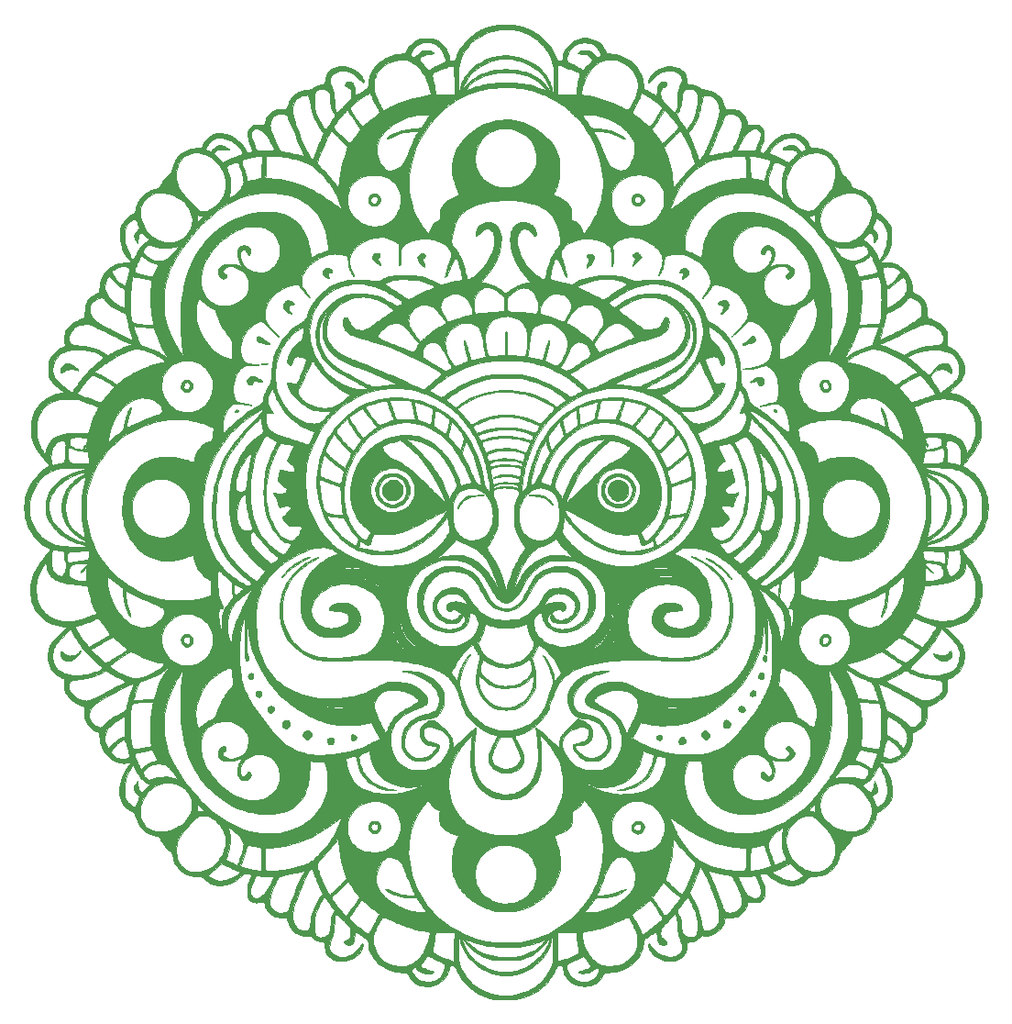
<source format=gbr>
%TF.GenerationSoftware,KiCad,Pcbnew,7.0.1*%
%TF.CreationDate,2023-09-06T22:07:21-07:00*%
%TF.ProjectId,skull_06,736b756c-6c5f-4303-962e-6b696361645f,rev?*%
%TF.SameCoordinates,Original*%
%TF.FileFunction,Copper,L1,Top*%
%TF.FilePolarity,Positive*%
%FSLAX46Y46*%
G04 Gerber Fmt 4.6, Leading zero omitted, Abs format (unit mm)*
G04 Created by KiCad (PCBNEW 7.0.1) date 2023-09-06 22:07:21*
%MOMM*%
%LPD*%
G01*
G04 APERTURE LIST*
%TA.AperFunction,EtchedComponent*%
%ADD10C,0.010000*%
%TD*%
G04 APERTURE END LIST*
%TO.C,G\u002A\u002A\u002A*%
D10*
X59775964Y-27785978D02*
X61202718Y-27785978D01*
X61227731Y-27887662D01*
X61277246Y-27965135D01*
X61348051Y-28013036D01*
X61421864Y-28026500D01*
X61499256Y-28016879D01*
X61574154Y-27985037D01*
X61653668Y-27926511D01*
X61744904Y-27836833D01*
X61773417Y-27805646D01*
X61938407Y-27645298D01*
X62112608Y-27522877D01*
X62295014Y-27436723D01*
X62422184Y-27402429D01*
X62569811Y-27383731D01*
X62722557Y-27381015D01*
X62865082Y-27394668D01*
X62967645Y-27419749D01*
X63048817Y-27453837D01*
X63133463Y-27498823D01*
X63212832Y-27548816D01*
X63278172Y-27597922D01*
X63320733Y-27640249D01*
X63332500Y-27665420D01*
X63328059Y-27681624D01*
X63310211Y-27693399D01*
X63272171Y-27702138D01*
X63207154Y-27709233D01*
X63108375Y-27716077D01*
X63076426Y-27717981D01*
X62842340Y-27740724D01*
X62638576Y-27780886D01*
X62455965Y-27840636D01*
X62343001Y-27891643D01*
X62240338Y-27951672D01*
X62149851Y-28020296D01*
X62078463Y-28090836D01*
X62033098Y-28156608D01*
X62020167Y-28203195D01*
X62032706Y-28244613D01*
X62067671Y-28311817D01*
X62121087Y-28399476D01*
X62188977Y-28502258D01*
X62267365Y-28614831D01*
X62352275Y-28731862D01*
X62439731Y-28848019D01*
X62525757Y-28957970D01*
X62606377Y-29056384D01*
X62677613Y-29137928D01*
X62735491Y-29197270D01*
X62776034Y-29229078D01*
X62788099Y-29233000D01*
X62810561Y-29223784D01*
X62866531Y-29197530D01*
X62951752Y-29156327D01*
X63061967Y-29102265D01*
X63192917Y-29037433D01*
X63340346Y-28963922D01*
X63499997Y-28883820D01*
X63519695Y-28873904D01*
X63715866Y-28774168D01*
X63889839Y-28683796D01*
X64038618Y-28604426D01*
X64159203Y-28537694D01*
X64248598Y-28485237D01*
X64303804Y-28448693D01*
X64314641Y-28439830D01*
X64396499Y-28364851D01*
X64386125Y-28222134D01*
X64352314Y-28017316D01*
X64282404Y-27806270D01*
X64180254Y-27596744D01*
X64049724Y-27396489D01*
X63894675Y-27213252D01*
X63872250Y-27190417D01*
X63667948Y-27011962D01*
X63448020Y-26867794D01*
X63216489Y-26759264D01*
X62977379Y-26687722D01*
X62734712Y-26654517D01*
X62492510Y-26661001D01*
X62358656Y-26682454D01*
X62149908Y-26741111D01*
X61950469Y-26825319D01*
X61764966Y-26931136D01*
X61598023Y-27054621D01*
X61454266Y-27191830D01*
X61338319Y-27338822D01*
X61254808Y-27491654D01*
X61208358Y-27646383D01*
X61205419Y-27665440D01*
X61202718Y-27785978D01*
X59775964Y-27785978D01*
X59790443Y-27782711D01*
X60048570Y-27741813D01*
X60226281Y-27720995D01*
X60386131Y-27702331D01*
X60509233Y-27682181D01*
X60601153Y-27657925D01*
X60667462Y-27626941D01*
X60713728Y-27586608D01*
X60745520Y-27534305D01*
X60768407Y-27467411D01*
X60768899Y-27465584D01*
X60821505Y-27333518D01*
X60912565Y-27185803D01*
X61041524Y-27023240D01*
X61173500Y-26881108D01*
X61347201Y-26714690D01*
X61512638Y-26580113D01*
X61676983Y-26474514D01*
X61847406Y-26395025D01*
X62031080Y-26338781D01*
X62235177Y-26302917D01*
X62466868Y-26284566D01*
X62676334Y-26280568D01*
X62852030Y-26282430D01*
X62994376Y-26288669D01*
X63112252Y-26300734D01*
X63214541Y-26320076D01*
X63310123Y-26348146D01*
X63407880Y-26386395D01*
X63456404Y-26407980D01*
X63623114Y-26497092D01*
X63795950Y-26612429D01*
X63967784Y-26747383D01*
X64131484Y-26895347D01*
X64279921Y-27049711D01*
X64405965Y-27203869D01*
X64502486Y-27351211D01*
X64528991Y-27402058D01*
X64589267Y-27547862D01*
X64649617Y-27733971D01*
X64709420Y-27958359D01*
X64740207Y-28090000D01*
X64765622Y-28196299D01*
X64790100Y-28267876D01*
X64820702Y-28311583D01*
X64864489Y-28334270D01*
X64928521Y-28342786D01*
X65001996Y-28344000D01*
X65130660Y-28338677D01*
X65224199Y-28321409D01*
X65288623Y-28290251D01*
X65329942Y-28243256D01*
X65333539Y-28236642D01*
X65352966Y-28191746D01*
X65380965Y-28117796D01*
X65413373Y-28026110D01*
X65438045Y-27952581D01*
X65552037Y-27662339D01*
X65703139Y-27368664D01*
X65886964Y-27076496D01*
X66099124Y-26790774D01*
X66335232Y-26516438D01*
X66590901Y-26258428D01*
X66861743Y-26021682D01*
X67143372Y-25811140D01*
X67431399Y-25631743D01*
X67560128Y-25563395D01*
X67974567Y-25376043D01*
X68394516Y-25228040D01*
X68824437Y-25118284D01*
X69268794Y-25045677D01*
X69732050Y-25009116D01*
X69820084Y-25006218D01*
X70279851Y-25011077D01*
X70718852Y-25050867D01*
X71141593Y-25126554D01*
X71552580Y-25239108D01*
X71956318Y-25389496D01*
X72264099Y-25531190D01*
X72666069Y-25753097D01*
X73035810Y-26002402D01*
X73373729Y-26279546D01*
X73680238Y-26584968D01*
X73955745Y-26919108D01*
X74200659Y-27282407D01*
X74415392Y-27675305D01*
X74560481Y-27998419D01*
X74619461Y-28128360D01*
X74676501Y-28221886D01*
X74736397Y-28284376D01*
X74803946Y-28321209D01*
X74860538Y-28334941D01*
X74969557Y-28343125D01*
X75067898Y-28335513D01*
X75145071Y-28313732D01*
X75187027Y-28284282D01*
X75210307Y-28231347D01*
X75212102Y-28221634D01*
X75588996Y-28221634D01*
X75589905Y-28279971D01*
X75598418Y-28319597D01*
X75616732Y-28352263D01*
X75639898Y-28381263D01*
X75688274Y-28428240D01*
X75757606Y-28483227D01*
X75824584Y-28528926D01*
X75877357Y-28560026D01*
X75957496Y-28604839D01*
X76059553Y-28660516D01*
X76178082Y-28724211D01*
X76307634Y-28793076D01*
X76442762Y-28864264D01*
X76578018Y-28934926D01*
X76707954Y-29002214D01*
X76827123Y-29063283D01*
X76930077Y-29115283D01*
X77011368Y-29155367D01*
X77065549Y-29180687D01*
X77086354Y-29188487D01*
X77108135Y-29174670D01*
X77155336Y-29134637D01*
X77223687Y-29072352D01*
X77308918Y-28991776D01*
X77406761Y-28896872D01*
X77500182Y-28804375D01*
X77606529Y-28697021D01*
X77703894Y-28596679D01*
X77787887Y-28508040D01*
X77854119Y-28435794D01*
X77898197Y-28384628D01*
X77914824Y-28361506D01*
X77932252Y-28305962D01*
X77925286Y-28249999D01*
X77890917Y-28186648D01*
X77826134Y-28108935D01*
X77789088Y-28070291D01*
X77664603Y-27956751D01*
X77535021Y-27861532D01*
X77411269Y-27792294D01*
X77366000Y-27773644D01*
X77318054Y-27762664D01*
X77237878Y-27751121D01*
X77135539Y-27740202D01*
X77021106Y-27731094D01*
X76986780Y-27728943D01*
X76846451Y-27719531D01*
X76744989Y-27708821D01*
X76678934Y-27694793D01*
X76644825Y-27675423D01*
X76639204Y-27648691D01*
X76658609Y-27612574D01*
X76699580Y-27565052D01*
X76701957Y-27562526D01*
X76780446Y-27493026D01*
X76870415Y-27442403D01*
X76979080Y-27408488D01*
X77113653Y-27389113D01*
X77281350Y-27382109D01*
X77302500Y-27382000D01*
X77421450Y-27382858D01*
X77508938Y-27386906D01*
X77575792Y-27395461D01*
X77632843Y-27409841D01*
X77683500Y-27428344D01*
X77799572Y-27488874D01*
X77927840Y-27579574D01*
X78059848Y-27693660D01*
X78187143Y-27824347D01*
X78211365Y-27851963D01*
X78290709Y-27938370D01*
X78354974Y-27993000D01*
X78411378Y-28020059D01*
X78467142Y-28023754D01*
X78496752Y-28018226D01*
X78556106Y-27992383D01*
X78622931Y-27947569D01*
X78684773Y-27894100D01*
X78729176Y-27842294D01*
X78742786Y-27814408D01*
X78746388Y-27740842D01*
X78723162Y-27650235D01*
X78671902Y-27540159D01*
X78591407Y-27408185D01*
X78480472Y-27251884D01*
X78432988Y-27189370D01*
X78310230Y-27043876D01*
X78186010Y-26927666D01*
X78054068Y-26838063D01*
X77908143Y-26772390D01*
X77741974Y-26727972D01*
X77549301Y-26702131D01*
X77323862Y-26692191D01*
X77269242Y-26691873D01*
X77097009Y-26693834D01*
X76958480Y-26700681D01*
X76845173Y-26713780D01*
X76748606Y-26734493D01*
X76660297Y-26764186D01*
X76572250Y-26803981D01*
X76361660Y-26927885D01*
X76168713Y-27078551D01*
X75997201Y-27250829D01*
X75850919Y-27439566D01*
X75733662Y-27639611D01*
X75649224Y-27845813D01*
X75601398Y-28053021D01*
X75593499Y-28132836D01*
X75588996Y-28221634D01*
X75212102Y-28221634D01*
X75227408Y-28138827D01*
X75234493Y-28065226D01*
X75270122Y-27846227D01*
X75343137Y-27622715D01*
X75449747Y-27399996D01*
X75586162Y-27183375D01*
X75748588Y-26978158D01*
X75933234Y-26789653D01*
X76136309Y-26623163D01*
X76354021Y-26483996D01*
X76371167Y-26474627D01*
X76613120Y-26367538D01*
X76870503Y-26296983D01*
X77138436Y-26262351D01*
X77412039Y-26263035D01*
X77686430Y-26298424D01*
X77956729Y-26367911D01*
X78218055Y-26470885D01*
X78465528Y-26606738D01*
X78679824Y-26762764D01*
X78858087Y-26938068D01*
X79008417Y-27144527D01*
X79106317Y-27328000D01*
X79145907Y-27413598D01*
X79181434Y-27489805D01*
X79207328Y-27544697D01*
X79214225Y-27559004D01*
X79246829Y-27601001D01*
X79302465Y-27635802D01*
X79385558Y-27664815D01*
X79500536Y-27689447D01*
X79651826Y-27711106D01*
X79715500Y-27718388D01*
X79973533Y-27750789D01*
X80199142Y-27789487D01*
X80402077Y-27837125D01*
X80592091Y-27896347D01*
X80778933Y-27969800D01*
X80968449Y-28058181D01*
X81275369Y-28230913D01*
X81557838Y-28430634D01*
X81813033Y-28654267D01*
X82038136Y-28898734D01*
X82230325Y-29160960D01*
X82386781Y-29437866D01*
X82504683Y-29726377D01*
X82508720Y-29738614D01*
X82548698Y-29871299D01*
X82582281Y-30007688D01*
X82611141Y-30156747D01*
X82636947Y-30327440D01*
X82661370Y-30528733D01*
X82668869Y-30598250D01*
X82684220Y-30732510D01*
X82698350Y-30829404D01*
X82712219Y-30893845D01*
X82726785Y-30930745D01*
X82735899Y-30941439D01*
X82761894Y-30957400D01*
X82818666Y-30989862D01*
X82900737Y-31035835D01*
X83002625Y-31092330D01*
X83118851Y-31156358D01*
X83243935Y-31224930D01*
X83372397Y-31295057D01*
X83498758Y-31363749D01*
X83617537Y-31428018D01*
X83723255Y-31484874D01*
X83810431Y-31531329D01*
X83873587Y-31564393D01*
X83907241Y-31581077D01*
X83911141Y-31582500D01*
X83915361Y-31562512D01*
X83920256Y-31507232D01*
X83925375Y-31423685D01*
X83930265Y-31318898D01*
X83933248Y-31238542D01*
X83938876Y-31111719D01*
X83946757Y-30990217D01*
X83956030Y-30884591D01*
X83965835Y-30805400D01*
X83970720Y-30778782D01*
X84024612Y-30601042D01*
X84098071Y-30459916D01*
X84190526Y-30355853D01*
X84301403Y-30289300D01*
X84430132Y-30260704D01*
X84576141Y-30270512D01*
X84611038Y-30277991D01*
X84726211Y-30318345D01*
X84804349Y-30374689D01*
X84844317Y-30445630D01*
X84844979Y-30529777D01*
X84837855Y-30555853D01*
X84811643Y-30613106D01*
X84769682Y-30663346D01*
X84704778Y-30712766D01*
X84609738Y-30767560D01*
X84565357Y-30790506D01*
X84472874Y-30841890D01*
X84409129Y-30890036D01*
X84362428Y-30944253D01*
X84351424Y-30960824D01*
X84292410Y-31088690D01*
X84257142Y-31245600D01*
X84247021Y-31424643D01*
X84248427Y-31468848D01*
X84275714Y-31643820D01*
X84341625Y-31819416D01*
X84447464Y-31998864D01*
X84482659Y-32047860D01*
X84514300Y-32085777D01*
X84569187Y-32146606D01*
X84643248Y-32226185D01*
X84732415Y-32320351D01*
X84832618Y-32424942D01*
X84939787Y-32535797D01*
X85049853Y-32648751D01*
X85158745Y-32759644D01*
X85262396Y-32864312D01*
X85356734Y-32958593D01*
X85437691Y-33038325D01*
X85501196Y-33099345D01*
X85543181Y-33137491D01*
X85559079Y-33148834D01*
X85572639Y-33130568D01*
X85598998Y-33080859D01*
X85634668Y-33007336D01*
X85676160Y-32917630D01*
X85719984Y-32819370D01*
X85762652Y-32720188D01*
X85800674Y-32627713D01*
X85819748Y-32578772D01*
X85832714Y-32542439D01*
X85842828Y-32506249D01*
X85850383Y-32464718D01*
X85855673Y-32412363D01*
X85858993Y-32343698D01*
X85860637Y-32253241D01*
X85860899Y-32135506D01*
X85860073Y-31985011D01*
X85858926Y-31848376D01*
X85857552Y-31650415D01*
X85857902Y-31488745D01*
X85860816Y-31357331D01*
X85867134Y-31250139D01*
X85877697Y-31161136D01*
X85893344Y-31084287D01*
X85914916Y-31013560D01*
X85943253Y-30942918D01*
X85979196Y-30866330D01*
X86002090Y-30820321D01*
X86109565Y-30583002D01*
X86181794Y-30368389D01*
X86218872Y-30175883D01*
X86220894Y-30004886D01*
X86187955Y-29854799D01*
X86164626Y-29799697D01*
X86080168Y-29671772D01*
X85960650Y-29554828D01*
X85812850Y-29453377D01*
X85643546Y-29371934D01*
X85459514Y-29315012D01*
X85426101Y-29307869D01*
X85230146Y-29281883D01*
X85018240Y-29276515D01*
X84803217Y-29290749D01*
X84597908Y-29323568D01*
X84415145Y-29373957D01*
X84368372Y-29391639D01*
X84237519Y-29455375D01*
X84098206Y-29544537D01*
X83946908Y-29661835D01*
X83780099Y-29809982D01*
X83612283Y-29973458D01*
X83479308Y-30106605D01*
X83372577Y-30210752D01*
X83289269Y-30287674D01*
X83226564Y-30339151D01*
X83181641Y-30366959D01*
X83151678Y-30372876D01*
X83133855Y-30358679D01*
X83125352Y-30326146D01*
X83123334Y-30281544D01*
X83141433Y-30151235D01*
X83192992Y-30007168D01*
X83273903Y-29855097D01*
X83380058Y-29700779D01*
X83507348Y-29549968D01*
X83651665Y-29408420D01*
X83808902Y-29281889D01*
X83864339Y-29243469D01*
X84107620Y-29106209D01*
X84373159Y-29000813D01*
X84654103Y-28928410D01*
X84943600Y-28890129D01*
X85234796Y-28887096D01*
X85520840Y-28920441D01*
X85652014Y-28949118D01*
X85789062Y-28993834D01*
X85937666Y-29058816D01*
X86083507Y-29136623D01*
X86212263Y-29219812D01*
X86286129Y-29278665D01*
X86413129Y-29407196D01*
X86511379Y-29542197D01*
X86583826Y-29690754D01*
X86633419Y-29859952D01*
X86663106Y-30056876D01*
X86673387Y-30209254D01*
X86685401Y-30497592D01*
X86962826Y-30533795D01*
X87199968Y-30572899D01*
X87404838Y-30625322D01*
X87586214Y-30694039D01*
X87752872Y-30782020D01*
X87817088Y-30823076D01*
X87945073Y-30901627D01*
X88074323Y-30964303D01*
X88215013Y-31014731D01*
X88377320Y-31056539D01*
X88571418Y-31093353D01*
X88578730Y-31094566D01*
X88762324Y-31128787D01*
X88916963Y-31167353D01*
X89056027Y-31214467D01*
X89192892Y-31274333D01*
X89263549Y-31309774D01*
X89491418Y-31450992D01*
X89689893Y-31622293D01*
X89858146Y-31822514D01*
X89995350Y-32050495D01*
X90100677Y-32305076D01*
X90173299Y-32585095D01*
X90173422Y-32585733D01*
X90205401Y-32694217D01*
X90250040Y-32763297D01*
X90275268Y-32786584D01*
X90301022Y-32801226D01*
X90336595Y-32808588D01*
X90391279Y-32810036D01*
X90474369Y-32806932D01*
X90528352Y-32804159D01*
X90776725Y-32802571D01*
X90999241Y-32826369D01*
X91204696Y-32876621D01*
X91250056Y-32891890D01*
X91411820Y-32957271D01*
X91552911Y-33034103D01*
X91686169Y-33130668D01*
X91824433Y-33255246D01*
X91845364Y-33275834D01*
X91939521Y-33373509D01*
X92010641Y-33459124D01*
X92069148Y-33546548D01*
X92123733Y-33646250D01*
X92201955Y-33813560D01*
X92255983Y-33960076D01*
X92284357Y-34081466D01*
X92288500Y-34135725D01*
X92291565Y-34180730D01*
X92304125Y-34214514D01*
X92331231Y-34238368D01*
X92377935Y-34253578D01*
X92449284Y-34261434D01*
X92550332Y-34263224D01*
X92686126Y-34260237D01*
X92765621Y-34257467D01*
X92920928Y-34252731D01*
X93039830Y-34251647D01*
X93128114Y-34254375D01*
X93191564Y-34261076D01*
X93231288Y-34270332D01*
X93329318Y-34314545D01*
X93437505Y-34383723D01*
X93546288Y-34469546D01*
X93646107Y-34563694D01*
X93727404Y-34657847D01*
X93780617Y-34743686D01*
X93783939Y-34751284D01*
X93800140Y-34808178D01*
X93814944Y-34891714D01*
X93825719Y-34986219D01*
X93827569Y-35011154D01*
X93826987Y-35206045D01*
X93801060Y-35423938D01*
X93749301Y-35667025D01*
X93671221Y-35937498D01*
X93566334Y-36237548D01*
X93538809Y-36309829D01*
X93501486Y-36412757D01*
X93469513Y-36512514D01*
X93446813Y-36596171D01*
X93438080Y-36641822D01*
X93432657Y-36704538D01*
X93439888Y-36741330D01*
X93466248Y-36768155D01*
X93497507Y-36788296D01*
X93611726Y-36843169D01*
X93717277Y-36860941D01*
X93816111Y-36840648D01*
X93910178Y-36781324D01*
X94001428Y-36682004D01*
X94091813Y-36541723D01*
X94126500Y-36477162D01*
X94292744Y-36193125D01*
X94482626Y-35942738D01*
X94698965Y-35722793D01*
X94944577Y-35530081D01*
X94978003Y-35507396D01*
X95249523Y-35344407D01*
X95518673Y-35221043D01*
X95791439Y-35135427D01*
X96073808Y-35085682D01*
X96371764Y-35069933D01*
X96373667Y-35069937D01*
X96576566Y-35077035D01*
X96752343Y-35099032D01*
X96914451Y-35138753D01*
X97076341Y-35199020D01*
X97152200Y-35233356D01*
X97350082Y-35343369D01*
X97523666Y-35476093D01*
X97677214Y-35636097D01*
X97814988Y-35827947D01*
X97941250Y-36056212D01*
X97963987Y-36103434D01*
X98020376Y-36215174D01*
X98070533Y-36299186D01*
X98111193Y-36350188D01*
X98121844Y-36358793D01*
X98159489Y-36375413D01*
X98219542Y-36388542D01*
X98308173Y-36399098D01*
X98431548Y-36407998D01*
X98465449Y-36409905D01*
X98714258Y-36429499D01*
X98932823Y-36461152D01*
X99132181Y-36507542D01*
X99323369Y-36571350D01*
X99517425Y-36655257D01*
X99559250Y-36675523D01*
X99810455Y-36821816D01*
X100044628Y-37002961D01*
X100254630Y-37212647D01*
X100433321Y-37444565D01*
X100438858Y-37452912D01*
X100561285Y-37660523D01*
X100657205Y-37875508D01*
X100732990Y-38112687D01*
X100748673Y-38173677D01*
X100784218Y-38304500D01*
X100824020Y-38419232D01*
X100872365Y-38524805D01*
X100933538Y-38628149D01*
X101011825Y-38736195D01*
X101111511Y-38855876D01*
X101236881Y-38994121D01*
X101292684Y-39053531D01*
X101412719Y-39184382D01*
X101526755Y-39316093D01*
X101629513Y-39442060D01*
X101715712Y-39555681D01*
X101780072Y-39650354D01*
X101806200Y-39695682D01*
X101831494Y-39753682D01*
X101858807Y-39829549D01*
X101870424Y-39866672D01*
X101901172Y-39949759D01*
X101942738Y-40014704D01*
X102001769Y-40066286D01*
X102084914Y-40109281D01*
X102198821Y-40148466D01*
X102301522Y-40176470D01*
X102616099Y-40271882D01*
X102898498Y-40390405D01*
X103153794Y-40535043D01*
X103387063Y-40708805D01*
X103603383Y-40914694D01*
X103667860Y-40985589D01*
X103847256Y-41220613D01*
X103989420Y-41475519D01*
X104093546Y-41748624D01*
X104152696Y-42000460D01*
X104177250Y-42128253D01*
X104205463Y-42229389D01*
X104242988Y-42311141D01*
X104295477Y-42380781D01*
X104368583Y-42445582D01*
X104467960Y-42512819D01*
X104599260Y-42589764D01*
X104619638Y-42601235D01*
X104817776Y-42731974D01*
X105001826Y-42894757D01*
X105174213Y-43092270D01*
X105337362Y-43327195D01*
X105450327Y-43520751D01*
X105495679Y-43606974D01*
X105531426Y-43685050D01*
X105558540Y-43761492D01*
X105577994Y-43842813D01*
X105590761Y-43935528D01*
X105597815Y-44046151D01*
X105600129Y-44181195D01*
X105598675Y-44347175D01*
X105595736Y-44494167D01*
X105588189Y-44744643D01*
X105576929Y-44959402D01*
X105560682Y-45144989D01*
X105538172Y-45307952D01*
X105508127Y-45454836D01*
X105469270Y-45592187D01*
X105420329Y-45726551D01*
X105360029Y-45864473D01*
X105308287Y-45970803D01*
X105135572Y-46278118D01*
X104943912Y-46551740D01*
X104748974Y-46774875D01*
X104557368Y-46970667D01*
X104894643Y-46971034D01*
X105144375Y-46974706D01*
X105359023Y-46985891D01*
X105545354Y-47005722D01*
X105710133Y-47035331D01*
X105860125Y-47075849D01*
X106002097Y-47128409D01*
X106099750Y-47172691D01*
X106263531Y-47260998D01*
X106415388Y-47363011D01*
X106564887Y-47486066D01*
X106721592Y-47637500D01*
X106765707Y-47683494D01*
X106990913Y-47948849D01*
X107176749Y-48227048D01*
X107322728Y-48517061D01*
X107428364Y-48817859D01*
X107493170Y-49128412D01*
X107507349Y-49252827D01*
X107516842Y-49361083D01*
X107525776Y-49463257D01*
X107533030Y-49546515D01*
X107536913Y-49591360D01*
X107547792Y-49652481D01*
X107572594Y-49704074D01*
X107617030Y-49751475D01*
X107686811Y-49800023D01*
X107787646Y-49855055D01*
X107854314Y-49888038D01*
X108080077Y-50011757D01*
X108270133Y-50148447D01*
X108430383Y-50303270D01*
X108566725Y-50481387D01*
X108608482Y-50547834D01*
X108692938Y-50704202D01*
X108759187Y-50863917D01*
X108809232Y-51034982D01*
X108845076Y-51225400D01*
X108868722Y-51443176D01*
X108879757Y-51631645D01*
X108886576Y-51778993D01*
X108895334Y-51890613D01*
X108909576Y-51973082D01*
X108932843Y-52032974D01*
X108968680Y-52076866D01*
X109020629Y-52111333D01*
X109092233Y-52142951D01*
X109171177Y-52172490D01*
X109406060Y-52264555D01*
X109610412Y-52358966D01*
X109795848Y-52462001D01*
X109973989Y-52579938D01*
X110100748Y-52674864D01*
X110288815Y-52836255D01*
X110451058Y-53005284D01*
X110583629Y-53177035D01*
X110682677Y-53346590D01*
X110739029Y-53490000D01*
X110750043Y-53533564D01*
X110758046Y-53582728D01*
X110763254Y-53643683D01*
X110765881Y-53722621D01*
X110766144Y-53825733D01*
X110764258Y-53959211D01*
X110760776Y-54115482D01*
X110757112Y-54291300D01*
X110755806Y-54428950D01*
X110756957Y-54532533D01*
X110760661Y-54606155D01*
X110767018Y-54653918D01*
X110774142Y-54676398D01*
X110802777Y-54709803D01*
X110859227Y-54745628D01*
X110949088Y-54787170D01*
X110991958Y-54804662D01*
X111231079Y-54921260D01*
X111453855Y-55074636D01*
X111661947Y-55266121D01*
X111857017Y-55497047D01*
X111858676Y-55499253D01*
X112025097Y-55754484D01*
X112152936Y-56026346D01*
X112242464Y-56315627D01*
X112293955Y-56623116D01*
X112305849Y-56792000D01*
X112306799Y-56990968D01*
X112291283Y-57162030D01*
X112257198Y-57317100D01*
X112202442Y-57468094D01*
X112176410Y-57525550D01*
X112113052Y-57649551D01*
X112042016Y-57768623D01*
X111959654Y-57887046D01*
X111862318Y-58009097D01*
X111746357Y-58139054D01*
X111608125Y-58281198D01*
X111443971Y-58439805D01*
X111250248Y-58619154D01*
X111221432Y-58645369D01*
X110803303Y-59025084D01*
X111033304Y-59039455D01*
X111223473Y-59055207D01*
X111386267Y-59078201D01*
X111536402Y-59111183D01*
X111688599Y-59156897D01*
X111719500Y-59167435D01*
X111972424Y-59272095D01*
X112231293Y-59410811D01*
X112487824Y-59577767D01*
X112733734Y-59767148D01*
X112960739Y-59973141D01*
X113138144Y-60163368D01*
X113334684Y-60411943D01*
X113497886Y-60660929D01*
X113629653Y-60915840D01*
X113731889Y-61182193D01*
X113806498Y-61465503D01*
X113855382Y-61771284D01*
X113880445Y-62105054D01*
X113884855Y-62327084D01*
X113881470Y-62560407D01*
X113869591Y-62761318D01*
X113847939Y-62939118D01*
X113815235Y-63103106D01*
X113770200Y-63262584D01*
X113746660Y-63332278D01*
X113649563Y-63572770D01*
X113522242Y-63832650D01*
X113368399Y-64105987D01*
X113191735Y-64386847D01*
X112995953Y-64669298D01*
X112784752Y-64947406D01*
X112597554Y-65174000D01*
X112474166Y-65318773D01*
X112368474Y-65445279D01*
X112282587Y-65550879D01*
X112218609Y-65632936D01*
X112178647Y-65688811D01*
X112164808Y-65715865D01*
X112164812Y-65716091D01*
X112182182Y-65733350D01*
X112229364Y-65767959D01*
X112299881Y-65815464D01*
X112387258Y-65871413D01*
X112423057Y-65893667D01*
X112669254Y-66050904D01*
X112882167Y-66199359D01*
X113068391Y-66344457D01*
X113234520Y-66491625D01*
X113387150Y-66646289D01*
X113514845Y-66792077D01*
X113767920Y-67128262D01*
X113983848Y-67484408D01*
X114162711Y-67860726D01*
X114304591Y-68257425D01*
X114409569Y-68674715D01*
X114477728Y-69112804D01*
X114494599Y-69292578D01*
X114505064Y-69687718D01*
X114477516Y-70090113D01*
X114413440Y-70492336D01*
X114314321Y-70886958D01*
X114181645Y-71266553D01*
X114035643Y-71587500D01*
X113952428Y-71742962D01*
X113869884Y-71879498D01*
X113780251Y-72008053D01*
X113675770Y-72139571D01*
X113548680Y-72284997D01*
X113514206Y-72322907D01*
X113229312Y-72611238D01*
X112936966Y-72860657D01*
X112632953Y-73074465D01*
X112338972Y-73242737D01*
X112244763Y-73292872D01*
X112165824Y-73337969D01*
X112109043Y-73373855D01*
X112081308Y-73396358D01*
X112079681Y-73399802D01*
X112091931Y-73428938D01*
X112129240Y-73489233D01*
X112191842Y-73581018D01*
X112279972Y-73704623D01*
X112393865Y-73860379D01*
X112533756Y-74048616D01*
X112664557Y-74222830D01*
X112894270Y-74533768D01*
X113095269Y-74819579D01*
X113269636Y-75084187D01*
X113419450Y-75331512D01*
X113546793Y-75565479D01*
X113653745Y-75790010D01*
X113742387Y-76009026D01*
X113814799Y-76226451D01*
X113873061Y-76446207D01*
X113893887Y-76540500D01*
X113910831Y-76651979D01*
X113923167Y-76795218D01*
X113930903Y-76960300D01*
X113934049Y-77137304D01*
X113932614Y-77316312D01*
X113926607Y-77487404D01*
X113916037Y-77640661D01*
X113900914Y-77766163D01*
X113892720Y-77810500D01*
X113790722Y-78198547D01*
X113656848Y-78562512D01*
X113492227Y-78900937D01*
X113297985Y-79212364D01*
X113075251Y-79495334D01*
X112825152Y-79748390D01*
X112548815Y-79970074D01*
X112247369Y-80158927D01*
X111973500Y-80292013D01*
X111750890Y-80375322D01*
X111500198Y-80448919D01*
X111235167Y-80509620D01*
X110969543Y-80554240D01*
X110737939Y-80578250D01*
X110507794Y-80593917D01*
X110968494Y-81027834D01*
X111204291Y-81252759D01*
X111409201Y-81454862D01*
X111585700Y-81637369D01*
X111736267Y-81803512D01*
X111863382Y-81956518D01*
X111969522Y-82099616D01*
X112057167Y-82236037D01*
X112128794Y-82369008D01*
X112186882Y-82501760D01*
X112233910Y-82637521D01*
X112252003Y-82700011D01*
X112269990Y-82770151D01*
X112282992Y-82835137D01*
X112291761Y-82903910D01*
X112297051Y-82985409D01*
X112299612Y-83088574D01*
X112300199Y-83222345D01*
X112300097Y-83271500D01*
X112298958Y-83419807D01*
X112296068Y-83534486D01*
X112290698Y-83624229D01*
X112282123Y-83697728D01*
X112269618Y-83763677D01*
X112253775Y-83826026D01*
X112154073Y-84124557D01*
X112028186Y-84392557D01*
X111873895Y-84634388D01*
X111786093Y-84746035D01*
X111698561Y-84845268D01*
X111611783Y-84931449D01*
X111519398Y-85008884D01*
X111415046Y-85081878D01*
X111292366Y-85154735D01*
X111144997Y-85231761D01*
X110966580Y-85317261D01*
X110889933Y-85352587D01*
X110820632Y-85389707D01*
X110773869Y-85431805D01*
X110746738Y-85486819D01*
X110736336Y-85562691D01*
X110739759Y-85667362D01*
X110746869Y-85743774D01*
X110764558Y-85993387D01*
X110763240Y-86220311D01*
X110743289Y-86420413D01*
X110705081Y-86589563D01*
X110659742Y-86703548D01*
X110569214Y-86849840D01*
X110444218Y-87004397D01*
X110290380Y-87161894D01*
X110113325Y-87317004D01*
X109918677Y-87464400D01*
X109718322Y-87595001D01*
X109624602Y-87648717D01*
X109531783Y-87695434D01*
X109429710Y-87739495D01*
X109308225Y-87785247D01*
X109157172Y-87837036D01*
X109137167Y-87843668D01*
X108893750Y-87924137D01*
X108881333Y-88386527D01*
X108876401Y-88531270D01*
X108869757Y-88669884D01*
X108861957Y-88793877D01*
X108853553Y-88894757D01*
X108845098Y-88964030D01*
X108842939Y-88975917D01*
X108777111Y-89228470D01*
X108688867Y-89448130D01*
X108576144Y-89639129D01*
X108438667Y-89803871D01*
X108347667Y-89891353D01*
X108258536Y-89963609D01*
X108160426Y-90027821D01*
X108042492Y-90091168D01*
X107911350Y-90152964D01*
X107813707Y-90199530D01*
X107723222Y-90246960D01*
X107651281Y-90289045D01*
X107614878Y-90314573D01*
X107542507Y-90374821D01*
X107525356Y-90659619D01*
X107507526Y-90886717D01*
X107481794Y-91083167D01*
X107445315Y-91260351D01*
X107395243Y-91429652D01*
X107328731Y-91602452D01*
X107242935Y-91790133D01*
X107242475Y-91791084D01*
X107083879Y-92083103D01*
X106909189Y-92336754D01*
X106716757Y-92553460D01*
X106504935Y-92734644D01*
X106272075Y-92881732D01*
X106016530Y-92996145D01*
X105756998Y-93074491D01*
X105526048Y-93113215D01*
X105278108Y-93121362D01*
X105008385Y-93098926D01*
X104846053Y-93073003D01*
X104742248Y-93054942D01*
X104653900Y-93041574D01*
X104589048Y-93033964D01*
X104555731Y-93033179D01*
X104553297Y-93034148D01*
X104548646Y-93047502D01*
X104555812Y-93070960D01*
X104577539Y-93108553D01*
X104616568Y-93164310D01*
X104675645Y-93242262D01*
X104757511Y-93346436D01*
X104814982Y-93418541D01*
X105036323Y-93718558D01*
X105220193Y-94020011D01*
X105370910Y-94331118D01*
X105492790Y-94660094D01*
X105527800Y-94775299D01*
X105600605Y-95079740D01*
X105644777Y-95385074D01*
X105660514Y-95685626D01*
X105648013Y-95975723D01*
X105607472Y-96249692D01*
X105539089Y-96501858D01*
X105461017Y-96691167D01*
X105425909Y-96757442D01*
X105386148Y-96819459D01*
X105335929Y-96884385D01*
X105269451Y-96959387D01*
X105180910Y-97051631D01*
X105117043Y-97115975D01*
X104926740Y-97296149D01*
X104752695Y-97440034D01*
X104595605Y-97547123D01*
X104456166Y-97616908D01*
X104405313Y-97634315D01*
X104335635Y-97659577D01*
X104282380Y-97693789D01*
X104241195Y-97743787D01*
X104207731Y-97816406D01*
X104177638Y-97918480D01*
X104151576Y-98032958D01*
X104127546Y-98141031D01*
X104102458Y-98244925D01*
X104079671Y-98331164D01*
X104065790Y-98377113D01*
X103950598Y-98653776D01*
X103800161Y-98908798D01*
X103617095Y-99139478D01*
X103404014Y-99343113D01*
X103163534Y-99517001D01*
X102898271Y-99658442D01*
X102776584Y-99708863D01*
X102691146Y-99738802D01*
X102581532Y-99773596D01*
X102464672Y-99807994D01*
X102396966Y-99826566D01*
X102222886Y-99879367D01*
X102089142Y-99935084D01*
X101993784Y-99994612D01*
X101958140Y-100028015D01*
X101933656Y-100061964D01*
X101894540Y-100123618D01*
X101846587Y-100203603D01*
X101805008Y-100275807D01*
X101718598Y-100423420D01*
X101636002Y-100551476D01*
X101549864Y-100669474D01*
X101452828Y-100786914D01*
X101337538Y-100913295D01*
X101208253Y-101046406D01*
X101083570Y-101175236D01*
X100986454Y-101284035D01*
X100912253Y-101380232D01*
X100856315Y-101471259D01*
X100813988Y-101564543D01*
X100780619Y-101667516D01*
X100755557Y-101769413D01*
X100710133Y-101954491D01*
X100661146Y-102112191D01*
X100603378Y-102257439D01*
X100536597Y-102395584D01*
X100396424Y-102628571D01*
X100226720Y-102848275D01*
X100034282Y-103047819D01*
X99825906Y-103220328D01*
X99608387Y-103358923D01*
X99559250Y-103384545D01*
X99356894Y-103467965D01*
X99126899Y-103531836D01*
X98880316Y-103573800D01*
X98628192Y-103591498D01*
X98588103Y-103591919D01*
X98388354Y-103598274D01*
X98219389Y-103616146D01*
X98084874Y-103645006D01*
X98002674Y-103676588D01*
X97948527Y-103710242D01*
X97876065Y-103763299D01*
X97797940Y-103826302D01*
X97769078Y-103851167D01*
X97616866Y-103981946D01*
X97486300Y-104086374D01*
X97370216Y-104169116D01*
X97261448Y-104234836D01*
X97152833Y-104288199D01*
X97037204Y-104333870D01*
X97016496Y-104341149D01*
X96869051Y-104387720D01*
X96733900Y-104419163D01*
X96595757Y-104437883D01*
X96439337Y-104446287D01*
X96341917Y-104447384D01*
X96065430Y-104433170D01*
X95795226Y-104389146D01*
X95527744Y-104313819D01*
X95259423Y-104205696D01*
X94986704Y-104063282D01*
X94706025Y-103885087D01*
X94413825Y-103669615D01*
X94332124Y-103604553D01*
X94208656Y-103507586D01*
X94108270Y-103436845D01*
X94023519Y-103389225D01*
X93946962Y-103361620D01*
X93871154Y-103350924D01*
X93788651Y-103354031D01*
X93744747Y-103359477D01*
X93651060Y-103375694D01*
X93559586Y-103396325D01*
X93479560Y-103418704D01*
X93420216Y-103440167D01*
X93390788Y-103458049D01*
X93389167Y-103462073D01*
X93397903Y-103485921D01*
X93422108Y-103541257D01*
X93458775Y-103621482D01*
X93504898Y-103719994D01*
X93545469Y-103805211D01*
X93647740Y-104026187D01*
X93728598Y-104218861D01*
X93790469Y-104389913D01*
X93835779Y-104546022D01*
X93865784Y-104687083D01*
X93894240Y-104947133D01*
X93885322Y-105189008D01*
X93838783Y-105414875D01*
X93759385Y-105616826D01*
X93688496Y-105738951D01*
X93605378Y-105837772D01*
X93506298Y-105914460D01*
X93387523Y-105970187D01*
X93245319Y-106006123D01*
X93075953Y-106023441D01*
X92875691Y-106023313D01*
X92640799Y-106006909D01*
X92547098Y-105997251D01*
X92444059Y-105986189D01*
X92375596Y-105980441D01*
X92334228Y-105980518D01*
X92312472Y-105986931D01*
X92302846Y-106000190D01*
X92299246Y-106014161D01*
X92290903Y-106055381D01*
X92277224Y-106124244D01*
X92260970Y-106206843D01*
X92258720Y-106218336D01*
X92193805Y-106444697D01*
X92089629Y-106659120D01*
X91945359Y-106863061D01*
X91799636Y-107020500D01*
X91689109Y-107121397D01*
X91582415Y-107202503D01*
X91472939Y-107266010D01*
X91354064Y-107314112D01*
X91219176Y-107348999D01*
X91061658Y-107372864D01*
X90874894Y-107387899D01*
X90666579Y-107395945D01*
X90240574Y-107406721D01*
X90173047Y-107660687D01*
X90114821Y-107860124D01*
X90052888Y-108027475D01*
X89981771Y-108172955D01*
X89895996Y-108306773D01*
X89790087Y-108439143D01*
X89706574Y-108530592D01*
X89514331Y-108708751D01*
X89305136Y-108858396D01*
X89085974Y-108975301D01*
X88863832Y-109055236D01*
X88822035Y-109065856D01*
X88750910Y-109079942D01*
X88675107Y-109088346D01*
X88584529Y-109091515D01*
X88469081Y-109089898D01*
X88366335Y-109086083D01*
X88053087Y-109072594D01*
X87932419Y-109200018D01*
X87797588Y-109318946D01*
X87631409Y-109428295D01*
X87444621Y-109523054D01*
X87247962Y-109598212D01*
X87052171Y-109648758D01*
X86934569Y-109665666D01*
X86844681Y-109675343D01*
X86779691Y-109689277D01*
X86735124Y-109713850D01*
X86706504Y-109755444D01*
X86689356Y-109820440D01*
X86679204Y-109915219D01*
X86671882Y-110040249D01*
X86663648Y-110158784D01*
X86651922Y-110276478D01*
X86638317Y-110379147D01*
X86625471Y-110448381D01*
X86554452Y-110659531D01*
X86447560Y-110851612D01*
X86308475Y-111020635D01*
X86140882Y-111162609D01*
X85948462Y-111273544D01*
X85815570Y-111325891D01*
X85543207Y-111393735D01*
X85261123Y-111423372D01*
X84974736Y-111416128D01*
X84689463Y-111373330D01*
X84410722Y-111296305D01*
X84143930Y-111186379D01*
X83894504Y-111044879D01*
X83667863Y-110873131D01*
X83562626Y-110774151D01*
X83492517Y-110700357D01*
X83427514Y-110627175D01*
X83378118Y-110566600D01*
X83364905Y-110548326D01*
X83297553Y-110437623D01*
X83239975Y-110321325D01*
X83193612Y-110205338D01*
X83159905Y-110095567D01*
X83140294Y-109997919D01*
X83136218Y-109918300D01*
X83149120Y-109862616D01*
X83180438Y-109836773D01*
X83191106Y-109835667D01*
X83219509Y-109851226D01*
X83268838Y-109894025D01*
X83333580Y-109958243D01*
X83408218Y-110038061D01*
X83487237Y-110127658D01*
X83565121Y-110221216D01*
X83608184Y-110275757D01*
X83793704Y-110481908D01*
X84008846Y-110659570D01*
X84250114Y-110806622D01*
X84514011Y-110920941D01*
X84797042Y-111000409D01*
X84805625Y-111002198D01*
X85058428Y-111038520D01*
X85293937Y-111040495D01*
X85510085Y-111009094D01*
X85704803Y-110945288D01*
X85876024Y-110850048D01*
X86021682Y-110724345D01*
X86139707Y-110569150D01*
X86228034Y-110385434D01*
X86248577Y-110324428D01*
X86270357Y-110229829D01*
X86276818Y-110131506D01*
X86266895Y-110022849D01*
X86239527Y-109897247D01*
X86193649Y-109748088D01*
X86128200Y-109568763D01*
X86126246Y-109563687D01*
X86052048Y-109368512D01*
X85992531Y-109203749D01*
X85945832Y-109060843D01*
X85910089Y-108931239D01*
X85883439Y-108806382D01*
X85864020Y-108677717D01*
X85849970Y-108536689D01*
X85839425Y-108374743D01*
X85831674Y-108210693D01*
X85819329Y-107972799D01*
X85803743Y-107771763D01*
X85784119Y-107602179D01*
X85759660Y-107458639D01*
X85729567Y-107335740D01*
X85693042Y-107228074D01*
X85682988Y-107203322D01*
X85618346Y-107049327D01*
X85156797Y-107516455D01*
X84999003Y-107676542D01*
X84867964Y-107810525D01*
X84760354Y-107922084D01*
X84672842Y-108014898D01*
X84602101Y-108092647D01*
X84544801Y-108159011D01*
X84497615Y-108217669D01*
X84457214Y-108272300D01*
X84420270Y-108326585D01*
X84410842Y-108341061D01*
X84333612Y-108482883D01*
X84283005Y-108632990D01*
X84254212Y-108806040D01*
X84252478Y-108823760D01*
X84251481Y-108964397D01*
X84278518Y-109088663D01*
X84336656Y-109201712D01*
X84428964Y-109308697D01*
X84558509Y-109414771D01*
X84635666Y-109467428D01*
X84740038Y-109541899D01*
X84807531Y-109607507D01*
X84841267Y-109669250D01*
X84844365Y-109732126D01*
X84830209Y-109778933D01*
X84779620Y-109848662D01*
X84699836Y-109899528D01*
X84599877Y-109930885D01*
X84488761Y-109942083D01*
X84375509Y-109932475D01*
X84269140Y-109901413D01*
X84178674Y-109848249D01*
X84155503Y-109827413D01*
X84107475Y-109771439D01*
X84067123Y-109704704D01*
X84032862Y-109621801D01*
X84003105Y-109517325D01*
X83976267Y-109385869D01*
X83950761Y-109222026D01*
X83929349Y-109056606D01*
X83915053Y-108944107D01*
X83901505Y-108847014D01*
X83889851Y-108772853D01*
X83881235Y-108729149D01*
X83878241Y-108720852D01*
X83857965Y-108728336D01*
X83807739Y-108755350D01*
X83733155Y-108798428D01*
X83639806Y-108854103D01*
X83533284Y-108918909D01*
X83419181Y-108989379D01*
X83303090Y-109062047D01*
X83190603Y-109133447D01*
X83087312Y-109200111D01*
X82998810Y-109258573D01*
X82930689Y-109305367D01*
X82904488Y-109324457D01*
X82806995Y-109416283D01*
X82733430Y-109522629D01*
X82692215Y-109631232D01*
X82691529Y-109634584D01*
X82683604Y-109681557D01*
X82672081Y-109758727D01*
X82658678Y-109854290D01*
X82648425Y-109930917D01*
X82586248Y-110258157D01*
X82487439Y-110566090D01*
X82351014Y-110856677D01*
X82175989Y-111131883D01*
X81961379Y-111393667D01*
X81862983Y-111496310D01*
X81600276Y-111729747D01*
X81308436Y-111935231D01*
X80992111Y-112110329D01*
X80655946Y-112252604D01*
X80304589Y-112359623D01*
X80149417Y-112394309D01*
X80051251Y-112411440D01*
X79924712Y-112429955D01*
X79783634Y-112448013D01*
X79641855Y-112463772D01*
X79587986Y-112469026D01*
X79464809Y-112481537D01*
X79351179Y-112495032D01*
X79256118Y-112508292D01*
X79188646Y-112520100D01*
X79164652Y-112526149D01*
X79099688Y-112555457D01*
X79040672Y-112600844D01*
X78981846Y-112668618D01*
X78917452Y-112765085D01*
X78865667Y-112853616D01*
X78718582Y-113083311D01*
X78556723Y-113274940D01*
X78376613Y-113431239D01*
X78174775Y-113554940D01*
X77947731Y-113648776D01*
X77799917Y-113691395D01*
X77720245Y-113709620D01*
X77644771Y-113722558D01*
X77563593Y-113731033D01*
X77466808Y-113735869D01*
X77344514Y-113737890D01*
X77239000Y-113738072D01*
X77098201Y-113737217D01*
X76989678Y-113734575D01*
X76903382Y-113729160D01*
X76829265Y-113719989D01*
X76757278Y-113706076D01*
X76677371Y-113686437D01*
X76656917Y-113681033D01*
X76402288Y-113596652D01*
X76163923Y-113484913D01*
X75948852Y-113349859D01*
X75764099Y-113195538D01*
X75702129Y-113131389D01*
X75565475Y-112962014D01*
X75455051Y-112782178D01*
X75366860Y-112583481D01*
X75296902Y-112357520D01*
X75262477Y-112207603D01*
X75234752Y-112079192D01*
X75213821Y-112003348D01*
X75614452Y-112003348D01*
X75626552Y-112135019D01*
X75649891Y-112263961D01*
X75675009Y-112353136D01*
X75755600Y-112530360D01*
X75871987Y-112703418D01*
X76017688Y-112866020D01*
X76186217Y-113011875D01*
X76371092Y-113134690D01*
X76565829Y-113228176D01*
X76583848Y-113235021D01*
X76727114Y-113283997D01*
X76854960Y-113316651D01*
X76982378Y-113335338D01*
X77124362Y-113342412D01*
X77260167Y-113341252D01*
X77393839Y-113336289D01*
X77496213Y-113328249D01*
X77578289Y-113315716D01*
X77651069Y-113297273D01*
X77683500Y-113286744D01*
X77852676Y-113214948D01*
X78012524Y-113117043D01*
X78171924Y-112987182D01*
X78246507Y-112916134D01*
X78389351Y-112755348D01*
X78491072Y-112597373D01*
X78551303Y-112442860D01*
X78567932Y-112345805D01*
X78564325Y-112231804D01*
X78534015Y-112148994D01*
X78479926Y-112098334D01*
X78404984Y-112080777D01*
X78312114Y-112097282D01*
X78204243Y-112148803D01*
X78127178Y-112201743D01*
X78048945Y-112261783D01*
X77970157Y-112322609D01*
X77908843Y-112370290D01*
X77814251Y-112429469D01*
X77695094Y-112476413D01*
X77546161Y-112512629D01*
X77362238Y-112539625D01*
X77302028Y-112545905D01*
X77133765Y-112557538D01*
X76983359Y-112558935D01*
X76855253Y-112550681D01*
X76753893Y-112533363D01*
X76683723Y-112507568D01*
X76649189Y-112473880D01*
X76646334Y-112459437D01*
X76650309Y-112435196D01*
X76666100Y-112414632D01*
X76699503Y-112395210D01*
X76756317Y-112374395D01*
X76842339Y-112349651D01*
X76963366Y-112318444D01*
X76975968Y-112315283D01*
X77178992Y-112258863D01*
X77358751Y-112197724D01*
X77512285Y-112133495D01*
X77636634Y-112067806D01*
X77728837Y-112002287D01*
X77785935Y-111938569D01*
X77804967Y-111878280D01*
X77802577Y-111860147D01*
X77776266Y-111798424D01*
X77722165Y-111709040D01*
X77642107Y-111594576D01*
X77537928Y-111457611D01*
X77411462Y-111300726D01*
X77365579Y-111245534D01*
X77129745Y-110963828D01*
X76639331Y-111211132D01*
X76493614Y-111283632D01*
X76348044Y-111354283D01*
X76210670Y-111419310D01*
X76089543Y-111474934D01*
X75992713Y-111517382D01*
X75946355Y-111536217D01*
X75830690Y-111583322D01*
X75748685Y-111624834D01*
X75693193Y-111666425D01*
X75657069Y-111713767D01*
X75633165Y-111772531D01*
X75628612Y-111788378D01*
X75614751Y-111883088D01*
X75614452Y-112003348D01*
X75213821Y-112003348D01*
X75209213Y-111986651D01*
X75180886Y-111924127D01*
X75144796Y-111885766D01*
X75095967Y-111865717D01*
X75029424Y-111858124D01*
X74964548Y-111857084D01*
X74873486Y-111859783D01*
X74811526Y-111869642D01*
X74765678Y-111889299D01*
X74748177Y-111901057D01*
X74713218Y-111940276D01*
X74661902Y-112018514D01*
X74594243Y-112135749D01*
X74510252Y-112291960D01*
X74465927Y-112377307D01*
X74383670Y-112536093D01*
X74315431Y-112664650D01*
X74256508Y-112770719D01*
X74202200Y-112862040D01*
X74147803Y-112946354D01*
X74088616Y-113031401D01*
X74019936Y-113124920D01*
X73977460Y-113181386D01*
X73718648Y-113489734D01*
X73426405Y-113776621D01*
X73105208Y-114039434D01*
X72759534Y-114275557D01*
X72393858Y-114482377D01*
X72012658Y-114657280D01*
X71620409Y-114797650D01*
X71221588Y-114900874D01*
X70952500Y-114948012D01*
X70869557Y-114956712D01*
X70751721Y-114964933D01*
X70606434Y-114972496D01*
X70441135Y-114979223D01*
X70263266Y-114984936D01*
X70080265Y-114989457D01*
X69899574Y-114992607D01*
X69728633Y-114994209D01*
X69574882Y-114994084D01*
X69445762Y-114992053D01*
X69348712Y-114987939D01*
X69333250Y-114986805D01*
X68900026Y-114932520D01*
X68476323Y-114841559D01*
X68065628Y-114715493D01*
X67671430Y-114555895D01*
X67297214Y-114364335D01*
X66946468Y-114142384D01*
X66622679Y-113891614D01*
X66362778Y-113648310D01*
X66191999Y-113463191D01*
X66036640Y-113272178D01*
X65891375Y-113067477D01*
X65750877Y-112841292D01*
X65609820Y-112585827D01*
X65529354Y-112428584D01*
X65450507Y-112272521D01*
X65386362Y-112150247D01*
X65333838Y-112057134D01*
X65289853Y-111988554D01*
X65251324Y-111939878D01*
X65215168Y-111906480D01*
X65178303Y-111883731D01*
X65161306Y-111876004D01*
X65084219Y-111855853D01*
X64990434Y-111847927D01*
X64897863Y-111852340D01*
X64824417Y-111869206D01*
X64814167Y-111873796D01*
X64791444Y-111886751D01*
X64774347Y-111903868D01*
X64760399Y-111932386D01*
X64747120Y-111979541D01*
X64732035Y-112052574D01*
X64712664Y-112158722D01*
X64708351Y-112182916D01*
X64657853Y-112374271D01*
X64574992Y-112576130D01*
X64464917Y-112779376D01*
X64332778Y-112974894D01*
X64183724Y-113153568D01*
X64127181Y-113211750D01*
X63922556Y-113388610D01*
X63703534Y-113529012D01*
X63467391Y-113633915D01*
X63211406Y-113704276D01*
X62932856Y-113741054D01*
X62629018Y-113745205D01*
X62612834Y-113744562D01*
X62325021Y-113720677D01*
X62069304Y-113672999D01*
X61841077Y-113598834D01*
X61635735Y-113495488D01*
X61448674Y-113360267D01*
X61275288Y-113190478D01*
X61110973Y-112983426D01*
X60984845Y-112792219D01*
X60912371Y-112676579D01*
X60857044Y-112593915D01*
X60815679Y-112540071D01*
X60785091Y-112510891D01*
X60762595Y-112502220D01*
X60686327Y-112499307D01*
X60578916Y-112492329D01*
X60449780Y-112482178D01*
X60308338Y-112469749D01*
X60164007Y-112455935D01*
X60026206Y-112441631D01*
X59904353Y-112427730D01*
X59807867Y-112415126D01*
X59755726Y-112406665D01*
X59498996Y-112343051D01*
X59362429Y-112296065D01*
X61300579Y-112296065D01*
X61315507Y-112386470D01*
X61357652Y-112497280D01*
X61422741Y-112620606D01*
X61506500Y-112748559D01*
X61604656Y-112873254D01*
X61627107Y-112898743D01*
X61768867Y-113029715D01*
X61941521Y-113145873D01*
X62134723Y-113241957D01*
X62338129Y-113312708D01*
X62513340Y-113349282D01*
X62668720Y-113360070D01*
X62844418Y-113354399D01*
X63022291Y-113333499D01*
X63158097Y-113305590D01*
X63351286Y-113241697D01*
X63544112Y-113151645D01*
X63720073Y-113043733D01*
X63799961Y-112982874D01*
X63951775Y-112837489D01*
X64084817Y-112671388D01*
X64195049Y-112492132D01*
X64278430Y-112307280D01*
X64330920Y-112124391D01*
X64348500Y-111956377D01*
X64336897Y-111840103D01*
X64298229Y-111747675D01*
X64226710Y-111668606D01*
X64164140Y-111622227D01*
X64122466Y-111597841D01*
X64048636Y-111558010D01*
X63948612Y-111505713D01*
X63828353Y-111443925D01*
X63693819Y-111375626D01*
X63550969Y-111303793D01*
X63405765Y-111231402D01*
X63264165Y-111161432D01*
X63132129Y-111096861D01*
X63015619Y-111040665D01*
X62920593Y-110995822D01*
X62853011Y-110965310D01*
X62831079Y-110956245D01*
X62811958Y-110952964D01*
X62789533Y-110960363D01*
X62759519Y-110982418D01*
X62717629Y-111023105D01*
X62659575Y-111086402D01*
X62581072Y-111176285D01*
X62530703Y-111234900D01*
X62390472Y-111401756D01*
X62279832Y-111540517D01*
X62197864Y-111652434D01*
X62143647Y-111738757D01*
X62117333Y-111797141D01*
X62122159Y-111850020D01*
X62162873Y-111912405D01*
X62235061Y-111980832D01*
X62334313Y-112051837D01*
X62456218Y-112121956D01*
X62596364Y-112187726D01*
X62634983Y-112203582D01*
X62722653Y-112234294D01*
X62835600Y-112267850D01*
X62957435Y-112299614D01*
X63043890Y-112319282D01*
X63173042Y-112348273D01*
X63262412Y-112373702D01*
X63314171Y-112397675D01*
X63330488Y-112422301D01*
X63313535Y-112449685D01*
X63265481Y-112481937D01*
X63230522Y-112500519D01*
X63087223Y-112552226D01*
X62918403Y-112577560D01*
X62731181Y-112577108D01*
X62532673Y-112551458D01*
X62329999Y-112501194D01*
X62130276Y-112426906D01*
X62084586Y-112406047D01*
X61931752Y-112323364D01*
X61816002Y-112236464D01*
X61732085Y-112140990D01*
X61699138Y-112086226D01*
X61660078Y-112022933D01*
X61620634Y-111992951D01*
X61571629Y-111994760D01*
X61503884Y-112026839D01*
X61469031Y-112048090D01*
X61386137Y-112116562D01*
X61327785Y-112197677D01*
X61301376Y-112280539D01*
X61300579Y-112296065D01*
X59362429Y-112296065D01*
X59229325Y-112250271D01*
X58958574Y-112133470D01*
X58698601Y-111997791D01*
X58461266Y-111848378D01*
X58449511Y-111840150D01*
X58324763Y-111744195D01*
X58188434Y-111625593D01*
X58049725Y-111493499D01*
X57917836Y-111357069D01*
X57801967Y-111225458D01*
X57711318Y-111107821D01*
X57706318Y-111100585D01*
X57539885Y-110824903D01*
X57413733Y-110543179D01*
X57328443Y-110257160D01*
X57284599Y-109968593D01*
X57278369Y-109817019D01*
X57268575Y-109679235D01*
X57237060Y-109569479D01*
X57179284Y-109477088D01*
X57124293Y-109422917D01*
X57734865Y-109422917D01*
X57735953Y-109584971D01*
X57740635Y-109714593D01*
X57749603Y-109821586D01*
X57763548Y-109915753D01*
X57772944Y-109962667D01*
X57857285Y-110256597D01*
X57978148Y-110536972D01*
X58132223Y-110800318D01*
X58316202Y-111043163D01*
X58526773Y-111262032D01*
X58760629Y-111453453D01*
X59014459Y-111613952D01*
X59284954Y-111740055D01*
X59545086Y-111822559D01*
X59731255Y-111859953D01*
X59939610Y-111887009D01*
X60157835Y-111903158D01*
X60373617Y-111907830D01*
X60574642Y-111900457D01*
X60748596Y-111880469D01*
X60759052Y-111878652D01*
X60937236Y-111831156D01*
X61129795Y-111751951D01*
X61329638Y-111645815D01*
X61529673Y-111517526D01*
X61722809Y-111371861D01*
X61901954Y-111213600D01*
X62060018Y-111047520D01*
X62140428Y-110947916D01*
X62249506Y-110790324D01*
X62361663Y-110605890D01*
X62386301Y-110560570D01*
X63217143Y-110560570D01*
X63240552Y-110612246D01*
X63281584Y-110659987D01*
X63347574Y-110710628D01*
X63438208Y-110766573D01*
X63540933Y-110821553D01*
X63676941Y-110887143D01*
X63839379Y-110960494D01*
X64021393Y-111038757D01*
X64216130Y-111119084D01*
X64416736Y-111198626D01*
X64616357Y-111274534D01*
X64808140Y-111343961D01*
X64920000Y-111382466D01*
X65163417Y-111464329D01*
X65180124Y-111396123D01*
X65183356Y-111362987D01*
X65186807Y-111291459D01*
X65190389Y-111185483D01*
X65194016Y-111048999D01*
X65197600Y-110885950D01*
X65201053Y-110700276D01*
X65204290Y-110495919D01*
X65207221Y-110276821D01*
X65209555Y-110067387D01*
X65209621Y-110060823D01*
X65558953Y-110060823D01*
X65559468Y-110231712D01*
X65561401Y-110397682D01*
X65564812Y-110552827D01*
X65569757Y-110691243D01*
X65575000Y-110788167D01*
X65592445Y-111030408D01*
X65611306Y-111236873D01*
X65633016Y-111414118D01*
X65659006Y-111568699D01*
X65690710Y-111707175D01*
X65729558Y-111836100D01*
X65776984Y-111962032D01*
X65834419Y-112091528D01*
X65880260Y-112185638D01*
X66084796Y-112550733D01*
X66319925Y-112892020D01*
X66582834Y-113206354D01*
X66870707Y-113490590D01*
X67180730Y-113741585D01*
X67413121Y-113898118D01*
X67800934Y-114114204D01*
X68205971Y-114292970D01*
X68624803Y-114433612D01*
X69054002Y-114535327D01*
X69490139Y-114597310D01*
X69929785Y-114618758D01*
X70369511Y-114598868D01*
X70393199Y-114596601D01*
X70804512Y-114538904D01*
X71216840Y-114447847D01*
X71620558Y-114326262D01*
X72006041Y-114176979D01*
X72305367Y-114034007D01*
X72623668Y-113849073D01*
X72913605Y-113641757D01*
X73180672Y-113407220D01*
X73430365Y-113140623D01*
X73668178Y-112837128D01*
X73674663Y-112828130D01*
X73737590Y-112733008D01*
X73811937Y-112608423D01*
X73893196Y-112463134D01*
X73976859Y-112305903D01*
X74058418Y-112145489D01*
X74133366Y-111990652D01*
X74197195Y-111850152D01*
X74245398Y-111732749D01*
X74261469Y-111687750D01*
X74286084Y-111609440D01*
X74306469Y-111532988D01*
X74322940Y-111453706D01*
X74335813Y-111366907D01*
X74345404Y-111267901D01*
X74352028Y-111152001D01*
X74356003Y-111014518D01*
X74357642Y-110850765D01*
X74357263Y-110656053D01*
X74355182Y-110425695D01*
X74353869Y-110316579D01*
X74350276Y-110072295D01*
X74347296Y-109927723D01*
X74720167Y-109927723D01*
X74720416Y-110152327D01*
X74721133Y-110368761D01*
X74722271Y-110572476D01*
X74723782Y-110758922D01*
X74725619Y-110923550D01*
X74727736Y-111061810D01*
X74730086Y-111169153D01*
X74732620Y-111241029D01*
X74733967Y-111262540D01*
X74747768Y-111425801D01*
X74834509Y-111411300D01*
X74889217Y-111399966D01*
X74973008Y-111380009D01*
X75074225Y-111354301D01*
X75175370Y-111327314D01*
X75382529Y-111266438D01*
X75592798Y-111196852D01*
X75800263Y-111121082D01*
X75999010Y-111041654D01*
X76183124Y-110961093D01*
X76346691Y-110881925D01*
X76483797Y-110806676D01*
X76588528Y-110737870D01*
X76625167Y-110708225D01*
X76678121Y-110658976D01*
X76706404Y-110620575D01*
X76717496Y-110576332D01*
X76718882Y-110509560D01*
X76718755Y-110499500D01*
X76713954Y-110437777D01*
X76701686Y-110344254D01*
X76683440Y-110228509D01*
X76660705Y-110100118D01*
X76640221Y-109994417D01*
X76581772Y-109685212D01*
X76538656Y-109413129D01*
X76510963Y-109178845D01*
X76498784Y-108983036D01*
X76498551Y-108964888D01*
X76986414Y-108964888D01*
X76992340Y-109053575D01*
X77009649Y-109170289D01*
X77038369Y-109321343D01*
X77038939Y-109324157D01*
X77087869Y-109535502D01*
X77150054Y-109756915D01*
X77221384Y-109975946D01*
X77297750Y-110180142D01*
X77375042Y-110357052D01*
X77389750Y-110387067D01*
X77504419Y-110588793D01*
X77649457Y-110800561D01*
X77817373Y-111013468D01*
X78000678Y-111218609D01*
X78191882Y-111407083D01*
X78383496Y-111569986D01*
X78387467Y-111573066D01*
X78502325Y-111658514D01*
X78607517Y-111727297D01*
X78709560Y-111781051D01*
X78814972Y-111821409D01*
X78930271Y-111850008D01*
X79061975Y-111868483D01*
X79216601Y-111878469D01*
X79400667Y-111881601D01*
X79609667Y-111879702D01*
X79840648Y-111873684D01*
X80030433Y-111864013D01*
X80180005Y-111850628D01*
X80272061Y-111837074D01*
X80440927Y-111801662D01*
X80581456Y-111761944D01*
X80707639Y-111712841D01*
X80833465Y-111649275D01*
X80907485Y-111606367D01*
X81195763Y-111411750D01*
X81447405Y-111196045D01*
X81662362Y-110959314D01*
X81840582Y-110701622D01*
X81982017Y-110423031D01*
X82086615Y-110123604D01*
X82087712Y-110119647D01*
X82107154Y-110039500D01*
X82121541Y-109954145D01*
X82131894Y-109854018D01*
X82139234Y-109729556D01*
X82144012Y-109592250D01*
X82147049Y-109421527D01*
X82144832Y-109282387D01*
X82136204Y-109164280D01*
X82120007Y-109056654D01*
X82095086Y-108948958D01*
X82060607Y-108831674D01*
X82035971Y-108765518D01*
X81995255Y-108669822D01*
X81941739Y-108551249D01*
X81878700Y-108416463D01*
X81809417Y-108272129D01*
X81737168Y-108124911D01*
X81665232Y-107981474D01*
X81596886Y-107848481D01*
X81535410Y-107732598D01*
X81484082Y-107640488D01*
X81446179Y-107578816D01*
X81439929Y-107569942D01*
X81387662Y-107505936D01*
X81334894Y-107460347D01*
X81276690Y-107433517D01*
X81208114Y-107425784D01*
X81124231Y-107437489D01*
X81020107Y-107468974D01*
X80890806Y-107520577D01*
X80731393Y-107592639D01*
X80666485Y-107623274D01*
X80287071Y-107798948D01*
X79931812Y-107953052D01*
X79590948Y-108089351D01*
X79254720Y-108211609D01*
X78913366Y-108323594D01*
X78636886Y-108406343D01*
X78414246Y-108468914D01*
X78219836Y-108519786D01*
X78042039Y-108561551D01*
X77869239Y-108596804D01*
X77689817Y-108628138D01*
X77540169Y-108651178D01*
X77389926Y-108674281D01*
X77275469Y-108694829D01*
X77190486Y-108714738D01*
X77128667Y-108735919D01*
X77083700Y-108760288D01*
X77049273Y-108789758D01*
X77036663Y-108803850D01*
X77008604Y-108846339D01*
X76991845Y-108897914D01*
X76986414Y-108964888D01*
X76498551Y-108964888D01*
X76498167Y-108934999D01*
X76498167Y-108756167D01*
X74720167Y-108756167D01*
X74720167Y-109927723D01*
X74347296Y-109927723D01*
X74346038Y-109866688D01*
X74340896Y-109696104D01*
X74334591Y-109556889D01*
X74326865Y-109445389D01*
X74317461Y-109357950D01*
X74306121Y-109290918D01*
X74292585Y-109240638D01*
X74276597Y-109203456D01*
X74275051Y-109200667D01*
X74256544Y-109192633D01*
X74233984Y-109225090D01*
X74207950Y-109296448D01*
X74179020Y-109405118D01*
X74147772Y-109549510D01*
X74147411Y-109551324D01*
X74119240Y-109676374D01*
X74082767Y-109815345D01*
X74044150Y-109945397D01*
X74028089Y-109993845D01*
X73895473Y-110315405D01*
X73724326Y-110630646D01*
X73518345Y-110936231D01*
X73281227Y-111228823D01*
X73016668Y-111505085D01*
X72728367Y-111761681D01*
X72420019Y-111995275D01*
X72095322Y-112202530D01*
X71757973Y-112380109D01*
X71411668Y-112524676D01*
X71121834Y-112616731D01*
X70936596Y-112658604D01*
X70720129Y-112693411D01*
X70483075Y-112720325D01*
X70236075Y-112738520D01*
X69989771Y-112747168D01*
X69754806Y-112745443D01*
X69584384Y-112736215D01*
X69158308Y-112682085D01*
X68747887Y-112588633D01*
X68353250Y-112455918D01*
X67974527Y-112284003D01*
X67611845Y-112072947D01*
X67265334Y-111822811D01*
X66935123Y-111533657D01*
X66845925Y-111446034D01*
X66646344Y-111237362D01*
X66474493Y-111039015D01*
X66326218Y-110843780D01*
X66197366Y-110644444D01*
X66083782Y-110433795D01*
X65981312Y-110204620D01*
X65885804Y-109949708D01*
X65793104Y-109661845D01*
X65766127Y-109571084D01*
X65732661Y-109460969D01*
X65729544Y-109451439D01*
X65937985Y-109451439D01*
X65943286Y-109503409D01*
X65967499Y-109586634D01*
X66009616Y-109698343D01*
X66068635Y-109835761D01*
X66143551Y-109996116D01*
X66192615Y-110095987D01*
X66399143Y-110468877D01*
X66629158Y-110806929D01*
X66883273Y-111110927D01*
X67162102Y-111381655D01*
X67268362Y-111470893D01*
X67529521Y-111664714D01*
X67812907Y-111843993D01*
X68111186Y-112005441D01*
X68417024Y-112145766D01*
X68723086Y-112261679D01*
X69022039Y-112349889D01*
X69306549Y-112407106D01*
X69375584Y-112416303D01*
X69499937Y-112426251D01*
X69656011Y-112431451D01*
X69833493Y-112432201D01*
X70022073Y-112428797D01*
X70211439Y-112421537D01*
X70391279Y-112410719D01*
X70551282Y-112396639D01*
X70681137Y-112379595D01*
X70687917Y-112378455D01*
X70938133Y-112329714D01*
X71160566Y-112272264D01*
X71369567Y-112201475D01*
X71579491Y-112112716D01*
X71716636Y-112046511D01*
X72075895Y-111846114D01*
X72417660Y-111615771D01*
X72737956Y-111359277D01*
X73032807Y-111080425D01*
X73298239Y-110783011D01*
X73530276Y-110470830D01*
X73724944Y-110147675D01*
X73744313Y-110110834D01*
X73808118Y-109981177D01*
X73866086Y-109851197D01*
X73915163Y-109728858D01*
X73952290Y-109622122D01*
X73974412Y-109538951D01*
X73979334Y-109498560D01*
X73968495Y-109459501D01*
X73936698Y-109455712D01*
X73885023Y-109486314D01*
X73814547Y-109550431D01*
X73726352Y-109647186D01*
X73621515Y-109775704D01*
X73593171Y-109812253D01*
X73433185Y-110006486D01*
X73257418Y-110195451D01*
X73075579Y-110369548D01*
X72897377Y-110519179D01*
X72820215Y-110576500D01*
X72510808Y-110776619D01*
X72186364Y-110950377D01*
X71854013Y-111094789D01*
X71520887Y-111206872D01*
X71194113Y-111283642D01*
X71090084Y-111300546D01*
X71019645Y-111308080D01*
X70920931Y-111314316D01*
X70791621Y-111319309D01*
X70629397Y-111323112D01*
X70431942Y-111325778D01*
X70196937Y-111327361D01*
X69922063Y-111327915D01*
X69904750Y-111327917D01*
X69653556Y-111327750D01*
X69439939Y-111326951D01*
X69259146Y-111325072D01*
X69106421Y-111321664D01*
X68977008Y-111316281D01*
X68866154Y-111308474D01*
X68769103Y-111297796D01*
X68681101Y-111283798D01*
X68597392Y-111266033D01*
X68513221Y-111244052D01*
X68423833Y-111217408D01*
X68324474Y-111185654D01*
X68296084Y-111176395D01*
X67907657Y-111030070D01*
X67545600Y-110852888D01*
X67206934Y-110642826D01*
X66888680Y-110397863D01*
X66587860Y-110115977D01*
X66354288Y-109858438D01*
X66253721Y-109741530D01*
X66161388Y-109637670D01*
X66081126Y-109550916D01*
X66023254Y-109491934D01*
X66284268Y-109491934D01*
X66303172Y-109528645D01*
X66310512Y-109541245D01*
X66358424Y-109605804D01*
X66436302Y-109689710D01*
X66539053Y-109788582D01*
X66661586Y-109898038D01*
X66798807Y-110013696D01*
X66945625Y-110131175D01*
X67096946Y-110246094D01*
X67247680Y-110354072D01*
X67284993Y-110379684D01*
X67565317Y-110547871D01*
X67880574Y-110695580D01*
X68228193Y-110821971D01*
X68605603Y-110926199D01*
X69010233Y-111007424D01*
X69343834Y-111054354D01*
X69468609Y-111064788D01*
X69625129Y-111071655D01*
X69803912Y-111075087D01*
X69995473Y-111075219D01*
X70190329Y-111072182D01*
X70378997Y-111066110D01*
X70551994Y-111057134D01*
X70699835Y-111045390D01*
X70793972Y-111034037D01*
X71203816Y-110959034D01*
X71592030Y-110860581D01*
X71955707Y-110739909D01*
X72291943Y-110598247D01*
X72597830Y-110436825D01*
X72870464Y-110256874D01*
X73106938Y-110059624D01*
X73115916Y-110051094D01*
X73188701Y-109976645D01*
X73273585Y-109882168D01*
X73362685Y-109777245D01*
X73448120Y-109671455D01*
X73522006Y-109574380D01*
X73576461Y-109495600D01*
X73586722Y-109478857D01*
X73591427Y-109464533D01*
X73580538Y-109460203D01*
X73549836Y-109467301D01*
X73495101Y-109487257D01*
X73412114Y-109521504D01*
X73296656Y-109571474D01*
X73238500Y-109597039D01*
X72860574Y-109748110D01*
X72465699Y-109874992D01*
X72050304Y-109978377D01*
X71610819Y-110058958D01*
X71143673Y-110117426D01*
X70645297Y-110154474D01*
X70296334Y-110167558D01*
X69746004Y-110167732D01*
X69207648Y-110141898D01*
X68685524Y-110090651D01*
X68183894Y-110014589D01*
X67707018Y-109914308D01*
X67259155Y-109790404D01*
X67014316Y-109707932D01*
X66822320Y-109638921D01*
X66666563Y-109583729D01*
X66543675Y-109541237D01*
X66450287Y-109510326D01*
X66383027Y-109489876D01*
X66338526Y-109478769D01*
X66315498Y-109475834D01*
X66288096Y-109478016D01*
X66284268Y-109491934D01*
X66023254Y-109491934D01*
X66016769Y-109485325D01*
X65972154Y-109444955D01*
X65952598Y-109433500D01*
X65937985Y-109451439D01*
X65729544Y-109451439D01*
X65700213Y-109361791D01*
X65671874Y-109282479D01*
X65650731Y-109231965D01*
X65645703Y-109222895D01*
X65611981Y-109171040D01*
X65590253Y-109222895D01*
X65582445Y-109262873D01*
X65575653Y-109339269D01*
X65569935Y-109446177D01*
X65565349Y-109577691D01*
X65561951Y-109727907D01*
X65559800Y-109890919D01*
X65558953Y-110060823D01*
X65209621Y-110060823D01*
X65222279Y-108806858D01*
X64357317Y-108782724D01*
X64170489Y-108777609D01*
X63997360Y-108773060D01*
X63842384Y-108769179D01*
X63710014Y-108766069D01*
X63604703Y-108763833D01*
X63530906Y-108762574D01*
X63493074Y-108762394D01*
X63488976Y-108762670D01*
X63482328Y-108787342D01*
X63470548Y-108848596D01*
X63454440Y-108941098D01*
X63434812Y-109059514D01*
X63412471Y-109198511D01*
X63388222Y-109352756D01*
X63362872Y-109516915D01*
X63337227Y-109685655D01*
X63312094Y-109853643D01*
X63288278Y-110015545D01*
X63266588Y-110166028D01*
X63247828Y-110299758D01*
X63232805Y-110411402D01*
X63222326Y-110495628D01*
X63217197Y-110547100D01*
X63217143Y-110560570D01*
X62386301Y-110560570D01*
X62468905Y-110408632D01*
X62563242Y-110212568D01*
X62575442Y-110184917D01*
X62647581Y-110008911D01*
X62716657Y-109820824D01*
X62780611Y-109627953D01*
X62837383Y-109437596D01*
X62884914Y-109257050D01*
X62921146Y-109093613D01*
X62944019Y-108954582D01*
X62951500Y-108852114D01*
X62950696Y-108813863D01*
X62945077Y-108783618D01*
X62929832Y-108759538D01*
X62900153Y-108739783D01*
X62851228Y-108722513D01*
X62778249Y-108705888D01*
X62676404Y-108688067D01*
X62540884Y-108667211D01*
X62422334Y-108649661D01*
X62043979Y-108584377D01*
X61658464Y-108498546D01*
X61259379Y-108390441D01*
X60840313Y-108258338D01*
X60428257Y-108112884D01*
X60231840Y-108039718D01*
X60064471Y-107975607D01*
X59915469Y-107916017D01*
X59774155Y-107856411D01*
X59629848Y-107792253D01*
X59471868Y-107719009D01*
X59289535Y-107632142D01*
X59239240Y-107607931D01*
X59074778Y-107529413D01*
X58943031Y-107469262D01*
X58838981Y-107426647D01*
X58757611Y-107400740D01*
X58693904Y-107390712D01*
X58642843Y-107395735D01*
X58599411Y-107414978D01*
X58558590Y-107447614D01*
X58518883Y-107488915D01*
X58471077Y-107551413D01*
X58409716Y-107646479D01*
X58338043Y-107767823D01*
X58259301Y-107909156D01*
X58176733Y-108064187D01*
X58093583Y-108226627D01*
X58013093Y-108390185D01*
X57938507Y-108548572D01*
X57873067Y-108695499D01*
X57820017Y-108824674D01*
X57794542Y-108893750D01*
X57772786Y-108959066D01*
X57757146Y-109016025D01*
X57746593Y-109073738D01*
X57740101Y-109141316D01*
X57736642Y-109227869D01*
X57735188Y-109342509D01*
X57734865Y-109422917D01*
X57124293Y-109422917D01*
X57100545Y-109399524D01*
X57064917Y-109372603D01*
X57002530Y-109328484D01*
X56918740Y-109270725D01*
X56818905Y-109202882D01*
X56708380Y-109128509D01*
X56592522Y-109051163D01*
X56476686Y-108974399D01*
X56366231Y-108901773D01*
X56266510Y-108836842D01*
X56182882Y-108783160D01*
X56120702Y-108744284D01*
X56085326Y-108723769D01*
X56079274Y-108721558D01*
X56074842Y-108742376D01*
X56064875Y-108798063D01*
X56050563Y-108881693D01*
X56033096Y-108986338D01*
X56018759Y-109073727D01*
X55982080Y-109283291D01*
X55945864Y-109454740D01*
X55908430Y-109592240D01*
X55868092Y-109699957D01*
X55823168Y-109782054D01*
X55771974Y-109842697D01*
X55712827Y-109886051D01*
X55684642Y-109900364D01*
X55560524Y-109935036D01*
X55424912Y-109936621D01*
X55289792Y-109907257D01*
X55167148Y-109849084D01*
X55098709Y-109795803D01*
X55047058Y-109741364D01*
X55019130Y-109694593D01*
X55017458Y-109651463D01*
X55044574Y-109607945D01*
X55103008Y-109560013D01*
X55195294Y-109503639D01*
X55323963Y-109434795D01*
X55326467Y-109433500D01*
X55438402Y-109374457D01*
X55519698Y-109325026D01*
X55575458Y-109276754D01*
X55610782Y-109221188D01*
X55630772Y-109149873D01*
X55640529Y-109054357D01*
X55645155Y-108926186D01*
X55645700Y-108904507D01*
X55647707Y-108774481D01*
X55644906Y-108663630D01*
X55634598Y-108566777D01*
X55614087Y-108478749D01*
X55580674Y-108394369D01*
X55531661Y-108308462D01*
X55464351Y-108215853D01*
X55376046Y-108111367D01*
X55264047Y-107989828D01*
X55125658Y-107846061D01*
X55057625Y-107776383D01*
X54878568Y-107595924D01*
X54765390Y-107485549D01*
X55500834Y-107485549D01*
X55517616Y-107530467D01*
X55565311Y-107596156D01*
X55639942Y-107679413D01*
X55737531Y-107777034D01*
X55854099Y-107885817D01*
X55985670Y-108002559D01*
X56128265Y-108124057D01*
X56277906Y-108247107D01*
X56430617Y-108368508D01*
X56582419Y-108485055D01*
X56729334Y-108593545D01*
X56867385Y-108690776D01*
X56992594Y-108773545D01*
X57100983Y-108838649D01*
X57188575Y-108882885D01*
X57251392Y-108903049D01*
X57262308Y-108903950D01*
X57293618Y-108886821D01*
X57336178Y-108840633D01*
X57370683Y-108791805D01*
X57412332Y-108723378D01*
X57470019Y-108623829D01*
X57540206Y-108499571D01*
X57619355Y-108357015D01*
X57703928Y-108202576D01*
X57790387Y-108042664D01*
X57875193Y-107883694D01*
X57945082Y-107750750D01*
X58007579Y-107631263D01*
X58074047Y-107504770D01*
X58136874Y-107385725D01*
X58188447Y-107288581D01*
X58192035Y-107281860D01*
X58295487Y-107088136D01*
X58014702Y-106877140D01*
X57900075Y-106789674D01*
X57765850Y-106685138D01*
X57624868Y-106573657D01*
X57489974Y-106465358D01*
X57416417Y-106405393D01*
X57227053Y-106250418D01*
X57061091Y-106115719D01*
X56920125Y-106002558D01*
X56805747Y-105912199D01*
X56719548Y-105845905D01*
X56663121Y-105804938D01*
X56644265Y-105793064D01*
X56626616Y-105788109D01*
X56606407Y-105795196D01*
X56579515Y-105818770D01*
X56541816Y-105863273D01*
X56489185Y-105933148D01*
X56417497Y-106032838D01*
X56403820Y-106052082D01*
X56287380Y-106218173D01*
X56170294Y-106389065D01*
X56055068Y-106560781D01*
X55944208Y-106729344D01*
X55840218Y-106890775D01*
X55745606Y-107041098D01*
X55662875Y-107176334D01*
X55594533Y-107292506D01*
X55543084Y-107385637D01*
X55511034Y-107451748D01*
X55500834Y-107485549D01*
X54765390Y-107485549D01*
X54719036Y-107440344D01*
X54580274Y-107310708D01*
X54463524Y-107208082D01*
X54370030Y-107133531D01*
X54301035Y-107088120D01*
X54257781Y-107072914D01*
X54244240Y-107079433D01*
X54234303Y-107112954D01*
X54221611Y-107182587D01*
X54206921Y-107282255D01*
X54190992Y-107405883D01*
X54174582Y-107547394D01*
X54158448Y-107700714D01*
X54143350Y-107859765D01*
X54135399Y-107951834D01*
X54110222Y-108227926D01*
X54082909Y-108468818D01*
X54052086Y-108681634D01*
X54016379Y-108873500D01*
X53974414Y-109051542D01*
X53924815Y-109222884D01*
X53866210Y-109394653D01*
X53847273Y-109445724D01*
X53762618Y-109694814D01*
X53707607Y-109915831D01*
X53682348Y-110111029D01*
X53686954Y-110282665D01*
X53721534Y-110432995D01*
X53786199Y-110564275D01*
X53881059Y-110678761D01*
X53908883Y-110704477D01*
X54054302Y-110812792D01*
X54228185Y-110909811D01*
X54416829Y-110988012D01*
X54438973Y-110995499D01*
X54593467Y-111032168D01*
X54771922Y-111051243D01*
X54959735Y-111052586D01*
X55142300Y-111036059D01*
X55297957Y-111003574D01*
X55542085Y-110916463D01*
X55765831Y-110799305D01*
X55972695Y-110649392D01*
X56166180Y-110464018D01*
X56349788Y-110240475D01*
X56427611Y-110130415D01*
X56505760Y-110017168D01*
X56565813Y-109935683D01*
X56611799Y-109881631D01*
X56647748Y-109850681D01*
X56677690Y-109838504D01*
X56698713Y-109839103D01*
X56738649Y-109866389D01*
X56758264Y-109925288D01*
X56758170Y-110010617D01*
X56738983Y-110117194D01*
X56701316Y-110239838D01*
X56645783Y-110373366D01*
X56632031Y-110402056D01*
X56499693Y-110624534D01*
X56333195Y-110824749D01*
X56135669Y-111000471D01*
X55910245Y-111149474D01*
X55660057Y-111269530D01*
X55388234Y-111358412D01*
X55241534Y-111391163D01*
X55115534Y-111408311D01*
X54963337Y-111418647D01*
X54798732Y-111422144D01*
X54635506Y-111418778D01*
X54487447Y-111408521D01*
X54375570Y-111392799D01*
X54122980Y-111326468D01*
X53902467Y-111232521D01*
X53714037Y-111110962D01*
X53557694Y-110961795D01*
X53433443Y-110785024D01*
X53341290Y-110580652D01*
X53329320Y-110544750D01*
X53300654Y-110439264D01*
X53279568Y-110322676D01*
X53264165Y-110182944D01*
X53257018Y-110085427D01*
X53248611Y-109975518D01*
X53238505Y-109878082D01*
X53227847Y-109802344D01*
X53217782Y-109757529D01*
X53215656Y-109752537D01*
X53168541Y-109699324D01*
X53094879Y-109671775D01*
X53023489Y-109666334D01*
X52907045Y-109654499D01*
X52767978Y-109621141D01*
X52618016Y-109569479D01*
X52523220Y-109528982D01*
X52366016Y-109448328D01*
X52232127Y-109359487D01*
X52102788Y-109249680D01*
X52076834Y-109225060D01*
X52004472Y-109163350D01*
X51933959Y-109116647D01*
X51888232Y-109096517D01*
X51832829Y-109088565D01*
X51743350Y-109084526D01*
X51627888Y-109084579D01*
X51511705Y-109088134D01*
X51355542Y-109092581D01*
X51229820Y-109089694D01*
X51123032Y-109077837D01*
X51023671Y-109055371D01*
X50920230Y-109020660D01*
X50854750Y-108994651D01*
X50650496Y-108889026D01*
X50456047Y-108747281D01*
X50277169Y-108575439D01*
X50119629Y-108379520D01*
X49989193Y-108165546D01*
X49922186Y-108020888D01*
X49896123Y-107949755D01*
X49864034Y-107851719D01*
X49830393Y-107740888D01*
X49805407Y-107652628D01*
X49738262Y-107406340D01*
X49322839Y-107396521D01*
X49097919Y-107387837D01*
X48908702Y-107372005D01*
X48748870Y-107346992D01*
X48612101Y-107310764D01*
X48538059Y-107280241D01*
X50237950Y-107280241D01*
X50240863Y-107442947D01*
X50272844Y-107619141D01*
X50329897Y-107800660D01*
X50408024Y-107979344D01*
X50503229Y-108147033D01*
X50611516Y-108295567D01*
X50728886Y-108416783D01*
X50831048Y-108491216D01*
X50977456Y-108562124D01*
X51142284Y-108617215D01*
X51193417Y-108629675D01*
X51275632Y-108640160D01*
X51375392Y-108641925D01*
X51478236Y-108635884D01*
X51569701Y-108622950D01*
X51635326Y-108604038D01*
X51640793Y-108601403D01*
X51698586Y-108563839D01*
X51741636Y-108525670D01*
X51774113Y-108471297D01*
X51809153Y-108379179D01*
X51845548Y-108253735D01*
X51882089Y-108099386D01*
X51904580Y-107986020D01*
X52287452Y-107986020D01*
X52290381Y-108301084D01*
X52300647Y-108501224D01*
X52316391Y-108665091D01*
X52338668Y-108798512D01*
X52368531Y-108907316D01*
X52407035Y-108997330D01*
X52420785Y-109022151D01*
X52460748Y-109085112D01*
X52500029Y-109129160D01*
X52550783Y-109164100D01*
X52625160Y-109199733D01*
X52658668Y-109214033D01*
X52775522Y-109250758D01*
X52893009Y-109259981D01*
X53019952Y-109241013D01*
X53165169Y-109193171D01*
X53219878Y-109170377D01*
X53357567Y-109103244D01*
X53470799Y-109029613D01*
X53562182Y-108944613D01*
X53634326Y-108843371D01*
X53689841Y-108721015D01*
X53731336Y-108572673D01*
X53761420Y-108393473D01*
X53782703Y-108178543D01*
X53787488Y-108110584D01*
X53807645Y-107859644D01*
X53833804Y-107643310D01*
X53867649Y-107454076D01*
X53910865Y-107284434D01*
X53965136Y-107126878D01*
X54032147Y-106973902D01*
X54051274Y-106935124D01*
X54125548Y-106787635D01*
X53867809Y-106401359D01*
X53721376Y-106184560D01*
X53594781Y-106003038D01*
X53486822Y-105855334D01*
X53396302Y-105739987D01*
X53322021Y-105655539D01*
X53262778Y-105600530D01*
X53235811Y-105584476D01*
X53849834Y-105584476D01*
X53861799Y-105611589D01*
X53895010Y-105666839D01*
X53945437Y-105744405D01*
X54009050Y-105838464D01*
X54081820Y-105943194D01*
X54159718Y-106052771D01*
X54238713Y-106161373D01*
X54314777Y-106263179D01*
X54362120Y-106324720D01*
X54490292Y-106486239D01*
X54617062Y-106641016D01*
X54739487Y-106785841D01*
X54854625Y-106917503D01*
X54959533Y-107032792D01*
X55051267Y-107128499D01*
X55126885Y-107201412D01*
X55183444Y-107248322D01*
X55218001Y-107266019D01*
X55224049Y-107264917D01*
X55242717Y-107244661D01*
X55281916Y-107196319D01*
X55336987Y-107125828D01*
X55403273Y-107039127D01*
X55453344Y-106972646D01*
X55524726Y-106875770D01*
X55613800Y-106752482D01*
X55714455Y-106611380D01*
X55820584Y-106461061D01*
X55926076Y-106310122D01*
X55998417Y-106205584D01*
X56089060Y-106074075D01*
X56174751Y-105949969D01*
X56251699Y-105838738D01*
X56316116Y-105745852D01*
X56364210Y-105676783D01*
X56392193Y-105637005D01*
X56392557Y-105636496D01*
X56451436Y-105554241D01*
X56292666Y-105350746D01*
X56142520Y-105152590D01*
X55982272Y-104931001D01*
X55821698Y-104699922D01*
X55670577Y-104473295D01*
X55597050Y-104358792D01*
X55538352Y-104266936D01*
X55487610Y-104189387D01*
X55449055Y-104132473D01*
X55426922Y-104102519D01*
X55423559Y-104099500D01*
X55405297Y-104113560D01*
X55360013Y-104153506D01*
X55291256Y-104215989D01*
X55202575Y-104297661D01*
X55097520Y-104395172D01*
X54979641Y-104505172D01*
X54852486Y-104624313D01*
X54719604Y-104749246D01*
X54584546Y-104876621D01*
X54450860Y-105003090D01*
X54322096Y-105125302D01*
X54201803Y-105239910D01*
X54093530Y-105343563D01*
X54000827Y-105432913D01*
X53927242Y-105504611D01*
X53876326Y-105555307D01*
X53851628Y-105581652D01*
X53849834Y-105584476D01*
X53235811Y-105584476D01*
X53217375Y-105573501D01*
X53186423Y-105572231D01*
X53154368Y-105598922D01*
X53106827Y-105657342D01*
X53047608Y-105741536D01*
X52980518Y-105845552D01*
X52909365Y-105963436D01*
X52837956Y-106089234D01*
X52770098Y-106216993D01*
X52754911Y-106246991D01*
X52609199Y-106556191D01*
X52493231Y-106846045D01*
X52405040Y-107125256D01*
X52342658Y-107402522D01*
X52304118Y-107686543D01*
X52287452Y-107986020D01*
X51904580Y-107986020D01*
X51917569Y-107920550D01*
X51936045Y-107814250D01*
X52005411Y-107448182D01*
X52089177Y-107107747D01*
X52190615Y-106784583D01*
X52312998Y-106470326D01*
X52459600Y-106156615D01*
X52633692Y-105835086D01*
X52838547Y-105497377D01*
X52849472Y-105480205D01*
X53028537Y-105199326D01*
X52752760Y-104559455D01*
X52653852Y-104329463D01*
X52569761Y-104132596D01*
X52498231Y-103963238D01*
X52437007Y-103815776D01*
X52383834Y-103684596D01*
X52336457Y-103564082D01*
X52292620Y-103448622D01*
X52250068Y-103332600D01*
X52206547Y-103210402D01*
X52177493Y-103127370D01*
X52056456Y-102779656D01*
X51953020Y-102912007D01*
X51868835Y-103022855D01*
X51795261Y-103127767D01*
X51726379Y-103236392D01*
X51656268Y-103358379D01*
X51579007Y-103503375D01*
X51523092Y-103612667D01*
X51393443Y-103877862D01*
X51263388Y-104160869D01*
X51134473Y-104457272D01*
X51008247Y-104762652D01*
X50886258Y-105072593D01*
X50770053Y-105382677D01*
X50661181Y-105688487D01*
X50561188Y-105985605D01*
X50471623Y-106269616D01*
X50394035Y-106536100D01*
X50329970Y-106780642D01*
X50280976Y-106998823D01*
X50248601Y-107186226D01*
X50237950Y-107280241D01*
X48538059Y-107280241D01*
X48492078Y-107261286D01*
X48382479Y-107196524D01*
X48276986Y-107114446D01*
X48187381Y-107031084D01*
X48002515Y-106823804D01*
X47858685Y-106607564D01*
X47755360Y-106381428D01*
X47695520Y-106163319D01*
X47662399Y-105991507D01*
X48163628Y-105991507D01*
X48167474Y-106149453D01*
X48192177Y-106277003D01*
X48215144Y-106333206D01*
X48273715Y-106426561D01*
X48356503Y-106532938D01*
X48453271Y-106640757D01*
X48553784Y-106738439D01*
X48627261Y-106799437D01*
X48801288Y-106911767D01*
X48973155Y-106982827D01*
X49147080Y-107013198D01*
X49327283Y-107003460D01*
X49517981Y-106954193D01*
X49580750Y-106930640D01*
X49641420Y-106905718D01*
X49693478Y-106881170D01*
X49738976Y-106853368D01*
X49779965Y-106818680D01*
X49818496Y-106773474D01*
X49856622Y-106714121D01*
X49896394Y-106636989D01*
X49939863Y-106538448D01*
X49989081Y-106414867D01*
X50046100Y-106262616D01*
X50112970Y-106078062D01*
X50191744Y-105857576D01*
X50199729Y-105835167D01*
X50341404Y-105449283D01*
X50493799Y-105055668D01*
X50653157Y-104663266D01*
X50815719Y-104281023D01*
X50977727Y-103917885D01*
X51135425Y-103582797D01*
X51206592Y-103438324D01*
X51256993Y-103336356D01*
X51299829Y-103247215D01*
X51331798Y-103177967D01*
X51349602Y-103135675D01*
X51352167Y-103126645D01*
X51348978Y-103118328D01*
X51336213Y-103114367D01*
X51309076Y-103115597D01*
X51262771Y-103122849D01*
X51192501Y-103136958D01*
X51093472Y-103158757D01*
X50960886Y-103189079D01*
X50865334Y-103211221D01*
X50718660Y-103244377D01*
X50557138Y-103279376D01*
X50397667Y-103312646D01*
X50257145Y-103340612D01*
X50219750Y-103347707D01*
X50078655Y-103374071D01*
X49919928Y-103403751D01*
X49764018Y-103432922D01*
X49643342Y-103455516D01*
X49455780Y-103494237D01*
X49303654Y-103535860D01*
X49180110Y-103585225D01*
X49078295Y-103647171D01*
X48991356Y-103726536D01*
X48912439Y-103828161D01*
X48834690Y-103956883D01*
X48776252Y-104067750D01*
X48645484Y-104338646D01*
X48528407Y-104608082D01*
X48425918Y-104872443D01*
X48338911Y-105128110D01*
X48268282Y-105371468D01*
X48214929Y-105598898D01*
X48179745Y-105806783D01*
X48163628Y-105991507D01*
X47662399Y-105991507D01*
X47659788Y-105977968D01*
X47479269Y-105991809D01*
X47374467Y-105999935D01*
X47248729Y-106009817D01*
X47123313Y-106019782D01*
X47076500Y-106023536D01*
X46905716Y-106032642D01*
X46766097Y-106027580D01*
X46648033Y-106005544D01*
X46541908Y-105963730D01*
X46438111Y-105899331D01*
X46327029Y-105809545D01*
X46319056Y-105802524D01*
X46239834Y-105725327D01*
X46183105Y-105649459D01*
X46144145Y-105564293D01*
X46118227Y-105459205D01*
X46100624Y-105323570D01*
X46099164Y-105308180D01*
X46091667Y-105168546D01*
X46091554Y-105004890D01*
X46091770Y-104999084D01*
X46369182Y-104999084D01*
X46374961Y-105135097D01*
X46398723Y-105246193D01*
X46445850Y-105346671D01*
X46521720Y-105450828D01*
X46552796Y-105487099D01*
X46663653Y-105587291D01*
X46784129Y-105646309D01*
X46915276Y-105664433D01*
X47058145Y-105641946D01*
X47091307Y-105631559D01*
X47261571Y-105554065D01*
X47433811Y-105437972D01*
X47604488Y-105286658D01*
X47770064Y-105103496D01*
X47927002Y-104891861D01*
X48019398Y-104746180D01*
X48056266Y-104680038D01*
X48105514Y-104585390D01*
X48163777Y-104469319D01*
X48227691Y-104338906D01*
X48293891Y-104201233D01*
X48359013Y-104063382D01*
X48419691Y-103932435D01*
X48472561Y-103815474D01*
X48514259Y-103719580D01*
X48541419Y-103651835D01*
X48546980Y-103635734D01*
X48550303Y-103622666D01*
X48547957Y-103612464D01*
X48535390Y-103604774D01*
X48508053Y-103599240D01*
X48461394Y-103595508D01*
X48390862Y-103593223D01*
X48291906Y-103592030D01*
X48159975Y-103591574D01*
X47990519Y-103591500D01*
X47979753Y-103591500D01*
X47813234Y-103590658D01*
X47648236Y-103588288D01*
X47493208Y-103584625D01*
X47356594Y-103579904D01*
X47246841Y-103574361D01*
X47182099Y-103569295D01*
X47082948Y-103559831D01*
X47016652Y-103556158D01*
X46974059Y-103558827D01*
X46946016Y-103568394D01*
X46923921Y-103584910D01*
X46877750Y-103640185D01*
X46821244Y-103729455D01*
X46757366Y-103846521D01*
X46689080Y-103985189D01*
X46619350Y-104139261D01*
X46551140Y-104302541D01*
X46487413Y-104468833D01*
X46449127Y-104577583D01*
X46412316Y-104691802D01*
X46388789Y-104782127D01*
X46375661Y-104863783D01*
X46370042Y-104951998D01*
X46369182Y-104999084D01*
X46091770Y-104999084D01*
X46098085Y-104829792D01*
X46110520Y-104655831D01*
X46128118Y-104495589D01*
X46150140Y-104361644D01*
X46156580Y-104332334D01*
X46178320Y-104259891D01*
X46214164Y-104161974D01*
X46259290Y-104050972D01*
X46308874Y-103939277D01*
X46313131Y-103930167D01*
X46374182Y-103797334D01*
X46417074Y-103695938D01*
X46443385Y-103619969D01*
X46454693Y-103563412D01*
X46452576Y-103520256D01*
X46438612Y-103484488D01*
X46432663Y-103474778D01*
X46384727Y-103433184D01*
X46304205Y-103397132D01*
X46200765Y-103369604D01*
X46084077Y-103353576D01*
X46030614Y-103350926D01*
X45955527Y-103353972D01*
X45886299Y-103369071D01*
X45815961Y-103400027D01*
X45737547Y-103450646D01*
X45644091Y-103524733D01*
X45531334Y-103623651D01*
X45294683Y-103826414D01*
X45071133Y-103994553D01*
X44854741Y-104131255D01*
X44639567Y-104239707D01*
X44419668Y-104323093D01*
X44189104Y-104384602D01*
X44068707Y-104408019D01*
X43952855Y-104422495D01*
X43811426Y-104431527D01*
X43654424Y-104435310D01*
X43491851Y-104434038D01*
X43333709Y-104427907D01*
X43190002Y-104417112D01*
X43070733Y-104401849D01*
X43001917Y-104387195D01*
X42839321Y-104333609D01*
X42689671Y-104265003D01*
X42544798Y-104176242D01*
X42396533Y-104062195D01*
X42236709Y-103917727D01*
X42203192Y-103885273D01*
X42095791Y-103785024D01*
X42006089Y-103713135D01*
X41926173Y-103664259D01*
X41848129Y-103633050D01*
X41817663Y-103624793D01*
X41776907Y-103618997D01*
X41701890Y-103612100D01*
X41600650Y-103604697D01*
X41481226Y-103597379D01*
X41362579Y-103591249D01*
X41158123Y-103578744D01*
X40985838Y-103561010D01*
X40835688Y-103536080D01*
X40697634Y-103501988D01*
X40626152Y-103478218D01*
X42442543Y-103478218D01*
X42448470Y-103498265D01*
X42481158Y-103536546D01*
X42533302Y-103586160D01*
X42597597Y-103640210D01*
X42666740Y-103691794D01*
X42673834Y-103696683D01*
X42827366Y-103791365D01*
X42992400Y-103875509D01*
X43153577Y-103941792D01*
X43253389Y-103972993D01*
X43403655Y-104000284D01*
X43578386Y-104012290D01*
X43762495Y-104008825D01*
X43940898Y-103989702D01*
X43985178Y-103982012D01*
X44163555Y-103938925D01*
X44354601Y-103876525D01*
X44550528Y-103798679D01*
X44743545Y-103709250D01*
X44925863Y-103612103D01*
X45089694Y-103511102D01*
X45227247Y-103410111D01*
X45328389Y-103315606D01*
X45381111Y-103247945D01*
X45397533Y-103199371D01*
X45377278Y-103166576D01*
X45319971Y-103146250D01*
X45308900Y-103144200D01*
X45235794Y-103124811D01*
X45128150Y-103085723D01*
X44985525Y-103026742D01*
X44807475Y-102947676D01*
X44593554Y-102848330D01*
X44343320Y-102728512D01*
X44249928Y-102683095D01*
X44207452Y-102662367D01*
X45449697Y-102662367D01*
X45506390Y-102684649D01*
X45643469Y-102736898D01*
X45774906Y-102783104D01*
X45908359Y-102825417D01*
X46051487Y-102865983D01*
X46211948Y-102906953D01*
X46397400Y-102950475D01*
X46615501Y-102998697D01*
X46659561Y-103008202D01*
X46855584Y-103048544D01*
X47023360Y-103079313D01*
X47159919Y-103100073D01*
X47262293Y-103110383D01*
X47327515Y-103109806D01*
X47336462Y-103108202D01*
X47376205Y-103083817D01*
X47399962Y-103054398D01*
X47408756Y-103024797D01*
X47415210Y-102968626D01*
X47419452Y-102882477D01*
X47421609Y-102762941D01*
X47421809Y-102606612D01*
X47421016Y-102490834D01*
X47418946Y-102338935D01*
X47415503Y-102173465D01*
X47410916Y-102000073D01*
X47405414Y-101824407D01*
X47399224Y-101652118D01*
X47392576Y-101488853D01*
X47385698Y-101340263D01*
X47378819Y-101211996D01*
X47372167Y-101109701D01*
X47365970Y-101039028D01*
X47365835Y-101038158D01*
X47739109Y-101038158D01*
X47739752Y-101096862D01*
X47741304Y-101188388D01*
X47743672Y-101307989D01*
X47746763Y-101450916D01*
X47750482Y-101612422D01*
X47754593Y-101782002D01*
X47759142Y-101972923D01*
X47763342Y-102163783D01*
X47767054Y-102347127D01*
X47770140Y-102515501D01*
X47772460Y-102661452D01*
X47773875Y-102777524D01*
X47774247Y-102834792D01*
X47775000Y-103125834D01*
X48140125Y-103125615D01*
X48285268Y-103124151D01*
X48439233Y-103120269D01*
X48587140Y-103114491D01*
X48714107Y-103107338D01*
X48759250Y-103103911D01*
X49136144Y-103065764D01*
X49509898Y-103015835D01*
X49876116Y-102955223D01*
X50230404Y-102885024D01*
X50568367Y-102806336D01*
X50885610Y-102720256D01*
X51177738Y-102627881D01*
X51284102Y-102588363D01*
X52540936Y-102588363D01*
X52542783Y-102668326D01*
X52543903Y-102682776D01*
X52559103Y-102779003D01*
X52589825Y-102901848D01*
X52634282Y-103047384D01*
X52690683Y-103211687D01*
X52757241Y-103390831D01*
X52832166Y-103580891D01*
X52913669Y-103777943D01*
X52999962Y-103978060D01*
X53089255Y-104177318D01*
X53179760Y-104371791D01*
X53269688Y-104557555D01*
X53357250Y-104730683D01*
X53440657Y-104887252D01*
X53518120Y-105023336D01*
X53587850Y-105135009D01*
X53648059Y-105218347D01*
X53696957Y-105269424D01*
X53729666Y-105284569D01*
X53753695Y-105270862D01*
X53802097Y-105233491D01*
X53868384Y-105177773D01*
X53946070Y-105109024D01*
X53966250Y-105090663D01*
X54033035Y-105028708D01*
X54124755Y-104942365D01*
X54236017Y-104836777D01*
X54361424Y-104717089D01*
X54495583Y-104588445D01*
X54633099Y-104455989D01*
X54721733Y-104370281D01*
X55215296Y-103892214D01*
X57999268Y-103892214D01*
X58005097Y-104057363D01*
X58018287Y-104209525D01*
X58038523Y-104338365D01*
X58059331Y-104417000D01*
X58146855Y-104621771D01*
X58271267Y-104837617D01*
X58429863Y-105060627D01*
X58619940Y-105286891D01*
X58770313Y-105445154D01*
X59069279Y-105723010D01*
X59384707Y-105971652D01*
X59724031Y-106196340D01*
X60094683Y-106402338D01*
X60189250Y-106449642D01*
X60475297Y-106581415D01*
X60744318Y-106686147D01*
X61008611Y-106767334D01*
X61280470Y-106828469D01*
X61572193Y-106873047D01*
X61745000Y-106891719D01*
X61850183Y-106901698D01*
X61947052Y-106910906D01*
X62023580Y-106918198D01*
X62062500Y-106921924D01*
X62150761Y-106927996D01*
X62253786Y-106931437D01*
X62358868Y-106932229D01*
X62453298Y-106930355D01*
X62524370Y-106925797D01*
X62546688Y-106922604D01*
X62592335Y-106906308D01*
X62612757Y-106884849D01*
X62612834Y-106883591D01*
X62608313Y-106867731D01*
X62593512Y-106839327D01*
X62566569Y-106795685D01*
X62525624Y-106734116D01*
X62468818Y-106651926D01*
X62394289Y-106546423D01*
X62300178Y-106414916D01*
X62184624Y-106254713D01*
X62047145Y-106065021D01*
X61699261Y-105585791D01*
X61166505Y-105575337D01*
X60993274Y-105571518D01*
X60854518Y-105567203D01*
X60742379Y-105561739D01*
X60649000Y-105554476D01*
X60566522Y-105544760D01*
X60487089Y-105531939D01*
X60402841Y-105515361D01*
X60376377Y-105509756D01*
X60040827Y-105424308D01*
X59718351Y-105315502D01*
X59416899Y-105186532D01*
X59144416Y-105040590D01*
X59033344Y-104970214D01*
X58937765Y-104904524D01*
X58874655Y-104856159D01*
X58839995Y-104820979D01*
X58829768Y-104794844D01*
X58839955Y-104773615D01*
X58841234Y-104772300D01*
X58879698Y-104762267D01*
X58953524Y-104773913D01*
X59062910Y-104807299D01*
X59208056Y-104862489D01*
X59389160Y-104939547D01*
X59433828Y-104959431D01*
X59637973Y-105049807D01*
X59813887Y-105124209D01*
X59969556Y-105184629D01*
X60112965Y-105233059D01*
X60252101Y-105271491D01*
X60394947Y-105301918D01*
X60549491Y-105326332D01*
X60723716Y-105346726D01*
X60925609Y-105365091D01*
X61120584Y-105380271D01*
X61252828Y-105389950D01*
X61372931Y-105398429D01*
X61473629Y-105405218D01*
X61547660Y-105409831D01*
X61587760Y-105411779D01*
X61590254Y-105411811D01*
X61602987Y-105409001D01*
X61608430Y-105397745D01*
X61604920Y-105373826D01*
X61590797Y-105333028D01*
X61564399Y-105271135D01*
X61524067Y-105183930D01*
X61468140Y-105067196D01*
X61396414Y-104919709D01*
X61279619Y-104676053D01*
X61175108Y-104447833D01*
X61078580Y-104224654D01*
X60985731Y-103996118D01*
X60892261Y-103751827D01*
X60793865Y-103481386D01*
X60750445Y-103358667D01*
X60696072Y-103209088D01*
X60636256Y-103053212D01*
X60575653Y-102902600D01*
X60518916Y-102768813D01*
X60470701Y-102663414D01*
X60469788Y-102661536D01*
X60411601Y-102545439D01*
X60362123Y-102456979D01*
X60313633Y-102384776D01*
X60258411Y-102317452D01*
X60188736Y-102243628D01*
X60180761Y-102235536D01*
X60092624Y-102150469D01*
X60014423Y-102086969D01*
X59929958Y-102033501D01*
X59823025Y-101978530D01*
X59813019Y-101973724D01*
X59611833Y-101887053D01*
X59433919Y-101830502D01*
X59280961Y-101804484D01*
X59154640Y-101809412D01*
X59148488Y-101810591D01*
X59029250Y-101846786D01*
X58910505Y-101909311D01*
X58784995Y-102002526D01*
X58694923Y-102082981D01*
X58520396Y-102274573D01*
X58365812Y-102499280D01*
X58233945Y-102751522D01*
X58127570Y-103025718D01*
X58049462Y-103316289D01*
X58029083Y-103422167D01*
X58010947Y-103564283D01*
X58001113Y-103724409D01*
X57999268Y-103892214D01*
X55215296Y-103892214D01*
X55265548Y-103843540D01*
X55106720Y-103384145D01*
X55006782Y-103085384D01*
X54923132Y-102812845D01*
X54852610Y-102555148D01*
X54792059Y-102300912D01*
X54750078Y-102099528D01*
X54682523Y-101717469D01*
X54643791Y-101446011D01*
X60981083Y-101446011D01*
X61007953Y-101966417D01*
X61068115Y-102470947D01*
X61162641Y-102965994D01*
X61292603Y-103457955D01*
X61459071Y-103953225D01*
X61527229Y-104131250D01*
X61725048Y-104594076D01*
X61948706Y-105047851D01*
X62195110Y-105488014D01*
X62461165Y-105910007D01*
X62743776Y-106309267D01*
X63039849Y-106681234D01*
X63346289Y-107021349D01*
X63660001Y-107325050D01*
X63745250Y-107399958D01*
X64066322Y-107661422D01*
X64415210Y-107918952D01*
X64786194Y-108169486D01*
X65173556Y-108409958D01*
X65571577Y-108637306D01*
X65974540Y-108848465D01*
X66376726Y-109040370D01*
X66772415Y-109209959D01*
X67155891Y-109354166D01*
X67521434Y-109469929D01*
X67694068Y-109515784D01*
X67866598Y-109555201D01*
X68048538Y-109590105D01*
X68245650Y-109621263D01*
X68463697Y-109649442D01*
X68708442Y-109675409D01*
X68985649Y-109699930D01*
X69206250Y-109716950D01*
X69250493Y-109718511D01*
X69331852Y-109719674D01*
X69445112Y-109720430D01*
X69585057Y-109720769D01*
X69746472Y-109720680D01*
X69924140Y-109720153D01*
X70112848Y-109719179D01*
X70169334Y-109718809D01*
X70431988Y-109716369D01*
X70656462Y-109712852D01*
X70846897Y-109708114D01*
X71007435Y-109702011D01*
X71142218Y-109694398D01*
X71255388Y-109685130D01*
X71312334Y-109678991D01*
X71675470Y-109627654D01*
X72022719Y-109560620D01*
X72370454Y-109474283D01*
X72730500Y-109366497D01*
X73305826Y-109159725D01*
X73866753Y-108914750D01*
X74173375Y-108756167D01*
X74410828Y-108633358D01*
X74935595Y-108317332D01*
X75438599Y-107968460D01*
X75917385Y-107588525D01*
X76369499Y-107179315D01*
X76429537Y-107117330D01*
X81620500Y-107117330D01*
X81631890Y-107159687D01*
X81666107Y-107236921D01*
X81723224Y-107349175D01*
X81803312Y-107496587D01*
X81906443Y-107679300D01*
X81921437Y-107705461D01*
X82017829Y-107877279D01*
X82113010Y-108054129D01*
X82203296Y-108228648D01*
X82285004Y-108393471D01*
X82354453Y-108541238D01*
X82407958Y-108664584D01*
X82431096Y-108724417D01*
X82470454Y-108832859D01*
X82498431Y-108907403D01*
X82517599Y-108954116D01*
X82530526Y-108979068D01*
X82539783Y-108988329D01*
X82543118Y-108989000D01*
X82566083Y-108979251D01*
X82617517Y-108952911D01*
X82689103Y-108914337D01*
X82750017Y-108880560D01*
X82937971Y-108767433D01*
X83144837Y-108629410D01*
X83361545Y-108473362D01*
X83579024Y-108306161D01*
X83788205Y-108134679D01*
X83980018Y-107965786D01*
X84072935Y-107878320D01*
X84195611Y-107756561D01*
X84287718Y-107657576D01*
X84351849Y-107577831D01*
X84390601Y-107513790D01*
X84406569Y-107461919D01*
X84404632Y-107426598D01*
X84380798Y-107363633D01*
X84332236Y-107268153D01*
X84259713Y-107141435D01*
X84163996Y-106984760D01*
X84045850Y-106799406D01*
X83906044Y-106586653D01*
X83858411Y-106515315D01*
X83740192Y-106340285D01*
X83641663Y-106198054D01*
X83560138Y-106085484D01*
X83492931Y-105999438D01*
X83437355Y-105936779D01*
X83390726Y-105894368D01*
X83350357Y-105869069D01*
X83313561Y-105857743D01*
X83294271Y-105856334D01*
X83261386Y-105858621D01*
X83227803Y-105867701D01*
X83188647Y-105886895D01*
X83139042Y-105919527D01*
X83074113Y-105968921D01*
X82988983Y-106038400D01*
X82878777Y-106131288D01*
X82830158Y-106172691D01*
X82519220Y-106431094D01*
X82227265Y-106659371D01*
X81948691Y-106861859D01*
X81869209Y-106916648D01*
X81779915Y-106979537D01*
X81704835Y-107036423D01*
X81650303Y-107082195D01*
X81622654Y-107111741D01*
X81620500Y-107117330D01*
X76429537Y-107117330D01*
X76599179Y-106942187D01*
X77235985Y-106942187D01*
X77676701Y-106929707D01*
X77830174Y-106923962D01*
X77988815Y-106915582D01*
X78140603Y-106905372D01*
X78273515Y-106894136D01*
X78371417Y-106883233D01*
X78643871Y-106839326D01*
X78897939Y-106781606D01*
X79145282Y-106706431D01*
X79397561Y-106610160D01*
X79666437Y-106489153D01*
X79726084Y-106460267D01*
X80132026Y-106242468D01*
X80504732Y-106002188D01*
X80848592Y-105736346D01*
X81018115Y-105581041D01*
X83483429Y-105581041D01*
X83723641Y-105903896D01*
X83878302Y-106113816D01*
X84011519Y-106299453D01*
X84128941Y-106469055D01*
X84236213Y-106630868D01*
X84338985Y-106793141D01*
X84394024Y-106882917D01*
X84455892Y-106983218D01*
X84515870Y-107077547D01*
X84567769Y-107156357D01*
X84605397Y-107210098D01*
X84610341Y-107216582D01*
X84672516Y-107296246D01*
X84775267Y-107210219D01*
X84831442Y-107159285D01*
X84905376Y-107086803D01*
X84986862Y-107003002D01*
X85055390Y-106929471D01*
X85146053Y-106828197D01*
X85148095Y-106825860D01*
X85790334Y-106825860D01*
X85799508Y-106851055D01*
X85824856Y-106906999D01*
X85863116Y-106986832D01*
X85911023Y-107083694D01*
X85944865Y-107150717D01*
X86016958Y-107293579D01*
X86072389Y-107409196D01*
X86113579Y-107507046D01*
X86142947Y-107596610D01*
X86162915Y-107687367D01*
X86175905Y-107788795D01*
X86184336Y-107910374D01*
X86190630Y-108061584D01*
X86192704Y-108121167D01*
X86201104Y-108312875D01*
X86213122Y-108468587D01*
X86230749Y-108594609D01*
X86255976Y-108697248D01*
X86290795Y-108782810D01*
X86337196Y-108857600D01*
X86397170Y-108927925D01*
X86469233Y-108996972D01*
X86616507Y-109105709D01*
X86778757Y-109183865D01*
X86948149Y-109229353D01*
X87116846Y-109240086D01*
X87277013Y-109213976D01*
X87280174Y-109213034D01*
X87379352Y-109173367D01*
X87461895Y-109117006D01*
X87529213Y-109040433D01*
X87582715Y-108940129D01*
X87623809Y-108812577D01*
X87653907Y-108654258D01*
X87674416Y-108461655D01*
X87686747Y-108231249D01*
X87687917Y-108195250D01*
X87690878Y-108000152D01*
X87686135Y-107824408D01*
X87672086Y-107660455D01*
X87647126Y-107500731D01*
X87609650Y-107337673D01*
X87558056Y-107163719D01*
X87490738Y-106971306D01*
X87406094Y-106752871D01*
X87355696Y-106628917D01*
X87295835Y-106488513D01*
X87228282Y-106338644D01*
X87156262Y-106185695D01*
X87082996Y-106036046D01*
X87011707Y-105896081D01*
X86945618Y-105772182D01*
X86887952Y-105670732D01*
X86841931Y-105598112D01*
X86821964Y-105571857D01*
X86750482Y-105489164D01*
X86643628Y-105617562D01*
X86587587Y-105687481D01*
X86517444Y-105779011D01*
X86436623Y-105887306D01*
X86348544Y-106007523D01*
X86256628Y-106134816D01*
X86164298Y-106264340D01*
X86074975Y-106391251D01*
X85992079Y-106510702D01*
X85919034Y-106617850D01*
X85859259Y-106707849D01*
X85816177Y-106775855D01*
X85793209Y-106817023D01*
X85790334Y-106825860D01*
X85148095Y-106825860D01*
X85246974Y-106712715D01*
X85343267Y-106600168D01*
X85395023Y-106538285D01*
X85458947Y-106459348D01*
X85534470Y-106363610D01*
X85617773Y-106256172D01*
X85705037Y-106142134D01*
X85792444Y-106026597D01*
X85876175Y-105914659D01*
X85952411Y-105811423D01*
X86017336Y-105721987D01*
X86067129Y-105651451D01*
X86097972Y-105604917D01*
X86106441Y-105588075D01*
X86090345Y-105568341D01*
X86047942Y-105528742D01*
X85986211Y-105475564D01*
X85931816Y-105430861D01*
X85821184Y-105339142D01*
X85685250Y-105222329D01*
X85529012Y-105084891D01*
X85357469Y-104931297D01*
X85175621Y-104766015D01*
X84988466Y-104593514D01*
X84839407Y-104454376D01*
X84512898Y-104147816D01*
X84328911Y-104425283D01*
X84261996Y-104523668D01*
X84175762Y-104646630D01*
X84076673Y-104785173D01*
X83971191Y-104930297D01*
X83865780Y-105073005D01*
X83814176Y-105141896D01*
X83483429Y-105581041D01*
X81018115Y-105581041D01*
X81145054Y-105464750D01*
X81351856Y-105248197D01*
X81522360Y-105042800D01*
X81659248Y-104843206D01*
X81765202Y-104644064D01*
X81842907Y-104440020D01*
X81895045Y-104225723D01*
X81924299Y-103995820D01*
X81930189Y-103898417D01*
X81929779Y-103799645D01*
X84710834Y-103799645D01*
X84726476Y-103847888D01*
X84771289Y-103920165D01*
X84842099Y-104013198D01*
X84935733Y-104123706D01*
X85049018Y-104248411D01*
X85178781Y-104384034D01*
X85321848Y-104527295D01*
X85475048Y-104674915D01*
X85635206Y-104823616D01*
X85799149Y-104970117D01*
X85963705Y-105111140D01*
X86044826Y-105178249D01*
X86203084Y-105307507D01*
X86249068Y-105250255D01*
X86279989Y-105207123D01*
X86324867Y-105138815D01*
X86346369Y-105104508D01*
X86954500Y-105104508D01*
X86957588Y-105133600D01*
X86968252Y-105170951D01*
X86988591Y-105220742D01*
X87020703Y-105287151D01*
X87066689Y-105374358D01*
X87128646Y-105486544D01*
X87208673Y-105627887D01*
X87278917Y-105750500D01*
X87448354Y-106057984D01*
X87590586Y-106345834D01*
X87709068Y-106623607D01*
X87807257Y-106900857D01*
X87888608Y-107187141D01*
X87956577Y-107492014D01*
X88003231Y-107753195D01*
X88039962Y-107968742D01*
X88074384Y-108145919D01*
X88107820Y-108288530D01*
X88141594Y-108400382D01*
X88177030Y-108485281D01*
X88215453Y-108547032D01*
X88258185Y-108589442D01*
X88302965Y-108614866D01*
X88398834Y-108639572D01*
X88519515Y-108648593D01*
X88650571Y-108642106D01*
X88777568Y-108620289D01*
X88820229Y-108608494D01*
X88991895Y-108535057D01*
X89161976Y-108423445D01*
X89324641Y-108277604D01*
X89352288Y-108248449D01*
X89461466Y-108115308D01*
X89549099Y-107973214D01*
X89615157Y-107819528D01*
X89659607Y-107651609D01*
X89682417Y-107466817D01*
X89683555Y-107262511D01*
X89662990Y-107036051D01*
X89620689Y-106784796D01*
X89556621Y-106506108D01*
X89470754Y-106197344D01*
X89363055Y-105855865D01*
X89321892Y-105733115D01*
X89220550Y-105443981D01*
X89110975Y-105147901D01*
X88995288Y-104849714D01*
X88875613Y-104554264D01*
X88754070Y-104266392D01*
X88632783Y-103990941D01*
X88513873Y-103732750D01*
X88399463Y-103496663D01*
X88291674Y-103287522D01*
X88192630Y-103110167D01*
X88188323Y-103103188D01*
X88674511Y-103103188D01*
X88681468Y-103138954D01*
X88701866Y-103205407D01*
X88738413Y-103304744D01*
X88788944Y-103431681D01*
X88851292Y-103580937D01*
X88923291Y-103747228D01*
X89002773Y-103925273D01*
X89014969Y-103952144D01*
X89139975Y-104234968D01*
X89272423Y-104549418D01*
X89408610Y-104886283D01*
X89544834Y-105236349D01*
X89677392Y-105590403D01*
X89716457Y-105697584D01*
X89805257Y-105939707D01*
X89886477Y-106154833D01*
X89959108Y-106340463D01*
X90022144Y-106494096D01*
X90074577Y-106613232D01*
X90115399Y-106695370D01*
X90125938Y-106713584D01*
X90206485Y-106806769D01*
X90318630Y-106881481D01*
X90454977Y-106935728D01*
X90608133Y-106967517D01*
X90770701Y-106974856D01*
X90935287Y-106955754D01*
X90983695Y-106944635D01*
X91078205Y-106914442D01*
X91179995Y-106873260D01*
X91235682Y-106846317D01*
X91334849Y-106780494D01*
X91441953Y-106687865D01*
X91546287Y-106579628D01*
X91637143Y-106466984D01*
X91703813Y-106361131D01*
X91708563Y-106351706D01*
X91733864Y-106297803D01*
X91751021Y-106251035D01*
X91761578Y-106201213D01*
X91767077Y-106138146D01*
X91769061Y-106051641D01*
X91769134Y-105951584D01*
X91765321Y-105811051D01*
X91753388Y-105680488D01*
X91731332Y-105551254D01*
X91697146Y-105414706D01*
X91648825Y-105262203D01*
X91584365Y-105085104D01*
X91543764Y-104980329D01*
X91499814Y-104874181D01*
X91443786Y-104747389D01*
X91378672Y-104605969D01*
X91307466Y-104455934D01*
X91233161Y-104303299D01*
X91158752Y-104154077D01*
X91087232Y-104014285D01*
X91021594Y-103889934D01*
X90964831Y-103787041D01*
X90919938Y-103711619D01*
X90893375Y-103673635D01*
X90866173Y-103644417D01*
X91403616Y-103644417D01*
X91479787Y-103834917D01*
X91519792Y-103929119D01*
X91574215Y-104048910D01*
X91639367Y-104186908D01*
X91711558Y-104335730D01*
X91787100Y-104487996D01*
X91862302Y-104636324D01*
X91933477Y-104773332D01*
X91996936Y-104891639D01*
X92048989Y-104983863D01*
X92076047Y-105028002D01*
X92214946Y-105213917D01*
X92368239Y-105369216D01*
X92532233Y-105491568D01*
X92703234Y-105578644D01*
X92877549Y-105628112D01*
X93042971Y-105638143D01*
X93145334Y-105627810D01*
X93224445Y-105606285D01*
X93291117Y-105573343D01*
X93392510Y-105490077D01*
X93466736Y-105376578D01*
X93513497Y-105235322D01*
X93532497Y-105068788D01*
X93523440Y-104879455D01*
X93486029Y-104669799D01*
X93424796Y-104456560D01*
X93400707Y-104390715D01*
X93365034Y-104300804D01*
X93320900Y-104193971D01*
X93271429Y-104077358D01*
X93219743Y-103958109D01*
X93168965Y-103843367D01*
X93122220Y-103740275D01*
X93082629Y-103655977D01*
X93053317Y-103597615D01*
X93038792Y-103573709D01*
X93016285Y-103571937D01*
X92957194Y-103571831D01*
X92867226Y-103573191D01*
X92752088Y-103575815D01*
X92617490Y-103579503D01*
X92469137Y-103584052D01*
X92312737Y-103589263D01*
X92153999Y-103594933D01*
X91998630Y-103600861D01*
X91852338Y-103606847D01*
X91720829Y-103612689D01*
X91609813Y-103618187D01*
X91524996Y-103623138D01*
X91472085Y-103627342D01*
X91458030Y-103629422D01*
X91403616Y-103644417D01*
X90866173Y-103644417D01*
X90853019Y-103630289D01*
X90807836Y-103594682D01*
X90751511Y-103564418D01*
X90677724Y-103537101D01*
X90580158Y-103510337D01*
X90452495Y-103481730D01*
X90313445Y-103453755D01*
X90119003Y-103414830D01*
X89911081Y-103371517D01*
X89696887Y-103325449D01*
X89483628Y-103278257D01*
X89325127Y-103242183D01*
X94566377Y-103242183D01*
X94578684Y-103271882D01*
X94618940Y-103317008D01*
X94623576Y-103321665D01*
X94709138Y-103394906D01*
X94826375Y-103477598D01*
X94967035Y-103565115D01*
X95122870Y-103652833D01*
X95285627Y-103736128D01*
X95447057Y-103810374D01*
X95598910Y-103870948D01*
X95611667Y-103875515D01*
X95851206Y-103946493D01*
X96094443Y-103992608D01*
X96332553Y-104013113D01*
X96556713Y-104007263D01*
X96758099Y-103974313D01*
X96763760Y-103972881D01*
X96880558Y-103934504D01*
X96998001Y-103880880D01*
X97110716Y-103816282D01*
X97213329Y-103744977D01*
X97300467Y-103671238D01*
X97366755Y-103599334D01*
X97406820Y-103533535D01*
X97415288Y-103478112D01*
X97408871Y-103460241D01*
X97383663Y-103433292D01*
X97332300Y-103390010D01*
X97263734Y-103337719D01*
X97225517Y-103310285D01*
X97109447Y-103224305D01*
X96976130Y-103117159D01*
X96822675Y-102986382D01*
X96646191Y-102829511D01*
X96443984Y-102644265D01*
X96207384Y-102424950D01*
X95819567Y-102625990D01*
X95677121Y-102698003D01*
X95523109Y-102772766D01*
X95370262Y-102844303D01*
X95231311Y-102906636D01*
X95135417Y-102947197D01*
X94946954Y-103025393D01*
X94797785Y-103091254D01*
X94686864Y-103145287D01*
X94613147Y-103187998D01*
X94577429Y-103217554D01*
X94566377Y-103242183D01*
X89325127Y-103242183D01*
X89278513Y-103231574D01*
X89088749Y-103187031D01*
X88921545Y-103146260D01*
X88784109Y-103110893D01*
X88715530Y-103091972D01*
X88682344Y-103086202D01*
X88674511Y-103103188D01*
X88188323Y-103103188D01*
X88122291Y-102996217D01*
X88056378Y-102899236D01*
X88006584Y-102835740D01*
X87969081Y-102801871D01*
X87940041Y-102793775D01*
X87926372Y-102798859D01*
X87902321Y-102828932D01*
X87866552Y-102894434D01*
X87821103Y-102990762D01*
X87768016Y-103113310D01*
X87709330Y-103257474D01*
X87647086Y-103418648D01*
X87622086Y-103485667D01*
X87530070Y-103730789D01*
X87444227Y-103950041D01*
X87358475Y-104158074D01*
X87266733Y-104369539D01*
X87162919Y-104599088D01*
X87132711Y-104664596D01*
X87077934Y-104785650D01*
X87029977Y-104896720D01*
X86991603Y-104990983D01*
X86965578Y-105061615D01*
X86954665Y-105101792D01*
X86954500Y-105104508D01*
X86346369Y-105104508D01*
X86376323Y-105056719D01*
X86403821Y-105011377D01*
X86476873Y-104883099D01*
X86561313Y-104724312D01*
X86652848Y-104543828D01*
X86747182Y-104350461D01*
X86840021Y-104153021D01*
X86927070Y-103960323D01*
X87004036Y-103781177D01*
X87008088Y-103771417D01*
X87049721Y-103667721D01*
X87097345Y-103543753D01*
X87149028Y-103405079D01*
X87202839Y-103257263D01*
X87256844Y-103105872D01*
X87309112Y-102956472D01*
X87357711Y-102814629D01*
X87400707Y-102685907D01*
X87436170Y-102575873D01*
X87462166Y-102490092D01*
X87476764Y-102434130D01*
X87479027Y-102414888D01*
X87463531Y-102394639D01*
X87421912Y-102347337D01*
X87357383Y-102276450D01*
X87273158Y-102185446D01*
X87172449Y-102077793D01*
X87058471Y-101956958D01*
X86934436Y-101826409D01*
X86909657Y-101800435D01*
X86689410Y-101569112D01*
X86495782Y-101364334D01*
X86325580Y-101182593D01*
X86175606Y-101020382D01*
X86042665Y-100874193D01*
X85923563Y-100740518D01*
X85815104Y-100615851D01*
X85714092Y-100496683D01*
X85635894Y-100402214D01*
X85419917Y-100138618D01*
X85415100Y-100314601D01*
X85393001Y-100733959D01*
X85349927Y-101176923D01*
X85287571Y-101631347D01*
X85207626Y-102085084D01*
X85111787Y-102525990D01*
X85099781Y-102575493D01*
X85068311Y-102693772D01*
X85025749Y-102839397D01*
X84975908Y-103000092D01*
X84922598Y-103163580D01*
X84869631Y-103317584D01*
X84867669Y-103323105D01*
X84821855Y-103453408D01*
X84781318Y-103571709D01*
X84748128Y-103671715D01*
X84724355Y-103747135D01*
X84712069Y-103791678D01*
X84710834Y-103799645D01*
X81929779Y-103799645D01*
X81928994Y-103611038D01*
X81897705Y-103340125D01*
X81834192Y-103070359D01*
X81799798Y-102960866D01*
X81702362Y-102712499D01*
X81584371Y-102484697D01*
X81449046Y-102281644D01*
X81299613Y-102107528D01*
X81139294Y-101966534D01*
X80971313Y-101862847D01*
X80944462Y-101850234D01*
X80798960Y-101807021D01*
X80637079Y-101797805D01*
X80464966Y-101820739D01*
X80288768Y-101873977D01*
X80114632Y-101955672D01*
X79948705Y-102063978D01*
X79800167Y-102193972D01*
X79705400Y-102296828D01*
X79619493Y-102406466D01*
X79539680Y-102528152D01*
X79463196Y-102667149D01*
X79387275Y-102828722D01*
X79309150Y-103018136D01*
X79226057Y-103240657D01*
X79176567Y-103380986D01*
X79078328Y-103654721D01*
X78966352Y-103950498D01*
X78846020Y-104254896D01*
X78722710Y-104554492D01*
X78601803Y-104835862D01*
X78523826Y-105009667D01*
X78469986Y-105128117D01*
X78423182Y-105232814D01*
X78385951Y-105317937D01*
X78360832Y-105377664D01*
X78350361Y-105406174D01*
X78350304Y-105407718D01*
X78373676Y-105409496D01*
X78432234Y-105407519D01*
X78519056Y-105402381D01*
X78627219Y-105394675D01*
X78749799Y-105384994D01*
X78879873Y-105373933D01*
X79010519Y-105362084D01*
X79134814Y-105350042D01*
X79245834Y-105338400D01*
X79336656Y-105327750D01*
X79400359Y-105318688D01*
X79411017Y-105316782D01*
X79731389Y-105242699D01*
X80048414Y-105142450D01*
X80260528Y-105060911D01*
X80483189Y-104971340D01*
X80668335Y-104900277D01*
X80816473Y-104847618D01*
X80928112Y-104813258D01*
X81003757Y-104797095D01*
X81043918Y-104799025D01*
X81049102Y-104818945D01*
X81019815Y-104856750D01*
X80956567Y-104912337D01*
X80945661Y-104921034D01*
X80767074Y-105045347D01*
X80556655Y-105163362D01*
X80324879Y-105270159D01*
X80082225Y-105360821D01*
X79884834Y-105419066D01*
X79700379Y-105462515D01*
X79508813Y-105498947D01*
X79303290Y-105529224D01*
X79076964Y-105554203D01*
X78822988Y-105574744D01*
X78534514Y-105591707D01*
X78493223Y-105593738D01*
X78191696Y-105608265D01*
X77934250Y-105981008D01*
X77839119Y-106117399D01*
X77734090Y-106265736D01*
X77627869Y-106413869D01*
X77529158Y-106549650D01*
X77456394Y-106647969D01*
X77235985Y-106942187D01*
X76599179Y-106942187D01*
X76792485Y-106742614D01*
X77183889Y-106280207D01*
X77436640Y-105943760D01*
X77690033Y-105561983D01*
X77929359Y-105148404D01*
X78150444Y-104712211D01*
X78349114Y-104262592D01*
X78521193Y-103808734D01*
X78662508Y-103359825D01*
X78731409Y-103094084D01*
X78819500Y-102659351D01*
X78884251Y-102202540D01*
X78925568Y-101731743D01*
X78943356Y-101255050D01*
X78937522Y-100780551D01*
X78907971Y-100316337D01*
X78854611Y-99870499D01*
X78777346Y-99451127D01*
X78773855Y-99435452D01*
X78691740Y-99134564D01*
X79697656Y-99134564D01*
X79700685Y-99230898D01*
X79730067Y-99532736D01*
X79792239Y-99809588D01*
X79888742Y-100065020D01*
X80021112Y-100302598D01*
X80190887Y-100525892D01*
X80316847Y-100659950D01*
X80464371Y-100794341D01*
X80624616Y-100916436D01*
X80806454Y-101032262D01*
X81018754Y-101147843D01*
X81081268Y-101179207D01*
X81218027Y-101245152D01*
X81334207Y-101295868D01*
X81438832Y-101333150D01*
X81540927Y-101358788D01*
X81649517Y-101374576D01*
X81773624Y-101382308D01*
X81922275Y-101383775D01*
X82096750Y-101380947D01*
X82244676Y-101376597D01*
X82391993Y-101370475D01*
X82528435Y-101363140D01*
X82643740Y-101355146D01*
X82727643Y-101347050D01*
X82731750Y-101346536D01*
X82958214Y-101309536D01*
X83156785Y-101258610D01*
X83340659Y-101190015D01*
X83430250Y-101148394D01*
X83690272Y-100997261D01*
X83921898Y-100815310D01*
X84123627Y-100604416D01*
X84293959Y-100366451D01*
X84431393Y-100103289D01*
X84534430Y-99816805D01*
X84553715Y-99745411D01*
X84616198Y-99428673D01*
X84639057Y-99124523D01*
X84622014Y-98829920D01*
X84564789Y-98541824D01*
X84467103Y-98257196D01*
X84403955Y-98117197D01*
X84402474Y-98114593D01*
X85075107Y-98114593D01*
X85180566Y-98371255D01*
X85292009Y-98641046D01*
X85390672Y-98876213D01*
X85478960Y-99081652D01*
X85559280Y-99262253D01*
X85634038Y-99422909D01*
X85705640Y-99568514D01*
X85776492Y-99703960D01*
X85849002Y-99834140D01*
X85925575Y-99963947D01*
X86008617Y-100098272D01*
X86100536Y-100242010D01*
X86100955Y-100242657D01*
X86347092Y-100599762D01*
X86611168Y-100939881D01*
X86889491Y-101259438D01*
X87178369Y-101554852D01*
X87474111Y-101822545D01*
X87773024Y-102058938D01*
X88071416Y-102260452D01*
X88334986Y-102408286D01*
X88608546Y-102533190D01*
X88916408Y-102650581D01*
X89250890Y-102758407D01*
X89604314Y-102854615D01*
X89969000Y-102937152D01*
X90337268Y-103003963D01*
X90701440Y-103052997D01*
X90775084Y-103060686D01*
X90876856Y-103070903D01*
X90969034Y-103080412D01*
X91039759Y-103087975D01*
X91071417Y-103091604D01*
X91111505Y-103093869D01*
X91186422Y-103095611D01*
X91288665Y-103096753D01*
X91410732Y-103097218D01*
X91545120Y-103096928D01*
X91571954Y-103096778D01*
X91720093Y-103095570D01*
X91831827Y-103093668D01*
X91913085Y-103090540D01*
X91969794Y-103085658D01*
X92007883Y-103078490D01*
X92033280Y-103068506D01*
X92051914Y-103055175D01*
X92053585Y-103053680D01*
X92089704Y-103005266D01*
X92117260Y-102942157D01*
X92118666Y-102937192D01*
X92130052Y-102873984D01*
X92140928Y-102773751D01*
X92145442Y-102714894D01*
X92521847Y-102714894D01*
X92522415Y-102848016D01*
X92524239Y-102959992D01*
X92527350Y-103045106D01*
X92531781Y-103097638D01*
X92535695Y-103111973D01*
X92564677Y-103118814D01*
X92614426Y-103115239D01*
X92615070Y-103115129D01*
X92659773Y-103108020D01*
X92736452Y-103096434D01*
X92835174Y-103081850D01*
X92946002Y-103065746D01*
X92971355Y-103062099D01*
X93301559Y-103009208D01*
X93600523Y-102949200D01*
X93879090Y-102879535D01*
X94148106Y-102797675D01*
X94250553Y-102762678D01*
X94346123Y-102728805D01*
X94426131Y-102699922D01*
X94482686Y-102678918D01*
X94507893Y-102668679D01*
X94508366Y-102668375D01*
X94503034Y-102647851D01*
X94483100Y-102595506D01*
X94451318Y-102518129D01*
X94410442Y-102422508D01*
X94385480Y-102365500D01*
X94282652Y-102120968D01*
X94191519Y-101877875D01*
X94107754Y-101623552D01*
X94027030Y-101345333D01*
X93990881Y-101210250D01*
X93957708Y-101088986D01*
X93924910Y-100978848D01*
X93895055Y-100887767D01*
X93870712Y-100823675D01*
X93857189Y-100797500D01*
X93837183Y-100773571D01*
X93814622Y-100757931D01*
X93782877Y-100750666D01*
X93735317Y-100751864D01*
X93665312Y-100761611D01*
X93566233Y-100779993D01*
X93452667Y-100802784D01*
X93317703Y-100829641D01*
X93165081Y-100859140D01*
X93016886Y-100887048D01*
X92930417Y-100902867D01*
X92828197Y-100922709D01*
X92739306Y-100942670D01*
X92673161Y-100960451D01*
X92639183Y-100973757D01*
X92638888Y-100973967D01*
X92622697Y-100997112D01*
X92608083Y-101043566D01*
X92594691Y-101116369D01*
X92582165Y-101218559D01*
X92570149Y-101353176D01*
X92558287Y-101523258D01*
X92546222Y-101731845D01*
X92543030Y-101792334D01*
X92536731Y-101932245D01*
X92531497Y-102085320D01*
X92527359Y-102245841D01*
X92524351Y-102408089D01*
X92522503Y-102566346D01*
X92521847Y-102714894D01*
X92145442Y-102714894D01*
X92151049Y-102641801D01*
X92160172Y-102483440D01*
X92168052Y-102303977D01*
X92174445Y-102108719D01*
X92179106Y-101902973D01*
X92181790Y-101692047D01*
X92182360Y-101554209D01*
X92182667Y-100988000D01*
X92124459Y-100987996D01*
X92073894Y-100986165D01*
X91989152Y-100981100D01*
X91878213Y-100973440D01*
X91749056Y-100963822D01*
X91609660Y-100952884D01*
X91468005Y-100941262D01*
X91332070Y-100929595D01*
X91209834Y-100918520D01*
X91109277Y-100908675D01*
X91050250Y-100902167D01*
X90486537Y-100815841D01*
X89929768Y-100692780D01*
X89773677Y-100647400D01*
X94198561Y-100647400D01*
X94201516Y-100737484D01*
X94218382Y-100857454D01*
X94247957Y-101001753D01*
X94288206Y-101164441D01*
X94337099Y-101339577D01*
X94392602Y-101521222D01*
X94452682Y-101703434D01*
X94515309Y-101880274D01*
X94578448Y-102045801D01*
X94640069Y-102194076D01*
X94698137Y-102319157D01*
X94750622Y-102415106D01*
X94795490Y-102475980D01*
X94796777Y-102477283D01*
X94834260Y-102501374D01*
X94886154Y-102509647D01*
X94956710Y-102501118D01*
X95050178Y-102474799D01*
X95170809Y-102429704D01*
X95322853Y-102364847D01*
X95367509Y-102344871D01*
X95521089Y-102274306D01*
X95639326Y-102216399D01*
X95726327Y-102168451D01*
X95786199Y-102127766D01*
X95823050Y-102091645D01*
X95840988Y-102057393D01*
X95844500Y-102031608D01*
X95836838Y-101994319D01*
X95815614Y-101925610D01*
X95783476Y-101833170D01*
X95743070Y-101724689D01*
X95708285Y-101635811D01*
X95640023Y-101463096D01*
X95586472Y-101320389D01*
X95545870Y-101198701D01*
X95516452Y-101089042D01*
X95496455Y-100982425D01*
X95484116Y-100869860D01*
X95477670Y-100742359D01*
X95475355Y-100590934D01*
X95475304Y-100482100D01*
X95857464Y-100482100D01*
X95892547Y-100792468D01*
X95966779Y-101103678D01*
X96080092Y-101413354D01*
X96232418Y-101719122D01*
X96353360Y-101916223D01*
X96456968Y-102058110D01*
X96586321Y-102212376D01*
X96731505Y-102368581D01*
X96882604Y-102516290D01*
X97029706Y-102645065D01*
X97092815Y-102694704D01*
X97236171Y-102792436D01*
X97405206Y-102891090D01*
X97586458Y-102983891D01*
X97766467Y-103064068D01*
X97931770Y-103124846D01*
X97971750Y-103136942D01*
X98259976Y-103197426D01*
X98555832Y-103216484D01*
X98857885Y-103194043D01*
X98913667Y-103185447D01*
X99165287Y-103122966D01*
X99404270Y-103023253D01*
X99626116Y-102889939D01*
X99826326Y-102726657D01*
X100000401Y-102537037D01*
X100143842Y-102324712D01*
X100245759Y-102110176D01*
X100304367Y-101948570D01*
X100347084Y-101804334D01*
X100376111Y-101664886D01*
X100393653Y-101517648D01*
X100401911Y-101350039D01*
X100403347Y-101210250D01*
X100398347Y-100999534D01*
X100382359Y-100804235D01*
X100353393Y-100620382D01*
X100309458Y-100444008D01*
X100248566Y-100271141D01*
X100168726Y-100097814D01*
X100067949Y-99920057D01*
X99944245Y-99733900D01*
X99795625Y-99535373D01*
X99620098Y-99320509D01*
X99415674Y-99085336D01*
X99241518Y-98892500D01*
X99052060Y-98688549D01*
X98885404Y-98516319D01*
X98738982Y-98373645D01*
X98610222Y-98258361D01*
X98496555Y-98168303D01*
X98395409Y-98101305D01*
X98304216Y-98055202D01*
X98220405Y-98027828D01*
X98213275Y-98026239D01*
X98087135Y-98009176D01*
X97939220Y-98004529D01*
X97788115Y-98011945D01*
X97652406Y-98031070D01*
X97623852Y-98037445D01*
X97492490Y-98078522D01*
X97341258Y-98140452D01*
X97182951Y-98217158D01*
X97030364Y-98302564D01*
X96929640Y-98367118D01*
X96799871Y-98466257D01*
X96659570Y-98590734D01*
X96519796Y-98729476D01*
X96391610Y-98871408D01*
X96286071Y-99005455D01*
X96271618Y-99026022D01*
X96109953Y-99296552D01*
X95987773Y-99579799D01*
X95905009Y-99873390D01*
X95861595Y-100174949D01*
X95857464Y-100482100D01*
X95475304Y-100482100D01*
X95475288Y-100448250D01*
X95479901Y-100177655D01*
X95492008Y-99921918D01*
X95511062Y-99687270D01*
X95536514Y-99479946D01*
X95567816Y-99306179D01*
X95580362Y-99253235D01*
X95594677Y-99188377D01*
X95600710Y-99141709D01*
X95598751Y-99126529D01*
X95571923Y-99128427D01*
X95513771Y-99156783D01*
X95423991Y-99211781D01*
X95302276Y-99293605D01*
X95186208Y-99375287D01*
X94924681Y-99573198D01*
X94704249Y-99764401D01*
X94524341Y-99949685D01*
X94384388Y-100129839D01*
X94283820Y-100305650D01*
X94222068Y-100477908D01*
X94198561Y-100647400D01*
X89773677Y-100647400D01*
X89376461Y-100531919D01*
X88823137Y-100332193D01*
X88266312Y-100092534D01*
X88018935Y-99973977D01*
X87704566Y-99814249D01*
X87398213Y-99649087D01*
X87093764Y-99474747D01*
X86785106Y-99287489D01*
X86466127Y-99083568D01*
X86130716Y-98859244D01*
X85772761Y-98610773D01*
X85646687Y-98521446D01*
X85075107Y-98114593D01*
X84402474Y-98114593D01*
X84243496Y-97835070D01*
X84048663Y-97575910D01*
X83822376Y-97342654D01*
X83567557Y-97138241D01*
X83287128Y-96965608D01*
X83229167Y-96935626D01*
X82925487Y-96805457D01*
X82617019Y-96716763D01*
X82305626Y-96669634D01*
X81993168Y-96664158D01*
X81681507Y-96700426D01*
X81372504Y-96778526D01*
X81206253Y-96838586D01*
X81053908Y-96909298D01*
X80903964Y-96999921D01*
X80748859Y-97115664D01*
X80581028Y-97261734D01*
X80550633Y-97290007D01*
X80327183Y-97512343D01*
X80141665Y-97726635D01*
X79991803Y-97938081D01*
X79875320Y-98151879D01*
X79789941Y-98373228D01*
X79733388Y-98607327D01*
X79703385Y-98859372D01*
X79697656Y-99134564D01*
X78691740Y-99134564D01*
X78655582Y-99002077D01*
X78495204Y-98568576D01*
X78292947Y-98135451D01*
X78049034Y-97703204D01*
X77888610Y-97453167D01*
X77843436Y-97387430D01*
X77781483Y-97299634D01*
X77707253Y-97195929D01*
X77625245Y-97082463D01*
X77539958Y-96965386D01*
X77455892Y-96850849D01*
X77377547Y-96745000D01*
X77309423Y-96653989D01*
X77256019Y-96583966D01*
X77221836Y-96541081D01*
X77217856Y-96536475D01*
X77202145Y-96547024D01*
X77170142Y-96588136D01*
X77126315Y-96653481D01*
X77075135Y-96736729D01*
X77068406Y-96748141D01*
X76914610Y-96977783D01*
X76745139Y-97168776D01*
X76558902Y-97322215D01*
X76402092Y-97416125D01*
X76315675Y-97460047D01*
X76249562Y-97496238D01*
X76201044Y-97530987D01*
X76167413Y-97570589D01*
X76145959Y-97621334D01*
X76133974Y-97689516D01*
X76128750Y-97781426D01*
X76127578Y-97903356D01*
X76127750Y-98053429D01*
X76127545Y-98203133D01*
X76126460Y-98317890D01*
X76123795Y-98405087D01*
X76118845Y-98472113D01*
X76110909Y-98526352D01*
X76099284Y-98575193D01*
X76083268Y-98626022D01*
X76069560Y-98665351D01*
X75994178Y-98843834D01*
X75899132Y-99004414D01*
X75781131Y-99149779D01*
X75636883Y-99282616D01*
X75463095Y-99405616D01*
X75256475Y-99521465D01*
X75013733Y-99632853D01*
X74766089Y-99729884D01*
X74660402Y-99769092D01*
X74569481Y-99803526D01*
X74500435Y-99830437D01*
X74460371Y-99847078D01*
X74453346Y-99850765D01*
X74455342Y-99874817D01*
X74469821Y-99935342D01*
X74495705Y-100028713D01*
X74531914Y-100151300D01*
X74577371Y-100299475D01*
X74630997Y-100469611D01*
X74691712Y-100658077D01*
X74710040Y-100714264D01*
X74806280Y-101022589D01*
X74883030Y-101301666D01*
X74941699Y-101559062D01*
X74983695Y-101802346D01*
X75010427Y-102039083D01*
X75023304Y-102276843D01*
X75024993Y-102406167D01*
X75014812Y-102711944D01*
X74982484Y-102995042D01*
X74925347Y-103269519D01*
X74840743Y-103549433D01*
X74774970Y-103727680D01*
X74614089Y-104094843D01*
X74427288Y-104437248D01*
X74211691Y-104758551D01*
X73964426Y-105062404D01*
X73682616Y-105352462D01*
X73363387Y-105632377D01*
X73138619Y-105807513D01*
X72746334Y-106077967D01*
X72347583Y-106308669D01*
X71943638Y-106499061D01*
X71535772Y-106648583D01*
X71125260Y-106756675D01*
X70874202Y-106802013D01*
X70749122Y-106816197D01*
X70590230Y-106827288D01*
X70405850Y-106835286D01*
X70204307Y-106840189D01*
X69993925Y-106841993D01*
X69783029Y-106840699D01*
X69579944Y-106836302D01*
X69392993Y-106828803D01*
X69230503Y-106818198D01*
X69100797Y-106804486D01*
X69086426Y-106802422D01*
X68703543Y-106725842D01*
X68315051Y-106610706D01*
X67926156Y-106459389D01*
X67542063Y-106274263D01*
X67167978Y-106057702D01*
X66809106Y-105812081D01*
X66655667Y-105694060D01*
X66528823Y-105586876D01*
X66387175Y-105457032D01*
X66239635Y-105313523D01*
X66095115Y-105165349D01*
X65962528Y-105021505D01*
X65850787Y-104890990D01*
X65813146Y-104843522D01*
X65635885Y-104596660D01*
X65475483Y-104340100D01*
X65335076Y-104080343D01*
X65217799Y-103823891D01*
X65126787Y-103577248D01*
X65065175Y-103346915D01*
X65061831Y-103328528D01*
X67145857Y-103328528D01*
X67148021Y-103618945D01*
X67154503Y-103808166D01*
X67164621Y-103963857D01*
X67180227Y-104094781D01*
X67203171Y-104209705D01*
X67235305Y-104317392D01*
X67278480Y-104426608D01*
X67334546Y-104546118D01*
X67350630Y-104578307D01*
X67521915Y-104872334D01*
X67725188Y-105138723D01*
X67959962Y-105376987D01*
X68225747Y-105586639D01*
X68522054Y-105767193D01*
X68573068Y-105793759D01*
X68813502Y-105901103D01*
X69078378Y-105993103D01*
X69351106Y-106064833D01*
X69615096Y-106111371D01*
X69661334Y-106116791D01*
X69787119Y-106125135D01*
X69939243Y-106127381D01*
X70102203Y-106123870D01*
X70260499Y-106114944D01*
X70398626Y-106100944D01*
X70402167Y-106100467D01*
X70718908Y-106043727D01*
X71007657Y-105961860D01*
X71274581Y-105851705D01*
X71525849Y-105710101D01*
X71767631Y-105533888D01*
X72006094Y-105319904D01*
X72089765Y-105235655D01*
X72314071Y-104976254D01*
X72498442Y-104703624D01*
X72642621Y-104418596D01*
X72746353Y-104122002D01*
X72809382Y-103814671D01*
X72831454Y-103497436D01*
X72812313Y-103171126D01*
X72782765Y-102980869D01*
X72699682Y-102654343D01*
X72578354Y-102342919D01*
X72421131Y-102049693D01*
X72230364Y-101777762D01*
X72008404Y-101530222D01*
X71757601Y-101310169D01*
X71480304Y-101120699D01*
X71293014Y-101018405D01*
X70978144Y-100884576D01*
X70651244Y-100788423D01*
X70316488Y-100729608D01*
X69978047Y-100707796D01*
X69640094Y-100722649D01*
X69306802Y-100773832D01*
X68982341Y-100861007D01*
X68670884Y-100983838D01*
X68376605Y-101141989D01*
X68189450Y-101268780D01*
X68075422Y-101361153D01*
X67947844Y-101477440D01*
X67817448Y-101606878D01*
X67694968Y-101738705D01*
X67591137Y-101862159D01*
X67569004Y-101890914D01*
X67452080Y-102060512D01*
X67356184Y-102232990D01*
X67279995Y-102413774D01*
X67222189Y-102608292D01*
X67181446Y-102821973D01*
X67156443Y-103060242D01*
X67145857Y-103328528D01*
X65061831Y-103328528D01*
X65049191Y-103259035D01*
X65032494Y-103123253D01*
X65018483Y-102956144D01*
X65007543Y-102768653D01*
X65000062Y-102571722D01*
X64996427Y-102376295D01*
X64997023Y-102193317D01*
X65002238Y-102033732D01*
X65004549Y-101995166D01*
X65023632Y-101761799D01*
X65049118Y-101547306D01*
X65082990Y-101343682D01*
X65127235Y-101142918D01*
X65183836Y-100937010D01*
X65254779Y-100717951D01*
X65342049Y-100477733D01*
X65447377Y-100208979D01*
X65506056Y-100059474D01*
X65546445Y-99947888D01*
X65568618Y-99873998D01*
X65572648Y-99837581D01*
X65569620Y-99833581D01*
X65541744Y-99823931D01*
X65481248Y-99803249D01*
X65395610Y-99774085D01*
X65292306Y-99738986D01*
X65226917Y-99716803D01*
X64953590Y-99617488D01*
X64718904Y-99517243D01*
X64519191Y-99413699D01*
X64350782Y-99304486D01*
X64210010Y-99187236D01*
X64093206Y-99059580D01*
X63999745Y-98924250D01*
X63924965Y-98776263D01*
X63871395Y-98614698D01*
X63838589Y-98435005D01*
X63826102Y-98232632D01*
X63833487Y-98003029D01*
X63860299Y-97741646D01*
X63874123Y-97642267D01*
X63885240Y-97566783D01*
X63669356Y-97474602D01*
X63489186Y-97390949D01*
X63344334Y-97307090D01*
X63228134Y-97217407D01*
X63133917Y-97116283D01*
X63055017Y-96998099D01*
X63015837Y-96924000D01*
X62964121Y-96827340D01*
X62910831Y-96742308D01*
X62861245Y-96676177D01*
X62820639Y-96636219D01*
X62800850Y-96627708D01*
X62763064Y-96644612D01*
X62705120Y-96692684D01*
X62630339Y-96767867D01*
X62542045Y-96866105D01*
X62443561Y-96983343D01*
X62338209Y-97115524D01*
X62229312Y-97258592D01*
X62120195Y-97408491D01*
X62014178Y-97561165D01*
X61923394Y-97698786D01*
X61700697Y-98082795D01*
X61505840Y-98495830D01*
X61339936Y-98934092D01*
X61204094Y-99393781D01*
X61099427Y-99871096D01*
X61027045Y-100362238D01*
X60988060Y-100863405D01*
X60986435Y-100903334D01*
X60981083Y-101446011D01*
X54643791Y-101446011D01*
X54624360Y-101309836D01*
X54577551Y-100892732D01*
X54544058Y-100482260D01*
X54535651Y-100339454D01*
X54521082Y-100061325D01*
X54341738Y-100307704D01*
X54229935Y-100458382D01*
X54114499Y-100607712D01*
X53991729Y-100760018D01*
X53857921Y-100919627D01*
X53709375Y-101090863D01*
X53542387Y-101278052D01*
X53353256Y-101485519D01*
X53138279Y-101717589D01*
X53098164Y-101760584D01*
X52948942Y-101922201D01*
X52827588Y-102058665D01*
X52731534Y-102174244D01*
X52658214Y-102273211D01*
X52605061Y-102359835D01*
X52569509Y-102438388D01*
X52548989Y-102513140D01*
X52540936Y-102588363D01*
X51284102Y-102588363D01*
X51440356Y-102530310D01*
X51669069Y-102428639D01*
X51843507Y-102333797D01*
X51919127Y-102283401D01*
X52012770Y-102214505D01*
X52111174Y-102137131D01*
X52181846Y-102078084D01*
X52284630Y-101986127D01*
X52409580Y-101869083D01*
X52550427Y-101733225D01*
X52700902Y-101584828D01*
X52854737Y-101430166D01*
X53005662Y-101275513D01*
X53147410Y-101127144D01*
X53273710Y-100991331D01*
X53331250Y-100927699D01*
X53473039Y-100766694D01*
X53591667Y-100625626D01*
X53692937Y-100495888D01*
X53782646Y-100368874D01*
X53866595Y-100235980D01*
X53950585Y-100088598D01*
X54040414Y-99918125D01*
X54125141Y-99749750D01*
X54218640Y-99558291D01*
X54310547Y-99364287D01*
X54399093Y-99171938D01*
X54418071Y-99129508D01*
X55310578Y-99129508D01*
X55318243Y-99317418D01*
X55336826Y-99499027D01*
X55365545Y-99660286D01*
X55383333Y-99728467D01*
X55493343Y-100031026D01*
X55634195Y-100307437D01*
X55804185Y-100555997D01*
X56001610Y-100775001D01*
X56224766Y-100962743D01*
X56471950Y-101117519D01*
X56741459Y-101237623D01*
X56957581Y-101304016D01*
X57144579Y-101343765D01*
X57346342Y-101373931D01*
X57547742Y-101392916D01*
X57733652Y-101399119D01*
X57829167Y-101396185D01*
X57881853Y-101393210D01*
X57963760Y-101388894D01*
X58061822Y-101383916D01*
X58125500Y-101380772D01*
X58273615Y-101369670D01*
X58403375Y-101349844D01*
X58528627Y-101317812D01*
X58663215Y-101270092D01*
X58807367Y-101209259D01*
X59068534Y-101081185D01*
X59296794Y-100941740D01*
X59501252Y-100784781D01*
X59666333Y-100629733D01*
X59854128Y-100408415D01*
X60007025Y-100167009D01*
X60125160Y-99909190D01*
X60208670Y-99638635D01*
X60257691Y-99359019D01*
X60272360Y-99074018D01*
X60252812Y-98787307D01*
X60199185Y-98502562D01*
X60111614Y-98223459D01*
X59990236Y-97953673D01*
X59835187Y-97696880D01*
X59646605Y-97456755D01*
X59544611Y-97348891D01*
X59316152Y-97150433D01*
X59065311Y-96985738D01*
X58795930Y-96855340D01*
X58511853Y-96759769D01*
X58216924Y-96699560D01*
X57914987Y-96675245D01*
X57609885Y-96687356D01*
X57305460Y-96736426D01*
X57005558Y-96822987D01*
X56714022Y-96947572D01*
X56699921Y-96954714D01*
X56427844Y-97115872D01*
X56178140Y-97308593D01*
X55953777Y-97528899D01*
X55757719Y-97772810D01*
X55592933Y-98036348D01*
X55462385Y-98315533D01*
X55369040Y-98606386D01*
X55331129Y-98790971D01*
X55314612Y-98949343D01*
X55310578Y-99129508D01*
X54418071Y-99129508D01*
X54482510Y-98985443D01*
X54559029Y-98809003D01*
X54626881Y-98646815D01*
X54684297Y-98503081D01*
X54729509Y-98381999D01*
X54760747Y-98287769D01*
X54776242Y-98224590D01*
X54777018Y-98202084D01*
X54767848Y-98194311D01*
X54744444Y-98200245D01*
X54703955Y-98221793D01*
X54643532Y-98260858D01*
X54560326Y-98319346D01*
X54451488Y-98399161D01*
X54314168Y-98502209D01*
X54211057Y-98580443D01*
X53917681Y-98796065D01*
X53596462Y-99018452D01*
X53256998Y-99241604D01*
X52908890Y-99459518D01*
X52561738Y-99666194D01*
X52225141Y-99855631D01*
X51908699Y-100021826D01*
X51891917Y-100030250D01*
X51556561Y-100185354D01*
X51186358Y-100333187D01*
X50788500Y-100471438D01*
X50370182Y-100597793D01*
X49938598Y-100709941D01*
X49500941Y-100805570D01*
X49447167Y-100816054D01*
X49253159Y-100851487D01*
X49062206Y-100882166D01*
X48865092Y-100909261D01*
X48652603Y-100933947D01*
X48415523Y-100957394D01*
X48166584Y-100978977D01*
X48037814Y-100989707D01*
X47924445Y-100999419D01*
X47832855Y-101007543D01*
X47769427Y-101013511D01*
X47740541Y-101016755D01*
X47739471Y-101017026D01*
X47739109Y-101038158D01*
X47365835Y-101038158D01*
X47361000Y-101007221D01*
X47338157Y-100986273D01*
X47279724Y-100962234D01*
X47183193Y-100934188D01*
X47113177Y-100916777D01*
X47006587Y-100892190D01*
X46884055Y-100865322D01*
X46752079Y-100837446D01*
X46617156Y-100809833D01*
X46485785Y-100783757D01*
X46364463Y-100760490D01*
X46259688Y-100741305D01*
X46177957Y-100727474D01*
X46125769Y-100720271D01*
X46109571Y-100720207D01*
X46101495Y-100742409D01*
X46084094Y-100799258D01*
X46059174Y-100884554D01*
X46028537Y-100992100D01*
X45993987Y-101115697D01*
X45984604Y-101149628D01*
X45888907Y-101483389D01*
X45795680Y-101781100D01*
X45702886Y-102048804D01*
X45608488Y-102292543D01*
X45563151Y-102400163D01*
X45449697Y-102662367D01*
X44207452Y-102662367D01*
X43741106Y-102434794D01*
X43540845Y-102623454D01*
X43237993Y-102892932D01*
X42921726Y-103141775D01*
X42705584Y-103295761D01*
X42615001Y-103358125D01*
X42537407Y-103411754D01*
X42479222Y-103452194D01*
X42446867Y-103474991D01*
X42442543Y-103478218D01*
X40626152Y-103478218D01*
X40561643Y-103456767D01*
X40450751Y-103412592D01*
X40204587Y-103286443D01*
X39975554Y-103124844D01*
X39768763Y-102932930D01*
X39589327Y-102715836D01*
X39442356Y-102478697D01*
X39371770Y-102328659D01*
X39339959Y-102243601D01*
X39303126Y-102131558D01*
X39265733Y-102006800D01*
X39232244Y-101883598D01*
X39230823Y-101878011D01*
X39188147Y-101716197D01*
X39148908Y-101587981D01*
X39108388Y-101485424D01*
X39061870Y-101400582D01*
X39004636Y-101325514D01*
X38931969Y-101252280D01*
X38881420Y-101209069D01*
X39551466Y-101209069D01*
X39560625Y-101454201D01*
X39584830Y-101686563D01*
X39623981Y-101893112D01*
X39626039Y-101901375D01*
X39712118Y-102160925D01*
X39832605Y-102397753D01*
X39984944Y-102609428D01*
X40166582Y-102793517D01*
X40374964Y-102947590D01*
X40607534Y-103069214D01*
X40861739Y-103155959D01*
X40969917Y-103180544D01*
X41101696Y-103197680D01*
X41261785Y-103205003D01*
X41437440Y-103203033D01*
X41615919Y-103192290D01*
X41784477Y-103173293D01*
X41930372Y-103146562D01*
X41955728Y-103140329D01*
X42248778Y-103045540D01*
X42523987Y-102916754D01*
X42785381Y-102751614D01*
X43036982Y-102547763D01*
X43150431Y-102440449D01*
X43405540Y-102161532D01*
X43479312Y-102061083D01*
X44079851Y-102061083D01*
X44089207Y-102080652D01*
X44116255Y-102103113D01*
X44166658Y-102132489D01*
X44246079Y-102172805D01*
X44318325Y-102207930D01*
X44444654Y-102268121D01*
X44576407Y-102329566D01*
X44707520Y-102389574D01*
X44831929Y-102445457D01*
X44943571Y-102494522D01*
X45036381Y-102534082D01*
X45104296Y-102561446D01*
X45141253Y-102573924D01*
X45144440Y-102574399D01*
X45164301Y-102556977D01*
X45195870Y-102509380D01*
X45233782Y-102440172D01*
X45253094Y-102400875D01*
X45321618Y-102246829D01*
X45394359Y-102066665D01*
X45467832Y-101870474D01*
X45538553Y-101668348D01*
X45603038Y-101470376D01*
X45657801Y-101286650D01*
X45699358Y-101127260D01*
X45711074Y-101074641D01*
X45731467Y-100944623D01*
X45742322Y-100804017D01*
X45743395Y-100666679D01*
X45734443Y-100546466D01*
X45721553Y-100477916D01*
X45657457Y-100309445D01*
X45552956Y-100132421D01*
X45408867Y-99947938D01*
X45226005Y-99757086D01*
X45090462Y-99633374D01*
X44977987Y-99538065D01*
X44856727Y-99439917D01*
X44733831Y-99344307D01*
X44616454Y-99256615D01*
X44511747Y-99182217D01*
X44426861Y-99126494D01*
X44383369Y-99101634D01*
X44299666Y-99058932D01*
X44314891Y-99129174D01*
X44327779Y-99180208D01*
X44349645Y-99258503D01*
X44376769Y-99350935D01*
X44391403Y-99399200D01*
X44433137Y-99545360D01*
X44463457Y-99679049D01*
X44483893Y-99812030D01*
X44495976Y-99956067D01*
X44501235Y-100122922D01*
X44501727Y-100247167D01*
X44492481Y-100551989D01*
X44465481Y-100829015D01*
X44418480Y-101089839D01*
X44349229Y-101346056D01*
X44255480Y-101609262D01*
X44221297Y-101693594D01*
X44176785Y-101801483D01*
X44137359Y-101898589D01*
X44106271Y-101976780D01*
X44086777Y-102027926D01*
X44082523Y-102040381D01*
X44079851Y-102061083D01*
X43479312Y-102061083D01*
X43622070Y-101866704D01*
X43801746Y-101553008D01*
X43946291Y-101217489D01*
X44044260Y-100907587D01*
X44064914Y-100826541D01*
X44079737Y-100754758D01*
X44089690Y-100682297D01*
X44095737Y-100599214D01*
X44098840Y-100495569D01*
X44099964Y-100361419D01*
X44100033Y-100331834D01*
X44099826Y-100194336D01*
X44098030Y-100089902D01*
X44093696Y-100009264D01*
X44085881Y-99943156D01*
X44073638Y-99882313D01*
X44056021Y-99817469D01*
X44043212Y-99775163D01*
X43928029Y-99471990D01*
X43774366Y-99184997D01*
X43581669Y-98913283D01*
X43362329Y-98668869D01*
X43143687Y-98466843D01*
X42926130Y-98302326D01*
X42703229Y-98171163D01*
X42468559Y-98069203D01*
X42394678Y-98043615D01*
X42317884Y-98020807D01*
X42245464Y-98005876D01*
X42164745Y-97997290D01*
X42063053Y-97993516D01*
X41975334Y-97992917D01*
X41849117Y-97994642D01*
X41750979Y-98002595D01*
X41670404Y-98020944D01*
X41596875Y-98053854D01*
X41519874Y-98105493D01*
X41428886Y-98180028D01*
X41367354Y-98233805D01*
X41302261Y-98294365D01*
X41213893Y-98381066D01*
X41107301Y-98488588D01*
X40987537Y-98611613D01*
X40859653Y-98744822D01*
X40728701Y-98882895D01*
X40599732Y-99020515D01*
X40477798Y-99152361D01*
X40367950Y-99273115D01*
X40275241Y-99377458D01*
X40219081Y-99442834D01*
X40016918Y-99701783D01*
X39854098Y-99951059D01*
X39729350Y-100192942D01*
X39641406Y-100429711D01*
X39615297Y-100527509D01*
X39578701Y-100732678D01*
X39557458Y-100964213D01*
X39551466Y-101209069D01*
X38881420Y-101209069D01*
X38839151Y-101172937D01*
X38787230Y-101131283D01*
X38688819Y-101047207D01*
X38595314Y-100953596D01*
X38502821Y-100845323D01*
X38407444Y-100717263D01*
X38305290Y-100564288D01*
X38192464Y-100381274D01*
X38107227Y-100236305D01*
X38053450Y-100150038D01*
X37993880Y-100064448D01*
X37941080Y-99997551D01*
X37939338Y-99995575D01*
X37900751Y-99953545D01*
X37867464Y-99925446D01*
X37828827Y-99906864D01*
X37774191Y-99893384D01*
X37692907Y-99880592D01*
X37646263Y-99874086D01*
X37379350Y-99820781D01*
X37131800Y-99736107D01*
X36898832Y-99617508D01*
X36675665Y-99462427D01*
X36457518Y-99268311D01*
X36395802Y-99205696D01*
X36249231Y-99042624D01*
X36127675Y-98882135D01*
X36025429Y-98714277D01*
X35936788Y-98529095D01*
X35856048Y-98316639D01*
X35815894Y-98194000D01*
X35780141Y-98083307D01*
X35745116Y-97980742D01*
X35714372Y-97896333D01*
X35691463Y-97840107D01*
X35687649Y-97832163D01*
X35632122Y-97749822D01*
X35550359Y-97674125D01*
X35528459Y-97659964D01*
X36188329Y-97659964D01*
X36196978Y-97814516D01*
X36242738Y-98104492D01*
X36322014Y-98371357D01*
X36433845Y-98613613D01*
X36577270Y-98829762D01*
X36751328Y-99018306D01*
X36955060Y-99177746D01*
X37138750Y-99283330D01*
X37396453Y-99391399D01*
X37659828Y-99461676D01*
X37934577Y-99495141D01*
X38226398Y-99492772D01*
X38315574Y-99485470D01*
X38619290Y-99443599D01*
X38907861Y-99377050D01*
X39193066Y-99282386D01*
X39486682Y-99156169D01*
X39551750Y-99124724D01*
X39808761Y-98985802D01*
X40033587Y-98836246D01*
X40236236Y-98668879D01*
X40368822Y-98538781D01*
X40568270Y-98302355D01*
X40732793Y-98048322D01*
X40859961Y-97780974D01*
X40902650Y-97648474D01*
X41446167Y-97648474D01*
X41536125Y-97636205D01*
X41593475Y-97629299D01*
X41680537Y-97619908D01*
X41784859Y-97609335D01*
X41880084Y-97600181D01*
X41978701Y-97590524D01*
X42060537Y-97581689D01*
X42117190Y-97574642D01*
X42140259Y-97570346D01*
X42140325Y-97570291D01*
X42127908Y-97555350D01*
X42089400Y-97520857D01*
X42032121Y-97473254D01*
X42008625Y-97454394D01*
X41939338Y-97395115D01*
X41852759Y-97314937D01*
X41759954Y-97224389D01*
X41672284Y-97134315D01*
X41598950Y-97057595D01*
X41535766Y-96993408D01*
X41488423Y-96947391D01*
X41462611Y-96925184D01*
X41460025Y-96924000D01*
X41455492Y-96944024D01*
X41451580Y-96999531D01*
X41448552Y-97083669D01*
X41446671Y-97189590D01*
X41446167Y-97286237D01*
X41446167Y-97648474D01*
X40902650Y-97648474D01*
X40942116Y-97525979D01*
X40971046Y-97369511D01*
X40978630Y-97286237D01*
X40987324Y-97190776D01*
X40990939Y-97003547D01*
X40981881Y-96821592D01*
X40960141Y-96658682D01*
X40942787Y-96582234D01*
X40844440Y-96296052D01*
X40712418Y-96031494D01*
X40549203Y-95791205D01*
X40357274Y-95577833D01*
X40139110Y-95394023D01*
X39897193Y-95242422D01*
X39634003Y-95125675D01*
X39551750Y-95097995D01*
X39372970Y-95048282D01*
X39201284Y-95014971D01*
X39021725Y-94995981D01*
X38819326Y-94989233D01*
X38768584Y-94989192D01*
X38454061Y-95006838D01*
X38161913Y-95058168D01*
X37888258Y-95144810D01*
X37629213Y-95268387D01*
X37380897Y-95430524D01*
X37139429Y-95632848D01*
X37068347Y-95701028D01*
X36839477Y-95951263D01*
X36642513Y-96217380D01*
X36478942Y-96495772D01*
X36350251Y-96782834D01*
X36257927Y-97074957D01*
X36203457Y-97368536D01*
X36188329Y-97659964D01*
X35528459Y-97659964D01*
X35436815Y-97600706D01*
X35314074Y-97538190D01*
X35078144Y-97406613D01*
X34873029Y-97247176D01*
X34698332Y-97059292D01*
X34553655Y-96842374D01*
X34438603Y-96595836D01*
X34352778Y-96319090D01*
X34299308Y-96037416D01*
X34283652Y-95916306D01*
X34275074Y-95817345D01*
X34273227Y-95724335D01*
X34275387Y-95675167D01*
X34749523Y-95675167D01*
X34753253Y-95888821D01*
X34764945Y-96067842D01*
X34786389Y-96219480D01*
X34819375Y-96350982D01*
X34865694Y-96469598D01*
X34927134Y-96582576D01*
X35000109Y-96689884D01*
X35067262Y-96771612D01*
X35155634Y-96865853D01*
X35254799Y-96962663D01*
X35354328Y-97052096D01*
X35443795Y-97124206D01*
X35486763Y-97154046D01*
X35578430Y-97202906D01*
X35649945Y-97218219D01*
X35706789Y-97200128D01*
X35746029Y-97160835D01*
X35804365Y-97068094D01*
X35872219Y-96935008D01*
X35949206Y-96762386D01*
X36034943Y-96551043D01*
X36041142Y-96535131D01*
X36157180Y-96236527D01*
X36108215Y-96197452D01*
X35950836Y-96065021D01*
X35829273Y-95946994D01*
X35740741Y-95840396D01*
X35683022Y-95743471D01*
X35649252Y-95665848D01*
X35631593Y-95603826D01*
X35626456Y-95537861D01*
X35629872Y-95454203D01*
X35641470Y-95355642D01*
X35665613Y-95267671D01*
X35706947Y-95180532D01*
X35770118Y-95084467D01*
X35859769Y-94969715D01*
X35861520Y-94967583D01*
X35974584Y-94829893D01*
X35988161Y-94950905D01*
X35995506Y-95036577D01*
X36001277Y-95140763D01*
X36004036Y-95232117D01*
X36013827Y-95385656D01*
X36040717Y-95509061D01*
X36088375Y-95612348D01*
X36160475Y-95705529D01*
X36187794Y-95733375D01*
X36248531Y-95787428D01*
X36303047Y-95826956D01*
X36340585Y-95844278D01*
X36343452Y-95844500D01*
X36386967Y-95828769D01*
X36454055Y-95783597D01*
X36541131Y-95712019D01*
X36644610Y-95617069D01*
X36760907Y-95501780D01*
X36816002Y-95444563D01*
X36923888Y-95326695D01*
X36999559Y-95233898D01*
X37043917Y-95164874D01*
X37057865Y-95118326D01*
X37053699Y-95103045D01*
X37025670Y-95088821D01*
X36975188Y-95082518D01*
X36972324Y-95082500D01*
X36878466Y-95064212D01*
X36768871Y-95011514D01*
X36647137Y-94927656D01*
X36516862Y-94815887D01*
X36381644Y-94679458D01*
X36245081Y-94521618D01*
X36110771Y-94345617D01*
X36034881Y-94235834D01*
X35983584Y-94154315D01*
X35932246Y-94067157D01*
X36462865Y-94067157D01*
X36481018Y-94165001D01*
X36528273Y-94275626D01*
X36597823Y-94389396D01*
X36682859Y-94496675D01*
X36776572Y-94587827D01*
X36872155Y-94653217D01*
X36879645Y-94657031D01*
X36933007Y-94683078D01*
X36967209Y-94699077D01*
X36973325Y-94701483D01*
X36994323Y-94697463D01*
X37045846Y-94686877D01*
X37117010Y-94671961D01*
X37121491Y-94671015D01*
X37202787Y-94651615D01*
X37308781Y-94623217D01*
X37423975Y-94590092D01*
X37505190Y-94565310D01*
X37851199Y-94478640D01*
X38204987Y-94433223D01*
X38564914Y-94429042D01*
X38929336Y-94466079D01*
X39296613Y-94544316D01*
X39441718Y-94586443D01*
X39524397Y-94610720D01*
X39595513Y-94628849D01*
X39642265Y-94637636D01*
X39648358Y-94638000D01*
X39671052Y-94635211D01*
X39674326Y-94620884D01*
X39656667Y-94586080D01*
X39633121Y-94548042D01*
X39554291Y-94429262D01*
X39457815Y-94293459D01*
X39351370Y-94150659D01*
X39242632Y-94010886D01*
X39139279Y-93884168D01*
X39048988Y-93780528D01*
X39028604Y-93758604D01*
X38840277Y-93576995D01*
X38655166Y-93435014D01*
X38469133Y-93330602D01*
X38278041Y-93261697D01*
X38077751Y-93226238D01*
X37947483Y-93220146D01*
X37757380Y-93231322D01*
X37564643Y-93263825D01*
X37373830Y-93315053D01*
X37189504Y-93382405D01*
X37016224Y-93463278D01*
X36858550Y-93555071D01*
X36721043Y-93655183D01*
X36608263Y-93761011D01*
X36524770Y-93869953D01*
X36475126Y-93979409D01*
X36462865Y-94067157D01*
X35932246Y-94067157D01*
X35921173Y-94048360D01*
X35855386Y-93931433D01*
X35793961Y-93817003D01*
X35791617Y-93812500D01*
X35708080Y-93654427D01*
X35640753Y-93533004D01*
X35588444Y-93446289D01*
X35549961Y-93392340D01*
X35524113Y-93369217D01*
X35518773Y-93368000D01*
X35493246Y-93386363D01*
X35453075Y-93438034D01*
X35401361Y-93517887D01*
X35341206Y-93620795D01*
X35275711Y-93741633D01*
X35207979Y-93875275D01*
X35192186Y-93907750D01*
X35069284Y-94172514D01*
X34969739Y-94411440D01*
X34891534Y-94632576D01*
X34832654Y-94843971D01*
X34791083Y-95053674D01*
X34764804Y-95269734D01*
X34751803Y-95500200D01*
X34749523Y-95675167D01*
X34275387Y-95675167D01*
X34277764Y-95621076D01*
X34287762Y-95497744D01*
X34337015Y-95144886D01*
X34419413Y-94795126D01*
X34532405Y-94454446D01*
X34673438Y-94128830D01*
X34839963Y-93824260D01*
X35029426Y-93546719D01*
X35211773Y-93331009D01*
X35311652Y-93221710D01*
X35380131Y-93139211D01*
X35417491Y-93082233D01*
X35424014Y-93049501D01*
X35399981Y-93039735D01*
X35345674Y-93051660D01*
X35266746Y-93081726D01*
X35113893Y-93128668D01*
X34933046Y-93155551D01*
X34733128Y-93163034D01*
X34523059Y-93151777D01*
X34311762Y-93122441D01*
X34108160Y-93075684D01*
X33921174Y-93012167D01*
X33840646Y-92976263D01*
X33613306Y-92844022D01*
X33393746Y-92674802D01*
X33186551Y-92473835D01*
X32996310Y-92246355D01*
X32956074Y-92187024D01*
X33508667Y-92187024D01*
X33514421Y-92223761D01*
X33535230Y-92263893D01*
X33576411Y-92314901D01*
X33643282Y-92384265D01*
X33662125Y-92402885D01*
X33839321Y-92549610D01*
X34035696Y-92662338D01*
X34244395Y-92737191D01*
X34260342Y-92741168D01*
X34396122Y-92763633D01*
X34548563Y-92772246D01*
X34699833Y-92766955D01*
X34832097Y-92747707D01*
X34851871Y-92742923D01*
X34934157Y-92716614D01*
X35022702Y-92680553D01*
X35107494Y-92639797D01*
X35178524Y-92599402D01*
X35225782Y-92564423D01*
X35238830Y-92547478D01*
X35239013Y-92509608D01*
X35224995Y-92433597D01*
X35210265Y-92374017D01*
X35673243Y-92374017D01*
X35687375Y-92436581D01*
X35717112Y-92525967D01*
X35749236Y-92612656D01*
X35780504Y-92692198D01*
X35822187Y-92793704D01*
X35871781Y-92911500D01*
X35926782Y-93039914D01*
X35984686Y-93173276D01*
X36042987Y-93305913D01*
X36099181Y-93432153D01*
X36150764Y-93546325D01*
X36195231Y-93642757D01*
X36230078Y-93715777D01*
X36252800Y-93759713D01*
X36260361Y-93770167D01*
X36279395Y-93756064D01*
X36320625Y-93718250D01*
X36376841Y-93663469D01*
X36409112Y-93631017D01*
X36567466Y-93486430D01*
X36745940Y-93351486D01*
X36936682Y-93230422D01*
X37131842Y-93127478D01*
X37323571Y-93046890D01*
X37504019Y-92992899D01*
X37629335Y-92972209D01*
X37702282Y-92964031D01*
X37742528Y-92953803D01*
X37759634Y-92937081D01*
X37763167Y-92909989D01*
X37753858Y-92867389D01*
X37727796Y-92793702D01*
X37687781Y-92695388D01*
X37636610Y-92578908D01*
X37577085Y-92450722D01*
X37512002Y-92317290D01*
X37473533Y-92241445D01*
X37408577Y-92128110D01*
X37343058Y-92036919D01*
X37281226Y-91972506D01*
X37227335Y-91939509D01*
X37195224Y-91937993D01*
X37166185Y-91944871D01*
X37101100Y-91958972D01*
X37005422Y-91979158D01*
X36884602Y-92004290D01*
X36744095Y-92033229D01*
X36589352Y-92064836D01*
X36535500Y-92075778D01*
X36339518Y-92115666D01*
X36180585Y-92148402D01*
X36054232Y-92175093D01*
X35955988Y-92196842D01*
X35881383Y-92214752D01*
X35825945Y-92229929D01*
X35785205Y-92243476D01*
X35754691Y-92256497D01*
X35729932Y-92270096D01*
X35717986Y-92277672D01*
X35689198Y-92301521D01*
X35674067Y-92331317D01*
X35673243Y-92374017D01*
X35210265Y-92374017D01*
X35196693Y-92319122D01*
X35154020Y-92165862D01*
X35096892Y-91973496D01*
X35030165Y-91757462D01*
X34963134Y-91546810D01*
X34905982Y-91374684D01*
X34857774Y-91238685D01*
X34817573Y-91136410D01*
X34784444Y-91065458D01*
X34757452Y-91023428D01*
X34738374Y-91008564D01*
X34676373Y-91008296D01*
X34591540Y-91036067D01*
X34489135Y-91088246D01*
X34374415Y-91161205D01*
X34252642Y-91251312D01*
X34129074Y-91354936D01*
X34008971Y-91468448D01*
X33897591Y-91588217D01*
X33896051Y-91590000D01*
X33800126Y-91706293D01*
X33711445Y-91823469D01*
X33634022Y-91935343D01*
X33571872Y-92035726D01*
X33529009Y-92118432D01*
X33509448Y-92177273D01*
X33508667Y-92187024D01*
X32956074Y-92187024D01*
X32827608Y-91997596D01*
X32685034Y-91732790D01*
X32619979Y-91583610D01*
X32563291Y-91431304D01*
X32520746Y-91288917D01*
X32489870Y-91144220D01*
X32468185Y-90984984D01*
X32455552Y-90828000D01*
X32894834Y-90828000D01*
X32905705Y-90988941D01*
X32940077Y-91147398D01*
X33000590Y-91310759D01*
X33089883Y-91486412D01*
X33186886Y-91645505D01*
X33284430Y-91796261D01*
X33602924Y-91475095D01*
X33710944Y-91368569D01*
X33822397Y-91262867D01*
X33929257Y-91165305D01*
X34023499Y-91083200D01*
X34097096Y-91023869D01*
X34101334Y-91020708D01*
X34256931Y-90912629D01*
X34402186Y-90828681D01*
X34553401Y-90760099D01*
X34659138Y-90720812D01*
X34804193Y-90670466D01*
X34796722Y-89766037D01*
X34794259Y-89528469D01*
X34791641Y-89358857D01*
X35250730Y-89358857D01*
X35252680Y-89614305D01*
X35259439Y-89873681D01*
X35270645Y-90132990D01*
X35285933Y-90388237D01*
X35304939Y-90635428D01*
X35327300Y-90870570D01*
X35352650Y-91089669D01*
X35380627Y-91288729D01*
X35410866Y-91463756D01*
X35443004Y-91610758D01*
X35476676Y-91725739D01*
X35511518Y-91804704D01*
X35532150Y-91832460D01*
X35573035Y-91853739D01*
X35643548Y-91863434D01*
X35746694Y-91861540D01*
X35885477Y-91848055D01*
X36003617Y-91831986D01*
X36118168Y-91813277D01*
X36272655Y-91785095D01*
X36465815Y-91747688D01*
X36696381Y-91701304D01*
X36963088Y-91646194D01*
X37194398Y-91597522D01*
X37250045Y-91585733D01*
X37209988Y-91402658D01*
X37185155Y-91276303D01*
X37165393Y-91144660D01*
X37150410Y-91002253D01*
X37139910Y-90843600D01*
X37133601Y-90663224D01*
X37131187Y-90455645D01*
X37132376Y-90215383D01*
X37135405Y-90013084D01*
X37143723Y-89684215D01*
X38386486Y-89684215D01*
X38387753Y-89887577D01*
X38391382Y-90079057D01*
X38397421Y-90250915D01*
X38405915Y-90395414D01*
X38414901Y-90489334D01*
X38476659Y-90904183D01*
X38559578Y-91310530D01*
X38665005Y-91711136D01*
X38794283Y-92108761D01*
X38948759Y-92506168D01*
X39129777Y-92906116D01*
X39338684Y-93311368D01*
X39576824Y-93724683D01*
X39845542Y-94148825D01*
X40146185Y-94586553D01*
X40480097Y-95040628D01*
X40848624Y-95513813D01*
X40885382Y-95559733D01*
X41357822Y-96123729D01*
X41836669Y-96645920D01*
X42321985Y-97126359D01*
X42813829Y-97565097D01*
X43312261Y-97962184D01*
X43817343Y-98317671D01*
X44329135Y-98631611D01*
X44843417Y-98901987D01*
X45337035Y-99122390D01*
X45826660Y-99303904D01*
X46319428Y-99448483D01*
X46822476Y-99558083D01*
X47342940Y-99634657D01*
X47616250Y-99661530D01*
X47716140Y-99667080D01*
X47847397Y-99670421D01*
X47999115Y-99671636D01*
X48160392Y-99670807D01*
X48320321Y-99668016D01*
X48467998Y-99663344D01*
X48592519Y-99656874D01*
X48632250Y-99653898D01*
X49122004Y-99597367D01*
X49583314Y-99511855D01*
X50019629Y-99396218D01*
X50434400Y-99249312D01*
X50831077Y-99069992D01*
X51213110Y-98857114D01*
X51405084Y-98734143D01*
X51770258Y-98468913D01*
X52097499Y-98186731D01*
X52388612Y-97885245D01*
X52645401Y-97562101D01*
X52869669Y-97214946D01*
X53063219Y-96841428D01*
X53227857Y-96439194D01*
X53279688Y-96289056D01*
X53376412Y-95967451D01*
X53447857Y-95661497D01*
X53495797Y-95358851D01*
X53522003Y-95047169D01*
X53528245Y-94714106D01*
X53525644Y-94575484D01*
X53520987Y-94427751D01*
X53515230Y-94302969D01*
X53507117Y-94192951D01*
X53495389Y-94089512D01*
X53478790Y-93984466D01*
X53456061Y-93869627D01*
X53425945Y-93736809D01*
X53387185Y-93577825D01*
X53349085Y-93426209D01*
X53248700Y-93029334D01*
X53120642Y-93029383D01*
X53063999Y-93028492D01*
X52972512Y-93025961D01*
X52853628Y-93022047D01*
X52714794Y-93017003D01*
X52563456Y-93011087D01*
X52446008Y-93006222D01*
X52298556Y-93000240D01*
X52165692Y-92995387D01*
X52053070Y-92991825D01*
X51966344Y-92989716D01*
X51911166Y-92989224D01*
X51893153Y-92990298D01*
X51890486Y-93012444D01*
X51885938Y-93071667D01*
X51879836Y-93162770D01*
X51872510Y-93280554D01*
X51864291Y-93419822D01*
X51855506Y-93575375D01*
X51851790Y-93643167D01*
X51833879Y-93939627D01*
X51814012Y-94200564D01*
X51791396Y-94432774D01*
X51765234Y-94643053D01*
X51734731Y-94838194D01*
X51699093Y-95024995D01*
X51679456Y-95115798D01*
X51572656Y-95514057D01*
X51437903Y-95880806D01*
X51275076Y-96216131D01*
X51084060Y-96520120D01*
X50864734Y-96792857D01*
X50616981Y-97034430D01*
X50340682Y-97244924D01*
X50035719Y-97424427D01*
X49701975Y-97573023D01*
X49339330Y-97690799D01*
X48947667Y-97777842D01*
X48526866Y-97834238D01*
X48076811Y-97860072D01*
X47912584Y-97861911D01*
X47545026Y-97854431D01*
X47199100Y-97830931D01*
X46860186Y-97789664D01*
X46513662Y-97728882D01*
X46176917Y-97654549D01*
X45821769Y-97561290D01*
X45490653Y-97456042D01*
X45174913Y-97334957D01*
X44865894Y-97194187D01*
X44554942Y-97029885D01*
X44233403Y-96838202D01*
X43996750Y-96685246D01*
X43654346Y-96444857D01*
X43313200Y-96180731D01*
X42978872Y-95898186D01*
X42656919Y-95602542D01*
X42352903Y-95299116D01*
X42072382Y-94993229D01*
X41820916Y-94690199D01*
X41605376Y-94397263D01*
X41445587Y-94148026D01*
X41282616Y-93864093D01*
X41119578Y-93552630D01*
X40959593Y-93220804D01*
X40805778Y-92875781D01*
X40661249Y-92524727D01*
X40529125Y-92174808D01*
X40412523Y-91833190D01*
X40346580Y-91613643D01*
X41808213Y-91613643D01*
X41817091Y-91842374D01*
X41834771Y-92071340D01*
X41860984Y-92292369D01*
X41895457Y-92497290D01*
X41924724Y-92628231D01*
X42021446Y-92939119D01*
X42156502Y-93259826D01*
X42327920Y-93587229D01*
X42533728Y-93918208D01*
X42771952Y-94249640D01*
X43040619Y-94578405D01*
X43337758Y-94901380D01*
X43403244Y-94967830D01*
X43741019Y-95288462D01*
X44081130Y-95575737D01*
X44421716Y-95828550D01*
X44760914Y-96045793D01*
X45096861Y-96226362D01*
X45427696Y-96369150D01*
X45751555Y-96473052D01*
X46039334Y-96532982D01*
X46147143Y-96549138D01*
X46234179Y-96561155D01*
X46309628Y-96569522D01*
X46382677Y-96574729D01*
X46462511Y-96577266D01*
X46558318Y-96577620D01*
X46679285Y-96576282D01*
X46811917Y-96574126D01*
X47010618Y-96568848D01*
X47171104Y-96560253D01*
X47297383Y-96548051D01*
X47393467Y-96531951D01*
X47393967Y-96531840D01*
X47577732Y-96481457D01*
X47752559Y-96411881D01*
X47927347Y-96318600D01*
X48110993Y-96197107D01*
X48230084Y-96108057D01*
X48457802Y-95910672D01*
X48653930Y-95697238D01*
X48815603Y-95471618D01*
X48939958Y-95237674D01*
X49006312Y-95061334D01*
X49022456Y-95006524D01*
X49034615Y-94955373D01*
X49043327Y-94900781D01*
X49049128Y-94835644D01*
X49052554Y-94752864D01*
X49054141Y-94645337D01*
X49054426Y-94505963D01*
X49054259Y-94426334D01*
X49053516Y-94268727D01*
X49051857Y-94145797D01*
X49048651Y-94049892D01*
X49043268Y-93973356D01*
X49035081Y-93908534D01*
X49023460Y-93847772D01*
X49007774Y-93783417D01*
X48998550Y-93748757D01*
X48904015Y-93468798D01*
X48779815Y-93217843D01*
X48626662Y-92996749D01*
X48445269Y-92806370D01*
X48394928Y-92768104D01*
X55206562Y-92768104D01*
X55208952Y-92829140D01*
X55216612Y-92916682D01*
X55228539Y-93023129D01*
X55243734Y-93140881D01*
X55261195Y-93262339D01*
X55279922Y-93379904D01*
X55298915Y-93485974D01*
X55317173Y-93572952D01*
X55323157Y-93597292D01*
X55410945Y-93882701D01*
X55523499Y-94162565D01*
X55657127Y-94430752D01*
X55808134Y-94681126D01*
X55972826Y-94907555D01*
X56147509Y-95103904D01*
X56325573Y-95261803D01*
X56550690Y-95413749D01*
X56811918Y-95552335D01*
X57104720Y-95676033D01*
X57424560Y-95783314D01*
X57766901Y-95872648D01*
X58127208Y-95942507D01*
X58485334Y-95989783D01*
X58623648Y-96000183D01*
X58793331Y-96007052D01*
X58983574Y-96010459D01*
X59183567Y-96010474D01*
X59382499Y-96007167D01*
X59569560Y-96000607D01*
X59733939Y-95990865D01*
X59840000Y-95981039D01*
X60115941Y-95943798D01*
X60379728Y-95895777D01*
X60640662Y-95834517D01*
X60908045Y-95757559D01*
X61191178Y-95662444D01*
X61499363Y-95546713D01*
X61533334Y-95533353D01*
X61682646Y-95472665D01*
X61831385Y-95409043D01*
X61975007Y-95344747D01*
X62108967Y-95282041D01*
X62228724Y-95223186D01*
X62329732Y-95170445D01*
X62357736Y-95154458D01*
X64684966Y-95154458D01*
X64689515Y-95370499D01*
X64699780Y-95577189D01*
X64715561Y-95762103D01*
X64728215Y-95861615D01*
X64811796Y-96295509D01*
X64929792Y-96710564D01*
X65081177Y-97104349D01*
X65264923Y-97474434D01*
X65480003Y-97818389D01*
X65651517Y-98045834D01*
X65733121Y-98140238D01*
X65835997Y-98250574D01*
X65951036Y-98367829D01*
X66069130Y-98482993D01*
X66181170Y-98587054D01*
X66278049Y-98671001D01*
X66306417Y-98693750D01*
X66661864Y-98945162D01*
X67049544Y-99170827D01*
X67467245Y-99369606D01*
X67912753Y-99540359D01*
X68020917Y-99576192D01*
X68285209Y-99656291D01*
X68526512Y-99717880D01*
X68758544Y-99763529D01*
X68995026Y-99795809D01*
X69249679Y-99817291D01*
X69333250Y-99822097D01*
X69480806Y-99829741D01*
X69597200Y-99835302D01*
X69692497Y-99838793D01*
X69776756Y-99840227D01*
X69860042Y-99839616D01*
X69952414Y-99836973D01*
X70063935Y-99832312D01*
X70204668Y-99825644D01*
X70254000Y-99823258D01*
X70604301Y-99802506D01*
X70919188Y-99775210D01*
X71205247Y-99740106D01*
X71469066Y-99695933D01*
X71717233Y-99641428D01*
X71956335Y-99575329D01*
X72192960Y-99496373D01*
X72423280Y-99407564D01*
X72838918Y-99217071D01*
X73223793Y-98997916D01*
X73577540Y-98750469D01*
X73899799Y-98475103D01*
X74190206Y-98172191D01*
X74448400Y-97842106D01*
X74674017Y-97485219D01*
X74866697Y-97101903D01*
X75004628Y-96754667D01*
X75077122Y-96537242D01*
X75133910Y-96336996D01*
X75177355Y-96141791D01*
X75209816Y-95939492D01*
X75233652Y-95717962D01*
X75249475Y-95495676D01*
X75259724Y-95133095D01*
X75253902Y-94919576D01*
X77246702Y-94919576D01*
X77257256Y-94936298D01*
X77298699Y-94970216D01*
X77365200Y-95017466D01*
X77450925Y-95074181D01*
X77550042Y-95136495D01*
X77656719Y-95200544D01*
X77758400Y-95258723D01*
X78083556Y-95424103D01*
X78438265Y-95576047D01*
X78812898Y-95711659D01*
X79197822Y-95828045D01*
X79583408Y-95922311D01*
X79960024Y-95991563D01*
X80318038Y-96032907D01*
X80339917Y-96034522D01*
X80454498Y-96040936D01*
X80570445Y-96043421D01*
X80696104Y-96041751D01*
X80839821Y-96035704D01*
X81009941Y-96025055D01*
X81186584Y-96011821D01*
X81638447Y-95965546D01*
X82053219Y-95900672D01*
X82432062Y-95816728D01*
X82776138Y-95713246D01*
X83086610Y-95589755D01*
X83364642Y-95445785D01*
X83611396Y-95280866D01*
X83828034Y-95094528D01*
X84015721Y-94886302D01*
X84036024Y-94860250D01*
X84199195Y-94623225D01*
X84233335Y-94562854D01*
X86432736Y-94562854D01*
X86434292Y-94969501D01*
X86477263Y-95379852D01*
X86561758Y-95794401D01*
X86687893Y-96213638D01*
X86855777Y-96638057D01*
X86954218Y-96849917D01*
X87162431Y-97239510D01*
X87391326Y-97594035D01*
X87643634Y-97916203D01*
X87922088Y-98208724D01*
X88229422Y-98474310D01*
X88568366Y-98715672D01*
X88941653Y-98935519D01*
X89177000Y-99055220D01*
X89511204Y-99207004D01*
X89836868Y-99334644D01*
X90159803Y-99439160D01*
X90485826Y-99521572D01*
X90820749Y-99582899D01*
X91170386Y-99624162D01*
X91540551Y-99646380D01*
X91937058Y-99650572D01*
X92365720Y-99637760D01*
X92468417Y-99632572D01*
X92726011Y-99616058D01*
X92952833Y-99594979D01*
X93159887Y-99567225D01*
X93358177Y-99530683D01*
X93558707Y-99483244D01*
X93772483Y-99422797D01*
X94010507Y-99347230D01*
X94084440Y-99322590D01*
X94522076Y-99166344D01*
X94932558Y-98999866D01*
X95322970Y-98819241D01*
X95700395Y-98620553D01*
X96071916Y-98399888D01*
X96444618Y-98153330D01*
X96825584Y-97876963D01*
X97135667Y-97636083D01*
X97237742Y-97552476D01*
X97882860Y-97552476D01*
X98170722Y-97605981D01*
X98277267Y-97625668D01*
X98369529Y-97642495D01*
X98439184Y-97654961D01*
X98477906Y-97661564D01*
X98482094Y-97662160D01*
X98497683Y-97644619D01*
X98512083Y-97596162D01*
X98518951Y-97553709D01*
X98524547Y-97488077D01*
X98528637Y-97402785D01*
X98531188Y-97306944D01*
X98532168Y-97209663D01*
X98532153Y-97207387D01*
X98983653Y-97207387D01*
X98983690Y-97208093D01*
X99007635Y-97436927D01*
X99055937Y-97649371D01*
X99131369Y-97850959D01*
X99236704Y-98047225D01*
X99374715Y-98243704D01*
X99548173Y-98445930D01*
X99663764Y-98565689D01*
X99936314Y-98808639D01*
X100232858Y-99017292D01*
X100550961Y-99190421D01*
X100888185Y-99326797D01*
X101242094Y-99425192D01*
X101443529Y-99462762D01*
X101555016Y-99474115D01*
X101693652Y-99479279D01*
X101848220Y-99478699D01*
X102007502Y-99472823D01*
X102160281Y-99462097D01*
X102295338Y-99446967D01*
X102401457Y-99427880D01*
X102416750Y-99424024D01*
X102682489Y-99331780D01*
X102926899Y-99203632D01*
X103147769Y-99040905D01*
X103297536Y-98895998D01*
X103444254Y-98717417D01*
X103560440Y-98530587D01*
X103649026Y-98328461D01*
X103712944Y-98103991D01*
X103755126Y-97850131D01*
X103763021Y-97777152D01*
X103774541Y-97605053D01*
X103772087Y-97448704D01*
X103753745Y-97298977D01*
X103717605Y-97146744D01*
X103661755Y-96982877D01*
X103584282Y-96798248D01*
X103536103Y-96693732D01*
X103383331Y-96399761D01*
X103214900Y-96136303D01*
X103022909Y-95892253D01*
X102799456Y-95656508D01*
X102794785Y-95651970D01*
X102580997Y-95459642D01*
X102373235Y-95304965D01*
X102169401Y-95186943D01*
X102893000Y-95186943D01*
X102907731Y-95207202D01*
X102948233Y-95250692D01*
X103008970Y-95312147D01*
X103084408Y-95386300D01*
X103169011Y-95467887D01*
X103257243Y-95551641D01*
X103343569Y-95632298D01*
X103422454Y-95704591D01*
X103488362Y-95763255D01*
X103535758Y-95803024D01*
X103555389Y-95817045D01*
X103606283Y-95839229D01*
X103648176Y-95836436D01*
X103697037Y-95805892D01*
X103717917Y-95788826D01*
X103790492Y-95704949D01*
X103856126Y-95583154D01*
X103913300Y-95427506D01*
X103960497Y-95242071D01*
X103993511Y-95050750D01*
X104005872Y-94967135D01*
X104017546Y-94897586D01*
X104026397Y-94854615D01*
X104027814Y-94849793D01*
X104039761Y-94853510D01*
X104063283Y-94889757D01*
X104095237Y-94951369D01*
X104132479Y-95031185D01*
X104171865Y-95122040D01*
X104210251Y-95216773D01*
X104244494Y-95308220D01*
X104271449Y-95389218D01*
X104283377Y-95432072D01*
X104303647Y-95565510D01*
X104293320Y-95687043D01*
X104250109Y-95801618D01*
X104171724Y-95914181D01*
X104055877Y-96029681D01*
X103976489Y-96095365D01*
X103806407Y-96229069D01*
X103859045Y-96368916D01*
X103934467Y-96567324D01*
X103997870Y-96729412D01*
X104050912Y-96858924D01*
X104095255Y-96959603D01*
X104132559Y-97035191D01*
X104164484Y-97089431D01*
X104192690Y-97126066D01*
X104196803Y-97130375D01*
X104244252Y-97172045D01*
X104284424Y-97196488D01*
X104295623Y-97199167D01*
X104328560Y-97190086D01*
X104387212Y-97166085D01*
X104459870Y-97132026D01*
X104472365Y-97125791D01*
X104666645Y-97008150D01*
X104829516Y-96865611D01*
X104963164Y-96695430D01*
X105069777Y-96494866D01*
X105145720Y-96281651D01*
X105207385Y-95994398D01*
X105231320Y-95689831D01*
X105217683Y-95369522D01*
X105166627Y-95035049D01*
X105078308Y-94687987D01*
X104953346Y-94331084D01*
X104892481Y-94183897D01*
X104825071Y-94031862D01*
X104754629Y-93881982D01*
X104684668Y-93741258D01*
X104618701Y-93616691D01*
X104560239Y-93515284D01*
X104512797Y-93444037D01*
X104500821Y-93429104D01*
X104439139Y-93357417D01*
X104400216Y-93406772D01*
X104378514Y-93440394D01*
X104341038Y-93504922D01*
X104291508Y-93593680D01*
X104233641Y-93699995D01*
X104171157Y-93817192D01*
X104164349Y-93830105D01*
X104034384Y-94070185D01*
X103914929Y-94274905D01*
X103802087Y-94448710D01*
X103691958Y-94596046D01*
X103580641Y-94721356D01*
X103464238Y-94829086D01*
X103338849Y-94923682D01*
X103200575Y-95009588D01*
X103067625Y-95080284D01*
X102991239Y-95120452D01*
X102931815Y-95155426D01*
X102897819Y-95180034D01*
X102893000Y-95186943D01*
X102169401Y-95186943D01*
X102165860Y-95184893D01*
X101953231Y-95096383D01*
X101729707Y-95036390D01*
X101618134Y-95017012D01*
X101514488Y-95006995D01*
X101379314Y-95001460D01*
X101222753Y-95000116D01*
X101054943Y-95002670D01*
X100886025Y-95008830D01*
X100726139Y-95018304D01*
X100585424Y-95030798D01*
X100474021Y-95046022D01*
X100449649Y-95050694D01*
X100240184Y-95113582D01*
X100036768Y-95214015D01*
X99836914Y-95353508D01*
X99638137Y-95533574D01*
X99610572Y-95561776D01*
X99408034Y-95800327D01*
X99243879Y-96055364D01*
X99118736Y-96325236D01*
X99033232Y-96608297D01*
X98987995Y-96902897D01*
X98983653Y-97207387D01*
X98532153Y-97207387D01*
X98531544Y-97120053D01*
X98529284Y-97047224D01*
X98525354Y-97000286D01*
X98520981Y-96987500D01*
X98502416Y-97001028D01*
X98457456Y-97038757D01*
X98391025Y-97096407D01*
X98308045Y-97169696D01*
X98213442Y-97254343D01*
X98196078Y-97269988D01*
X97882860Y-97552476D01*
X97237742Y-97552476D01*
X97425548Y-97398651D01*
X97684720Y-97172130D01*
X97920637Y-96949102D01*
X98140749Y-96722152D01*
X98352508Y-96483861D01*
X98563367Y-96226813D01*
X98606020Y-96172584D01*
X98679967Y-96078083D01*
X98774290Y-95957728D01*
X98883176Y-95818924D01*
X99000814Y-95669078D01*
X99121390Y-95515595D01*
X99239093Y-95365882D01*
X99259645Y-95339753D01*
X99375429Y-95191640D01*
X99494055Y-95038219D01*
X99609894Y-94886893D01*
X99717313Y-94745061D01*
X99810684Y-94620125D01*
X99866008Y-94544569D01*
X100377626Y-94544569D01*
X100382540Y-94568762D01*
X100408984Y-94571061D01*
X100464194Y-94562849D01*
X100536422Y-94545896D01*
X100539310Y-94545113D01*
X100667279Y-94510865D01*
X100772576Y-94485062D01*
X100865099Y-94466498D01*
X100954746Y-94453969D01*
X101051415Y-94446268D01*
X101165003Y-94442190D01*
X101305407Y-94440531D01*
X101400750Y-94440205D01*
X101632422Y-94442552D01*
X101831331Y-94451398D01*
X102006714Y-94467944D01*
X102167808Y-94493393D01*
X102323851Y-94528948D01*
X102484079Y-94575811D01*
X102512000Y-94584858D01*
X102698158Y-94636050D01*
X102856953Y-94657986D01*
X102991446Y-94650845D01*
X103095265Y-94619244D01*
X103191620Y-94555791D01*
X103282442Y-94460398D01*
X103361127Y-94343443D01*
X103421071Y-94215304D01*
X103455668Y-94086361D01*
X103460392Y-94045468D01*
X103454621Y-93932900D01*
X103418612Y-93829411D01*
X103349940Y-93732246D01*
X103246175Y-93638651D01*
X103104891Y-93545873D01*
X102945917Y-93461898D01*
X102762715Y-93378786D01*
X102598813Y-93319481D01*
X102440922Y-93280771D01*
X102275749Y-93259447D01*
X102090006Y-93252297D01*
X102078084Y-93252249D01*
X101957970Y-93252902D01*
X101867451Y-93256642D01*
X101793808Y-93265136D01*
X101724327Y-93280047D01*
X101646292Y-93303041D01*
X101616529Y-93312675D01*
X101470794Y-93368086D01*
X101338925Y-93436356D01*
X101211560Y-93523728D01*
X101079337Y-93636446D01*
X100966832Y-93745954D01*
X100860398Y-93858662D01*
X100756654Y-93977094D01*
X100658937Y-94096547D01*
X100570587Y-94212319D01*
X100494941Y-94319709D01*
X100435340Y-94414015D01*
X100395122Y-94490536D01*
X100377626Y-94544569D01*
X99866008Y-94544569D01*
X99884377Y-94519484D01*
X99895724Y-94503670D01*
X100217246Y-94028629D01*
X100508364Y-93546916D01*
X100767821Y-93061510D01*
X100834601Y-92918209D01*
X102194741Y-92918209D01*
X102199313Y-92947469D01*
X102220773Y-92961492D01*
X102270153Y-92965685D01*
X102291920Y-92965834D01*
X102387470Y-92977316D01*
X102509898Y-93009310D01*
X102651343Y-93058133D01*
X102803942Y-93120102D01*
X102959834Y-93191535D01*
X103111158Y-93268751D01*
X103250053Y-93348066D01*
X103368657Y-93425799D01*
X103459109Y-93498267D01*
X103485667Y-93524978D01*
X103531831Y-93568366D01*
X103592762Y-93616197D01*
X103656878Y-93660490D01*
X103712602Y-93693265D01*
X103748353Y-93706539D01*
X103749103Y-93706553D01*
X103762675Y-93687653D01*
X103789139Y-93634553D01*
X103826157Y-93552551D01*
X103871394Y-93446947D01*
X103922514Y-93323040D01*
X103966025Y-93214428D01*
X104047229Y-93005237D01*
X104117565Y-92816104D01*
X104175885Y-92650465D01*
X104221039Y-92511758D01*
X104231909Y-92473572D01*
X104782000Y-92473572D01*
X104804022Y-92547861D01*
X104855931Y-92605755D01*
X104930601Y-92651618D01*
X105127712Y-92730961D01*
X105330575Y-92770316D01*
X105534279Y-92769193D01*
X105721812Y-92730887D01*
X105838958Y-92688738D01*
X105962708Y-92633429D01*
X106086665Y-92569017D01*
X106204433Y-92499559D01*
X106309616Y-92429111D01*
X106395818Y-92361730D01*
X106456641Y-92301472D01*
X106485691Y-92252394D01*
X106486990Y-92245623D01*
X106477000Y-92192344D01*
X106440556Y-92114793D01*
X106381762Y-92017993D01*
X106304721Y-91906967D01*
X106213539Y-91786740D01*
X106112321Y-91662333D01*
X106005170Y-91538771D01*
X105896192Y-91421077D01*
X105789491Y-91314273D01*
X105689172Y-91223385D01*
X105599338Y-91153434D01*
X105588547Y-91146075D01*
X105469063Y-91071458D01*
X105374557Y-91025287D01*
X105300139Y-91006008D01*
X105240920Y-91012065D01*
X105212004Y-91026315D01*
X105158840Y-91070827D01*
X105114597Y-91132625D01*
X105073227Y-91221337D01*
X105049535Y-91285010D01*
X105025128Y-91361729D01*
X104994827Y-91468073D01*
X104960658Y-91595748D01*
X104924647Y-91736456D01*
X104888817Y-91881901D01*
X104855196Y-92023786D01*
X104825806Y-92153816D01*
X104802674Y-92263694D01*
X104787825Y-92345123D01*
X104784193Y-92372058D01*
X104782000Y-92473572D01*
X104231909Y-92473572D01*
X104251880Y-92403419D01*
X104267260Y-92328886D01*
X104268834Y-92308044D01*
X104251841Y-92267178D01*
X104227933Y-92246933D01*
X104172872Y-92225782D01*
X104078196Y-92199570D01*
X103946254Y-92168823D01*
X103779395Y-92134060D01*
X103579967Y-92095806D01*
X103411584Y-92065341D01*
X103272464Y-92040358D01*
X103138099Y-92015558D01*
X103017628Y-91992675D01*
X102920185Y-91973449D01*
X102854909Y-91959614D01*
X102852871Y-91959145D01*
X102760388Y-91942987D01*
X102693143Y-91948390D01*
X102639035Y-91980467D01*
X102585961Y-92044332D01*
X102560559Y-92082661D01*
X102529780Y-92137036D01*
X102489037Y-92217845D01*
X102441589Y-92317639D01*
X102390700Y-92428968D01*
X102339629Y-92544382D01*
X102291640Y-92656432D01*
X102249992Y-92757669D01*
X102217948Y-92840644D01*
X102198770Y-92897906D01*
X102194741Y-92918209D01*
X100834601Y-92918209D01*
X100994360Y-92575390D01*
X101186724Y-92091536D01*
X101343656Y-91612927D01*
X101463898Y-91142544D01*
X101546192Y-90683366D01*
X101562768Y-90552834D01*
X101573470Y-90428049D01*
X101581493Y-90268929D01*
X101586883Y-90083385D01*
X101589684Y-89879327D01*
X101589940Y-89664666D01*
X101587698Y-89447311D01*
X101583002Y-89235175D01*
X101575896Y-89036167D01*
X101566427Y-88858197D01*
X101554637Y-88709177D01*
X101552167Y-88685051D01*
X101512577Y-88358754D01*
X101467431Y-88069776D01*
X101415907Y-87813369D01*
X101368260Y-87623870D01*
X101343152Y-87543096D01*
X102601480Y-87543096D01*
X102604257Y-87560909D01*
X102613894Y-87604321D01*
X102628064Y-87683460D01*
X102645862Y-87792072D01*
X102666379Y-87923902D01*
X102688708Y-88072695D01*
X102711940Y-88232196D01*
X102735167Y-88396151D01*
X102757482Y-88558305D01*
X102777977Y-88712403D01*
X102795744Y-88852191D01*
X102809875Y-88971413D01*
X102812713Y-88997084D01*
X102836791Y-89272244D01*
X102852230Y-89567181D01*
X102859030Y-89870899D01*
X102857190Y-90172404D01*
X102846708Y-90460699D01*
X102827584Y-90724790D01*
X102812882Y-90859750D01*
X102796412Y-90995698D01*
X102780710Y-91133115D01*
X102767119Y-91259691D01*
X102756983Y-91363112D01*
X102753479Y-91404226D01*
X102739104Y-91588869D01*
X102794918Y-91610090D01*
X102855012Y-91628216D01*
X102949909Y-91651071D01*
X103072507Y-91677367D01*
X103215707Y-91705814D01*
X103372408Y-91735126D01*
X103535508Y-91764012D01*
X103697907Y-91791185D01*
X103852505Y-91815357D01*
X103992200Y-91835237D01*
X104109892Y-91849539D01*
X104120667Y-91850663D01*
X104214561Y-91852536D01*
X104306604Y-91841638D01*
X104377696Y-91820341D01*
X104381961Y-91818231D01*
X104425137Y-91775227D01*
X104467701Y-91692960D01*
X104508821Y-91574503D01*
X104547670Y-91422926D01*
X104583416Y-91241300D01*
X104615229Y-91032695D01*
X104632710Y-90890316D01*
X104640290Y-90797372D01*
X104646679Y-90668050D01*
X104648911Y-90599469D01*
X105168417Y-90599469D01*
X105494848Y-90788023D01*
X105689279Y-90903006D01*
X105852272Y-91006236D01*
X105990954Y-91103415D01*
X106112454Y-91200244D01*
X106223901Y-91302424D01*
X106332423Y-91415656D01*
X106445148Y-91545643D01*
X106451250Y-91552959D01*
X106521157Y-91635154D01*
X106582581Y-91704136D01*
X106630047Y-91753992D01*
X106658077Y-91778811D01*
X106662078Y-91780500D01*
X106681525Y-91763753D01*
X106717861Y-91718366D01*
X106765575Y-91651624D01*
X106810207Y-91584709D01*
X106914325Y-91405441D01*
X106985282Y-91236721D01*
X107026518Y-91067822D01*
X107041474Y-90888020D01*
X107041667Y-90863105D01*
X107035019Y-90705850D01*
X107012676Y-90564389D01*
X106971036Y-90424201D01*
X106906497Y-90270766D01*
X106882172Y-90220065D01*
X106751192Y-89995658D01*
X106581674Y-89775554D01*
X106377412Y-89563972D01*
X106142201Y-89365131D01*
X106055267Y-89300757D01*
X105980131Y-89249759D01*
X105885760Y-89189896D01*
X105778807Y-89124936D01*
X105665928Y-89058649D01*
X105553774Y-88994806D01*
X105448999Y-88937176D01*
X105358257Y-88889529D01*
X105288201Y-88855636D01*
X105245484Y-88839265D01*
X105239146Y-88838334D01*
X105223176Y-88845215D01*
X105209771Y-88867932D01*
X105198721Y-88909594D01*
X105189814Y-88973311D01*
X105182839Y-89062194D01*
X105177586Y-89179352D01*
X105173843Y-89327894D01*
X105171399Y-89510931D01*
X105170043Y-89731573D01*
X105169699Y-89861776D01*
X105168417Y-90599469D01*
X104648911Y-90599469D01*
X104651880Y-90508290D01*
X104655892Y-90324031D01*
X104658717Y-90121213D01*
X104660357Y-89905775D01*
X104660811Y-89683656D01*
X104660080Y-89460795D01*
X104658167Y-89243132D01*
X104655071Y-89036606D01*
X104650794Y-88847156D01*
X104645337Y-88680722D01*
X104638700Y-88543242D01*
X104632312Y-88455543D01*
X104612854Y-88268875D01*
X104590374Y-88099620D01*
X104565837Y-87953042D01*
X104540203Y-87834404D01*
X104514436Y-87748970D01*
X104496112Y-87710621D01*
X104450107Y-87668214D01*
X104375821Y-87645701D01*
X104370580Y-87644908D01*
X104223402Y-87626673D01*
X104038175Y-87609061D01*
X103819184Y-87592414D01*
X103570712Y-87577073D01*
X103422167Y-87569274D01*
X103274961Y-87561824D01*
X103127431Y-87554061D01*
X102990256Y-87546568D01*
X102874117Y-87539929D01*
X102790355Y-87534770D01*
X102698296Y-87529242D01*
X102641053Y-87528095D01*
X102611243Y-87532368D01*
X102601480Y-87543096D01*
X101343152Y-87543096D01*
X101301015Y-87407545D01*
X101212411Y-87163329D01*
X101105523Y-86897901D01*
X100983424Y-86617941D01*
X100849190Y-86330127D01*
X100705894Y-86041140D01*
X100556612Y-85757659D01*
X100404418Y-85486362D01*
X100314826Y-85335250D01*
X100261546Y-85248643D01*
X100198993Y-85149003D01*
X100130921Y-85042086D01*
X100061089Y-84933647D01*
X99993252Y-84829441D01*
X99931168Y-84735222D01*
X99878593Y-84656747D01*
X99839284Y-84599770D01*
X99816997Y-84570047D01*
X99813440Y-84567160D01*
X99813865Y-84589313D01*
X99818818Y-84644626D01*
X99827428Y-84724273D01*
X99836618Y-84801663D01*
X99911822Y-85467676D01*
X99972219Y-86121538D01*
X100017714Y-86759777D01*
X100048209Y-87378918D01*
X100063609Y-87975489D01*
X100063816Y-88546015D01*
X100048734Y-89087024D01*
X100018266Y-89595041D01*
X99980916Y-89991917D01*
X99891331Y-90617059D01*
X99763613Y-91232769D01*
X99598824Y-91836255D01*
X99398026Y-92424727D01*
X99162282Y-92995393D01*
X98892651Y-93545463D01*
X98590198Y-94072145D01*
X98255982Y-94572649D01*
X98218513Y-94624360D01*
X97855983Y-95087430D01*
X97468181Y-95519116D01*
X97056646Y-95918361D01*
X96622917Y-96284106D01*
X96168531Y-96615293D01*
X95695029Y-96910864D01*
X95203948Y-97169762D01*
X94696827Y-97390929D01*
X94175206Y-97573306D01*
X93764632Y-97686640D01*
X93453195Y-97756680D01*
X93158775Y-97809052D01*
X92867811Y-97845350D01*
X92566740Y-97867167D01*
X92242002Y-97876093D01*
X92147840Y-97876500D01*
X91921642Y-97874564D01*
X91726386Y-97868096D01*
X91550826Y-97856109D01*
X91383721Y-97837613D01*
X91213825Y-97811622D01*
X91039667Y-97779100D01*
X90654536Y-97684662D01*
X90298427Y-97560332D01*
X89969449Y-97405143D01*
X89665714Y-97218126D01*
X89385330Y-96998312D01*
X89228517Y-96851274D01*
X89034286Y-96639826D01*
X88861536Y-96414087D01*
X88709210Y-96171108D01*
X88576253Y-95907939D01*
X88461608Y-95621630D01*
X88364219Y-95309232D01*
X88283030Y-94967795D01*
X88216985Y-94594371D01*
X88192058Y-94398455D01*
X90879973Y-94398455D01*
X90900767Y-94685801D01*
X90958874Y-94966341D01*
X91053200Y-95236546D01*
X91182651Y-95492883D01*
X91346133Y-95731822D01*
X91542553Y-95949832D01*
X91770815Y-96143382D01*
X91886566Y-96223461D01*
X92125799Y-96359125D01*
X92373540Y-96460265D01*
X92638883Y-96530068D01*
X92858466Y-96564186D01*
X92985162Y-96573752D01*
X93142490Y-96577843D01*
X93319158Y-96576841D01*
X93503870Y-96571130D01*
X93685335Y-96561096D01*
X93852259Y-96547122D01*
X93993348Y-96529591D01*
X94024212Y-96524532D01*
X94215883Y-96484826D01*
X94400976Y-96432539D01*
X94590565Y-96363836D01*
X94795722Y-96274884D01*
X94927954Y-96211646D01*
X95300142Y-96009377D01*
X95663390Y-95772516D01*
X96020677Y-95498868D01*
X96374981Y-95186234D01*
X96555863Y-95010696D01*
X96846230Y-94706068D01*
X97101019Y-94407351D01*
X97325097Y-94107959D01*
X97523331Y-93801307D01*
X97700591Y-93480808D01*
X97730393Y-93421649D01*
X97877347Y-93097454D01*
X97989676Y-92782781D01*
X98070029Y-92467093D01*
X98121060Y-92139849D01*
X98145420Y-91790510D01*
X98146065Y-91769554D01*
X98146646Y-91487222D01*
X98130097Y-91237142D01*
X98094963Y-91012243D01*
X98039788Y-90805454D01*
X97963117Y-90609703D01*
X97870452Y-90429974D01*
X97694649Y-90160778D01*
X97496280Y-89926747D01*
X97275987Y-89728376D01*
X97034416Y-89566157D01*
X96772210Y-89440583D01*
X96490013Y-89352150D01*
X96452395Y-89343517D01*
X96254081Y-89312524D01*
X96033055Y-89299618D01*
X95804867Y-89304776D01*
X95585070Y-89327978D01*
X95490304Y-89344859D01*
X95174575Y-89427579D01*
X94888161Y-89539923D01*
X94631543Y-89681546D01*
X94405201Y-89852099D01*
X94209617Y-90051237D01*
X94045270Y-90278614D01*
X93947531Y-90457584D01*
X93880497Y-90607021D01*
X93833395Y-90740771D01*
X93802486Y-90874079D01*
X93784032Y-91022190D01*
X93775885Y-91157711D01*
X93772314Y-91281390D01*
X93774125Y-91377168D01*
X93782420Y-91459262D01*
X93798300Y-91541887D01*
X93809118Y-91586613D01*
X93891074Y-91831613D01*
X94006256Y-92050444D01*
X94154319Y-92242676D01*
X94334916Y-92407880D01*
X94547702Y-92545627D01*
X94606250Y-92575903D01*
X94775029Y-92652092D01*
X94931752Y-92705637D01*
X95090468Y-92739755D01*
X95265226Y-92757661D01*
X95421167Y-92762438D01*
X95540555Y-92762702D01*
X95627209Y-92760488D01*
X95690709Y-92754661D01*
X95740631Y-92744086D01*
X95786555Y-92727629D01*
X95812750Y-92716041D01*
X95949236Y-92634743D01*
X96049907Y-92532021D01*
X96116728Y-92405546D01*
X96138618Y-92330203D01*
X96148416Y-92258583D01*
X96139197Y-92196603D01*
X96106674Y-92134884D01*
X96046561Y-92064046D01*
X95992493Y-92010416D01*
X95912509Y-91926399D01*
X95865318Y-91855862D01*
X95847112Y-91791015D01*
X95853542Y-91726189D01*
X95885212Y-91677946D01*
X95946388Y-91638621D01*
X96024295Y-91615003D01*
X96069971Y-91611167D01*
X96162541Y-91630190D01*
X96261951Y-91682906D01*
X96361838Y-91762785D01*
X96455842Y-91863298D01*
X96537601Y-91977915D01*
X96600753Y-92100107D01*
X96630420Y-92186421D01*
X96642446Y-92237269D01*
X96644746Y-92277847D01*
X96634778Y-92320889D01*
X96610003Y-92379129D01*
X96579451Y-92441912D01*
X96497027Y-92585204D01*
X96402767Y-92709406D01*
X96304083Y-92805404D01*
X96256103Y-92839543D01*
X96146980Y-92889688D01*
X96004328Y-92928863D01*
X95835566Y-92956829D01*
X95648115Y-92973350D01*
X95449396Y-92978189D01*
X95246829Y-92971107D01*
X95047834Y-92951867D01*
X94859832Y-92920233D01*
X94730872Y-92888335D01*
X94622141Y-92859160D01*
X94549167Y-92846865D01*
X94508067Y-92853465D01*
X94494962Y-92880975D01*
X94505968Y-92931410D01*
X94530698Y-92992269D01*
X94610475Y-93175937D01*
X94672601Y-93329454D01*
X94718941Y-93460240D01*
X94751357Y-93575712D01*
X94771713Y-93683287D01*
X94781872Y-93790383D01*
X94783699Y-93904418D01*
X94781155Y-93989191D01*
X94760104Y-94194403D01*
X94714950Y-94367559D01*
X94643896Y-94512583D01*
X94545144Y-94633400D01*
X94450321Y-94711545D01*
X94398830Y-94744392D01*
X94349997Y-94764581D01*
X94289740Y-94775876D01*
X94203977Y-94782041D01*
X94183123Y-94782965D01*
X94088504Y-94785052D01*
X94019142Y-94779991D01*
X93958184Y-94764987D01*
X93888777Y-94737246D01*
X93877761Y-94732337D01*
X93758845Y-94661561D01*
X93657387Y-94567543D01*
X93577705Y-94457831D01*
X93524119Y-94339975D01*
X93500946Y-94221526D01*
X93512504Y-94110031D01*
X93515765Y-94099467D01*
X93552704Y-94029882D01*
X93611245Y-93990871D01*
X93698446Y-93978059D01*
X93711582Y-93978079D01*
X93802051Y-93993115D01*
X93872945Y-94038654D01*
X93930669Y-94119579D01*
X93950277Y-94160157D01*
X94014745Y-94270074D01*
X94093432Y-94346913D01*
X94181235Y-94388860D01*
X94273054Y-94394105D01*
X94363784Y-94360834D01*
X94412587Y-94324369D01*
X94476641Y-94239401D01*
X94518432Y-94125135D01*
X94538388Y-93988010D01*
X94536941Y-93834462D01*
X94514518Y-93670932D01*
X94471551Y-93503858D01*
X94408469Y-93339678D01*
X94337873Y-93204731D01*
X94265436Y-93100238D01*
X94168683Y-92983677D01*
X94058447Y-92866577D01*
X93945559Y-92760468D01*
X93844389Y-92679394D01*
X93655148Y-92562726D01*
X93443158Y-92463523D01*
X93230417Y-92391440D01*
X93142090Y-92370379D01*
X93054040Y-92356594D01*
X92953592Y-92348806D01*
X92828071Y-92345737D01*
X92775334Y-92345541D01*
X92637920Y-92347248D01*
X92530058Y-92353222D01*
X92439075Y-92364742D01*
X92352294Y-92383085D01*
X92320250Y-92391440D01*
X92053411Y-92484874D01*
X91808854Y-92613810D01*
X91588170Y-92776820D01*
X91392947Y-92972475D01*
X91224775Y-93199347D01*
X91085245Y-93456006D01*
X91052407Y-93530900D01*
X90954699Y-93817474D01*
X90897585Y-94107836D01*
X90879973Y-94398455D01*
X88192058Y-94398455D01*
X88165027Y-94186008D01*
X88129040Y-93780750D01*
X88112925Y-93570838D01*
X88097942Y-93399152D01*
X88083592Y-93261617D01*
X88069380Y-93154158D01*
X88054807Y-93072700D01*
X88039378Y-93013166D01*
X88033310Y-92995769D01*
X88013205Y-92958199D01*
X87982619Y-92948254D01*
X87943673Y-92953909D01*
X87904301Y-92958145D01*
X87829103Y-92962812D01*
X87724582Y-92967637D01*
X87597239Y-92972348D01*
X87453575Y-92976674D01*
X87323165Y-92979853D01*
X86771081Y-92991857D01*
X86724897Y-93142887D01*
X86652570Y-93383641D01*
X86593349Y-93591482D01*
X86545824Y-93773261D01*
X86508587Y-93935831D01*
X86480227Y-94086044D01*
X86459334Y-94230753D01*
X86444498Y-94376810D01*
X86434309Y-94531068D01*
X86432736Y-94562854D01*
X84233335Y-94562854D01*
X84349446Y-94357536D01*
X84481206Y-94075323D01*
X84588904Y-93788725D01*
X84666969Y-93509883D01*
X84677073Y-93463250D01*
X84691374Y-93381151D01*
X84706710Y-93272030D01*
X84721092Y-93151091D01*
X84731069Y-93050500D01*
X84740980Y-92942485D01*
X84750669Y-92844044D01*
X84759023Y-92766052D01*
X84764925Y-92719421D01*
X84775390Y-92652926D01*
X84579070Y-92617540D01*
X84464508Y-92595385D01*
X84332575Y-92567598D01*
X84206867Y-92539202D01*
X84173367Y-92531187D01*
X84083866Y-92510864D01*
X84009601Y-92496731D01*
X83960179Y-92490461D01*
X83945675Y-92491536D01*
X83921745Y-92517279D01*
X83895447Y-92568304D01*
X83865468Y-92648289D01*
X83830491Y-92760914D01*
X83789203Y-92909858D01*
X83769759Y-92983761D01*
X83672790Y-93323540D01*
X83567099Y-93626723D01*
X83449890Y-93898634D01*
X83318365Y-94144593D01*
X83169728Y-94369922D01*
X83001183Y-94579944D01*
X82842663Y-94747940D01*
X82634207Y-94929319D01*
X82388736Y-95098317D01*
X82110260Y-95253005D01*
X81802786Y-95391455D01*
X81470324Y-95511735D01*
X81116882Y-95611918D01*
X80982519Y-95643301D01*
X80906205Y-95656722D01*
X80809722Y-95668672D01*
X80700854Y-95678779D01*
X80587385Y-95686668D01*
X80477100Y-95691964D01*
X80377785Y-95694295D01*
X80297223Y-95693286D01*
X80243200Y-95688563D01*
X80223500Y-95679767D01*
X80226853Y-95668701D01*
X80240913Y-95659003D01*
X80271682Y-95649225D01*
X80325165Y-95637919D01*
X80407363Y-95623639D01*
X80524279Y-95604936D01*
X80551454Y-95600678D01*
X80879402Y-95534412D01*
X81212358Y-95438929D01*
X81541751Y-95317874D01*
X81859005Y-95174887D01*
X82155548Y-95013612D01*
X82422806Y-94837690D01*
X82518224Y-94765121D01*
X82662654Y-94632470D01*
X82809077Y-94464937D01*
X82953324Y-94269523D01*
X83091224Y-94053228D01*
X83218609Y-93823054D01*
X83331307Y-93586001D01*
X83425151Y-93349069D01*
X83493989Y-93126865D01*
X83524271Y-93004575D01*
X83552451Y-92878285D01*
X83577270Y-92755169D01*
X83597468Y-92642400D01*
X83611788Y-92547152D01*
X83618969Y-92476600D01*
X83617753Y-92437916D01*
X83615642Y-92433676D01*
X83590471Y-92419182D01*
X83533055Y-92391296D01*
X83450054Y-92352920D01*
X83348130Y-92306958D01*
X83233942Y-92256313D01*
X83114153Y-92203888D01*
X82995421Y-92152586D01*
X82884408Y-92105312D01*
X82787774Y-92064968D01*
X82712181Y-92034457D01*
X82664288Y-92016684D01*
X82651332Y-92013334D01*
X82638322Y-92026654D01*
X82623371Y-92068777D01*
X82605716Y-92142947D01*
X82584594Y-92252404D01*
X82559241Y-92400394D01*
X82557035Y-92413821D01*
X82475042Y-92812346D01*
X82364239Y-93180330D01*
X82223826Y-93518977D01*
X82053004Y-93829489D01*
X81850972Y-94113068D01*
X81616929Y-94370918D01*
X81350077Y-94604240D01*
X81049613Y-94814237D01*
X80900834Y-94902803D01*
X80600081Y-95052830D01*
X80271939Y-95179806D01*
X79926027Y-95281236D01*
X79571963Y-95354624D01*
X79219366Y-95397473D01*
X78953500Y-95408088D01*
X78759913Y-95404240D01*
X78584585Y-95390751D01*
X78418874Y-95365480D01*
X78254138Y-95326286D01*
X78081737Y-95271030D01*
X77893030Y-95197570D01*
X77679376Y-95103766D01*
X77626292Y-95079318D01*
X77511378Y-95026830D01*
X77409932Y-94982032D01*
X77328026Y-94947481D01*
X77271734Y-94925732D01*
X77247127Y-94919340D01*
X77246702Y-94919576D01*
X75253902Y-94919576D01*
X75249598Y-94761790D01*
X75220069Y-94393111D01*
X75172110Y-94038407D01*
X75106694Y-93709027D01*
X75090685Y-93643568D01*
X74964148Y-93227451D01*
X74796512Y-92813615D01*
X74589012Y-92404336D01*
X74342884Y-92001891D01*
X74059363Y-91608558D01*
X73845088Y-91346584D01*
X73794057Y-91288494D01*
X73726202Y-91213166D01*
X73645963Y-91125336D01*
X73557781Y-91029741D01*
X73466096Y-90931120D01*
X73375348Y-90834211D01*
X73289977Y-90743750D01*
X73214424Y-90664477D01*
X73153128Y-90601127D01*
X73110530Y-90558440D01*
X73091070Y-90541152D01*
X73090334Y-90541260D01*
X73094381Y-90564752D01*
X73105070Y-90618692D01*
X73120221Y-90692121D01*
X73122698Y-90703923D01*
X73139666Y-90799001D01*
X73154348Y-90913496D01*
X73166857Y-91050147D01*
X73177309Y-91211692D01*
X73185820Y-91400869D01*
X73192503Y-91620418D01*
X73197476Y-91873077D01*
X73200852Y-92161583D01*
X73202746Y-92488677D01*
X73203088Y-92616584D01*
X73203434Y-92898143D01*
X73202908Y-93141620D01*
X73200930Y-93351260D01*
X73196922Y-93531314D01*
X73190304Y-93686030D01*
X73180498Y-93819655D01*
X73166926Y-93936439D01*
X73149008Y-94040630D01*
X73126165Y-94136477D01*
X73097818Y-94228227D01*
X73063389Y-94320130D01*
X73022299Y-94416434D01*
X72973968Y-94521387D01*
X72931339Y-94611011D01*
X72752515Y-94948068D01*
X72555184Y-95248674D01*
X72336556Y-95515690D01*
X72093841Y-95751973D01*
X71824246Y-95960383D01*
X71524981Y-96143776D01*
X71344848Y-96235918D01*
X71208428Y-96298790D01*
X71082001Y-96350429D01*
X70959507Y-96391774D01*
X70834888Y-96423765D01*
X70702085Y-96447340D01*
X70555039Y-96463438D01*
X70387692Y-96473000D01*
X70193984Y-96476964D01*
X69967857Y-96476270D01*
X69809500Y-96473925D01*
X69609750Y-96469588D01*
X69444902Y-96463453D01*
X69307526Y-96454017D01*
X69190190Y-96439780D01*
X69085465Y-96419240D01*
X68985920Y-96390896D01*
X68884124Y-96353245D01*
X68772648Y-96304787D01*
X68644060Y-96244019D01*
X68624167Y-96234394D01*
X68286305Y-96053250D01*
X67985909Y-95854494D01*
X67720905Y-95635631D01*
X67489215Y-95394166D01*
X67288764Y-95127603D01*
X67117476Y-94833446D01*
X66973275Y-94509200D01*
X66854085Y-94152369D01*
X66834815Y-94083338D01*
X66798265Y-93939029D01*
X66769906Y-93802206D01*
X66748834Y-93664266D01*
X66734147Y-93516603D01*
X66724939Y-93350615D01*
X66720308Y-93157697D01*
X66719292Y-92983437D01*
X66720468Y-92804583D01*
X66723910Y-92607908D01*
X66729358Y-92398375D01*
X66736556Y-92180948D01*
X66745245Y-91960589D01*
X66755168Y-91742263D01*
X66766067Y-91530932D01*
X66777684Y-91331558D01*
X66789761Y-91149106D01*
X66802040Y-90988538D01*
X66814264Y-90854817D01*
X66826175Y-90752907D01*
X66837514Y-90687771D01*
X66838808Y-90682723D01*
X66845266Y-90648321D01*
X66830441Y-90645558D01*
X66803003Y-90659111D01*
X66754592Y-90694118D01*
X66683749Y-90757809D01*
X66594452Y-90845786D01*
X66490679Y-90953649D01*
X66376408Y-91076996D01*
X66255616Y-91211429D01*
X66132280Y-91352547D01*
X66010379Y-91495951D01*
X65893890Y-91637239D01*
X65786791Y-91772013D01*
X65730625Y-91845355D01*
X65486867Y-92203351D01*
X65272967Y-92589942D01*
X65089756Y-93002906D01*
X64938069Y-93440018D01*
X64818738Y-93899057D01*
X64732598Y-94377800D01*
X64707600Y-94574500D01*
X64693810Y-94744032D01*
X64686331Y-94941494D01*
X64684966Y-95154458D01*
X62357736Y-95154458D01*
X62407448Y-95126079D01*
X62457330Y-95092351D01*
X62474833Y-95071523D01*
X62470439Y-95066785D01*
X62442990Y-95071280D01*
X62384716Y-95089084D01*
X62303950Y-95117418D01*
X62209024Y-95153503D01*
X62201176Y-95156599D01*
X61994215Y-95233101D01*
X61802059Y-95291439D01*
X61614481Y-95333251D01*
X61421254Y-95360176D01*
X61212151Y-95373851D01*
X60976946Y-95375917D01*
X60849386Y-95373196D01*
X60541024Y-95355555D01*
X60260665Y-95319705D01*
X59996860Y-95262799D01*
X59738162Y-95181987D01*
X59473125Y-95074419D01*
X59279084Y-94982369D01*
X58968635Y-94808517D01*
X58679556Y-94608322D01*
X58416677Y-94385924D01*
X58184824Y-94145460D01*
X57988827Y-93891067D01*
X57966306Y-93857301D01*
X57864205Y-93692171D01*
X57775628Y-93527052D01*
X57697908Y-93354833D01*
X57628379Y-93168403D01*
X57564377Y-92960651D01*
X57503235Y-92724469D01*
X57445612Y-92468417D01*
X57418214Y-92340471D01*
X57393645Y-92227302D01*
X57373295Y-92135190D01*
X57358556Y-92070417D01*
X57350819Y-92039262D01*
X57350154Y-92037480D01*
X57328048Y-92039901D01*
X57274374Y-92056214D01*
X57196429Y-92083532D01*
X57101511Y-92118964D01*
X56996917Y-92159623D01*
X56889945Y-92202619D01*
X56787891Y-92245064D01*
X56698053Y-92284069D01*
X56627729Y-92316746D01*
X56584216Y-92340204D01*
X56582377Y-92341417D01*
X56495953Y-92406352D01*
X56441632Y-92468628D01*
X56412715Y-92541093D01*
X56402506Y-92636596D01*
X56402189Y-92687085D01*
X56413126Y-92816488D01*
X56441697Y-92973971D01*
X56485218Y-93150473D01*
X56541006Y-93336934D01*
X56606378Y-93524293D01*
X56678653Y-93703491D01*
X56745555Y-93846688D01*
X56888062Y-94091701D01*
X57064122Y-94333354D01*
X57265387Y-94562248D01*
X57483509Y-94768986D01*
X57710141Y-94944168D01*
X57735471Y-94961267D01*
X58051979Y-95148801D01*
X58393693Y-95306804D01*
X58762683Y-95436037D01*
X59161020Y-95537259D01*
X59449657Y-95590471D01*
X59586600Y-95612364D01*
X59687245Y-95629050D01*
X59757134Y-95641756D01*
X59801811Y-95651707D01*
X59826818Y-95660131D01*
X59837699Y-95668255D01*
X59840000Y-95676849D01*
X59820286Y-95684805D01*
X59766939Y-95691193D01*
X59688653Y-95695259D01*
X59615175Y-95696334D01*
X59303453Y-95679649D01*
X58977438Y-95631492D01*
X58646472Y-95554705D01*
X58319895Y-95452130D01*
X58007049Y-95326609D01*
X57717275Y-95180986D01*
X57517126Y-95057875D01*
X57255069Y-94859848D01*
X57022792Y-94638697D01*
X56818929Y-94392253D01*
X56642114Y-94118345D01*
X56490983Y-93814804D01*
X56364168Y-93479460D01*
X56260305Y-93110143D01*
X56242176Y-93032051D01*
X56204257Y-92866303D01*
X56170092Y-92737180D01*
X56134403Y-92641781D01*
X56091913Y-92577209D01*
X56037345Y-92540564D01*
X55965421Y-92528948D01*
X55870863Y-92539461D01*
X55748395Y-92569206D01*
X55592739Y-92615283D01*
X55522651Y-92636822D01*
X55416349Y-92670068D01*
X55324936Y-92699660D01*
X55255838Y-92723117D01*
X55216481Y-92737955D01*
X55210440Y-92741172D01*
X55206562Y-92768104D01*
X48394928Y-92768104D01*
X48236347Y-92647564D01*
X48000610Y-92521184D01*
X47963333Y-92505223D01*
X47719691Y-92425002D01*
X47457700Y-92376473D01*
X47187614Y-92360120D01*
X46919689Y-92376430D01*
X46664183Y-92425888D01*
X46610834Y-92441211D01*
X46465002Y-92495432D01*
X46307174Y-92570149D01*
X46153492Y-92656770D01*
X46020097Y-92746701D01*
X45984516Y-92774625D01*
X45808052Y-92945224D01*
X45661545Y-93140385D01*
X45548066Y-93354292D01*
X45470689Y-93581126D01*
X45432486Y-93815070D01*
X45432095Y-93820450D01*
X45432841Y-93980446D01*
X45456667Y-94117322D01*
X45499771Y-94229182D01*
X45558350Y-94314128D01*
X45628602Y-94370264D01*
X45706724Y-94395692D01*
X45788914Y-94388516D01*
X45871369Y-94346839D01*
X45950286Y-94268764D01*
X46021863Y-94152394D01*
X46036115Y-94121763D01*
X46094907Y-94020289D01*
X46163624Y-93959670D01*
X46242727Y-93939500D01*
X46242896Y-93939500D01*
X46320268Y-93957915D01*
X46376626Y-94011652D01*
X46410439Y-94098453D01*
X46420334Y-94201691D01*
X46400051Y-94349192D01*
X46341950Y-94484209D01*
X46250149Y-94600032D01*
X46128768Y-94689952D01*
X46116567Y-94696528D01*
X46050356Y-94727293D01*
X45987754Y-94744815D01*
X45912024Y-94752552D01*
X45838250Y-94754008D01*
X45741472Y-94751646D01*
X45669035Y-94741602D01*
X45603146Y-94720274D01*
X45548656Y-94695360D01*
X45422008Y-94614630D01*
X45320781Y-94506924D01*
X45238762Y-94365611D01*
X45237922Y-94363799D01*
X45210733Y-94296919D01*
X45192927Y-94228842D01*
X45181991Y-94146120D01*
X45175410Y-94035306D01*
X45175117Y-94027948D01*
X45173915Y-93878981D01*
X45184006Y-93740973D01*
X45207515Y-93605530D01*
X45246569Y-93464259D01*
X45303294Y-93308768D01*
X45379816Y-93130665D01*
X45429681Y-93023058D01*
X45474803Y-92925337D01*
X45511443Y-92841787D01*
X45536630Y-92779520D01*
X45547395Y-92745650D01*
X45547156Y-92741767D01*
X45523763Y-92743593D01*
X45471719Y-92758076D01*
X45401695Y-92782190D01*
X45392333Y-92785684D01*
X45076900Y-92884841D01*
X44757441Y-92945191D01*
X44424936Y-92968360D01*
X44376984Y-92968729D01*
X44136851Y-92957264D01*
X43931861Y-92922438D01*
X43761684Y-92863992D01*
X43625989Y-92781670D01*
X43524447Y-92675213D01*
X43456727Y-92544363D01*
X43422500Y-92388864D01*
X43420435Y-92221918D01*
X43447416Y-92051100D01*
X43501871Y-91901522D01*
X43581044Y-91778064D01*
X43682180Y-91685604D01*
X43742750Y-91651296D01*
X43858099Y-91616494D01*
X43965881Y-91620947D01*
X44043807Y-91652923D01*
X44107506Y-91711729D01*
X44133011Y-91785428D01*
X44120793Y-91871679D01*
X44071324Y-91968139D01*
X43985076Y-92072467D01*
X43952926Y-92104168D01*
X43874199Y-92185272D01*
X43829295Y-92251526D01*
X43816337Y-92310833D01*
X43833449Y-92371098D01*
X43874508Y-92434669D01*
X43933980Y-92507090D01*
X43992260Y-92560798D01*
X44063801Y-92607241D01*
X44145700Y-92649492D01*
X44303518Y-92710825D01*
X44470686Y-92743609D01*
X44658324Y-92749743D01*
X44716417Y-92746919D01*
X44960371Y-92714287D01*
X45194890Y-92649921D01*
X45414827Y-92556850D01*
X45615033Y-92438101D01*
X45790362Y-92296701D01*
X45935666Y-92135679D01*
X46040897Y-91967903D01*
X46110766Y-91795415D01*
X46163447Y-91594976D01*
X46197971Y-91377738D01*
X46213371Y-91154851D01*
X46208676Y-90937468D01*
X46182919Y-90736741D01*
X46157141Y-90629585D01*
X46093782Y-90475227D01*
X45994676Y-90314155D01*
X45864791Y-90151250D01*
X45709097Y-89991390D01*
X45532561Y-89839457D01*
X45340151Y-89700330D01*
X45136837Y-89578889D01*
X45035150Y-89527514D01*
X44771475Y-89421729D01*
X44497562Y-89350893D01*
X44207482Y-89313886D01*
X43895310Y-89309587D01*
X43884063Y-89310010D01*
X43662708Y-89325635D01*
X43468984Y-89355758D01*
X43289778Y-89403387D01*
X43111975Y-89471535D01*
X43042577Y-89503187D01*
X42842938Y-89607034D01*
X42671251Y-89718309D01*
X42513210Y-89846962D01*
X42418225Y-89937392D01*
X42242503Y-90136527D01*
X42090228Y-90356504D01*
X41967007Y-90587903D01*
X41878451Y-90821303D01*
X41866162Y-90864521D01*
X41837113Y-91010587D01*
X41817953Y-91189578D01*
X41808410Y-91393321D01*
X41808213Y-91613643D01*
X40346580Y-91613643D01*
X40314560Y-91507039D01*
X40264201Y-91314302D01*
X40160227Y-90844872D01*
X40074526Y-90360992D01*
X40006711Y-89858578D01*
X39956395Y-89333543D01*
X39923190Y-88781799D01*
X39920132Y-88673683D01*
X41324212Y-88673683D01*
X41330368Y-88852756D01*
X41344224Y-89031907D01*
X41364806Y-89206157D01*
X41391140Y-89370529D01*
X41422252Y-89520042D01*
X41457168Y-89649718D01*
X41494912Y-89754580D01*
X41534512Y-89829647D01*
X41574992Y-89869942D01*
X41595975Y-89875500D01*
X41627799Y-89863875D01*
X41686058Y-89832097D01*
X41762879Y-89784815D01*
X41850389Y-89726675D01*
X41863962Y-89717298D01*
X42074507Y-89571777D01*
X42254212Y-89449180D01*
X42406353Y-89347367D01*
X42534206Y-89264200D01*
X42641048Y-89197539D01*
X42730156Y-89145246D01*
X42790250Y-89112643D01*
X42882673Y-89062395D01*
X42958362Y-89013865D01*
X43021242Y-88961370D01*
X43075237Y-88899230D01*
X43124273Y-88821760D01*
X43172273Y-88723279D01*
X43223163Y-88598104D01*
X43280866Y-88440552D01*
X43308422Y-88362375D01*
X43387114Y-88145676D01*
X43466268Y-87946088D01*
X43549046Y-87758064D01*
X43638611Y-87576053D01*
X43738125Y-87394507D01*
X43850751Y-87207877D01*
X43979650Y-87010615D01*
X44127986Y-86797169D01*
X44298920Y-86561993D01*
X44448512Y-86361834D01*
X44539113Y-86243310D01*
X44612107Y-86148454D01*
X44669048Y-86070941D01*
X44711487Y-86004441D01*
X44740977Y-85942629D01*
X44759070Y-85879177D01*
X44767318Y-85807759D01*
X44767274Y-85722048D01*
X44760490Y-85615716D01*
X44748519Y-85482436D01*
X44732912Y-85315882D01*
X44725505Y-85232859D01*
X44705620Y-85015322D01*
X44686450Y-84836714D01*
X44666540Y-84693687D01*
X44644433Y-84582893D01*
X44618675Y-84500981D01*
X44587809Y-84444605D01*
X44550381Y-84410415D01*
X44504934Y-84395064D01*
X44450013Y-84395202D01*
X44384163Y-84407481D01*
X44368417Y-84411389D01*
X44294729Y-84436189D01*
X44192525Y-84478897D01*
X44069552Y-84535582D01*
X43933557Y-84602311D01*
X43792289Y-84675153D01*
X43653496Y-84750175D01*
X43524925Y-84823445D01*
X43414323Y-84891032D01*
X43382917Y-84911533D01*
X43067802Y-85145194D01*
X42771034Y-85412207D01*
X42495026Y-85708365D01*
X42242189Y-86029457D01*
X42014937Y-86371274D01*
X41815680Y-86729606D01*
X41646832Y-87100244D01*
X41510805Y-87478978D01*
X41410010Y-87861598D01*
X41346861Y-88243895D01*
X41326732Y-88499667D01*
X41324212Y-88673683D01*
X39920132Y-88673683D01*
X39906711Y-88199262D01*
X39906571Y-87581844D01*
X39907097Y-87541926D01*
X39912206Y-87244861D01*
X39919138Y-86980556D01*
X39928533Y-86739454D01*
X39941031Y-86511998D01*
X39957275Y-86288631D01*
X39977902Y-86059797D01*
X40003556Y-85815939D01*
X40034875Y-85547499D01*
X40047897Y-85441084D01*
X40066528Y-85287571D01*
X40084105Y-85137571D01*
X40099672Y-84999637D01*
X40112274Y-84882322D01*
X40120958Y-84794177D01*
X40123529Y-84763750D01*
X40136369Y-84594417D01*
X40070603Y-84668500D01*
X40015903Y-84738796D01*
X39945608Y-84842944D01*
X39862214Y-84976525D01*
X39768218Y-85135117D01*
X39666116Y-85314301D01*
X39558405Y-85509657D01*
X39447581Y-85716764D01*
X39336141Y-85931203D01*
X39226582Y-86148552D01*
X39172257Y-86259050D01*
X38969947Y-86699997D01*
X38800561Y-87126864D01*
X38661367Y-87548396D01*
X38549635Y-87973333D01*
X38462632Y-88410418D01*
X38425916Y-88647834D01*
X38413977Y-88759993D01*
X38404123Y-88906698D01*
X38396401Y-89080211D01*
X38390856Y-89272793D01*
X38387536Y-89476707D01*
X38386486Y-89684215D01*
X37143723Y-89684215D01*
X37145088Y-89630277D01*
X37159891Y-89283112D01*
X37180502Y-88965130D01*
X37207610Y-88669871D01*
X37241905Y-88390878D01*
X37284074Y-88121690D01*
X37334808Y-87855849D01*
X37393612Y-87591871D01*
X37405606Y-87541325D01*
X36658345Y-87553418D01*
X36425379Y-87557787D01*
X36230419Y-87563026D01*
X36069138Y-87569637D01*
X35937210Y-87578122D01*
X35830309Y-87588984D01*
X35744108Y-87602725D01*
X35674282Y-87619847D01*
X35616504Y-87640852D01*
X35566447Y-87666243D01*
X35538979Y-87683355D01*
X35484085Y-87728938D01*
X35437035Y-87789801D01*
X35397024Y-87869415D01*
X35363248Y-87971248D01*
X35334904Y-88098770D01*
X35311188Y-88255450D01*
X35291295Y-88444758D01*
X35274423Y-88670163D01*
X35262717Y-88875718D01*
X35253954Y-89111330D01*
X35250730Y-89358857D01*
X34791641Y-89358857D01*
X34791088Y-89323056D01*
X34787264Y-89151557D01*
X34782842Y-89015726D01*
X34777876Y-88917320D01*
X34772422Y-88858096D01*
X34767782Y-88840144D01*
X34736154Y-88837061D01*
X34675997Y-88857615D01*
X34591681Y-88898799D01*
X34487571Y-88957605D01*
X34368037Y-89031028D01*
X34237447Y-89116058D01*
X34100168Y-89209690D01*
X33960568Y-89308915D01*
X33823015Y-89410727D01*
X33691878Y-89512117D01*
X33571524Y-89610080D01*
X33466321Y-89701607D01*
X33380636Y-89783691D01*
X33350097Y-89816206D01*
X33182152Y-90025920D01*
X33051571Y-90239273D01*
X32959543Y-90453620D01*
X32907259Y-90666314D01*
X32894834Y-90828000D01*
X32455552Y-90828000D01*
X32453216Y-90798978D01*
X32450117Y-90744691D01*
X32441596Y-90598410D01*
X32431663Y-90488205D01*
X32417136Y-90407853D01*
X32394829Y-90351135D01*
X32361559Y-90311828D01*
X32314141Y-90283712D01*
X32249392Y-90260565D01*
X32194152Y-90244577D01*
X32106187Y-90217508D01*
X32024022Y-90188200D01*
X31964970Y-90162845D01*
X31963500Y-90162088D01*
X31785601Y-90049737D01*
X31612477Y-89903474D01*
X31450977Y-89731667D01*
X31307949Y-89542686D01*
X31190242Y-89344899D01*
X31104705Y-89146677D01*
X31087114Y-89091069D01*
X31062821Y-88980216D01*
X31043882Y-88841652D01*
X31036720Y-88754778D01*
X31488892Y-88754778D01*
X31514617Y-88957126D01*
X31576608Y-89152614D01*
X31674629Y-89336023D01*
X31808442Y-89502140D01*
X31823254Y-89517076D01*
X31929964Y-89607374D01*
X32058742Y-89692428D01*
X32198710Y-89766908D01*
X32338994Y-89825481D01*
X32468718Y-89862818D01*
X32550651Y-89873607D01*
X32594079Y-89859448D01*
X32657695Y-89817543D01*
X32719984Y-89765606D01*
X32783277Y-89706731D01*
X32865361Y-89627768D01*
X32955602Y-89539063D01*
X33043000Y-89451332D01*
X33168679Y-89328765D01*
X33295535Y-89216643D01*
X33429231Y-89111152D01*
X33575432Y-89008481D01*
X33739802Y-88904817D01*
X33928005Y-88796347D01*
X34145705Y-88679259D01*
X34334167Y-88582266D01*
X34481188Y-88505867D01*
X34595482Y-88441913D01*
X34683365Y-88386493D01*
X34751158Y-88335697D01*
X34791936Y-88298952D01*
X34847577Y-88241780D01*
X34883502Y-88193658D01*
X34907483Y-88139763D01*
X34927291Y-88065274D01*
X34936420Y-88023417D01*
X34973089Y-87865152D01*
X35022159Y-87675106D01*
X35081264Y-87461170D01*
X35106656Y-87373732D01*
X35561733Y-87373732D01*
X35563410Y-87407756D01*
X35574973Y-87416820D01*
X35595548Y-87410742D01*
X35633149Y-87401023D01*
X35701520Y-87388282D01*
X35789393Y-87374499D01*
X35847584Y-87366449D01*
X35973864Y-87352273D01*
X36137743Y-87337760D01*
X36334491Y-87323229D01*
X36559379Y-87308997D01*
X36807675Y-87295382D01*
X37074652Y-87282702D01*
X37130576Y-87280276D01*
X37461069Y-87266165D01*
X37633984Y-86745208D01*
X37736917Y-86441922D01*
X37833811Y-86172400D01*
X37928099Y-85929147D01*
X38023212Y-85704666D01*
X38122585Y-85491462D01*
X38229650Y-85282040D01*
X38347842Y-85068902D01*
X38480592Y-84844555D01*
X38573914Y-84693013D01*
X38662681Y-84550768D01*
X38728630Y-84443345D01*
X38770786Y-84369300D01*
X38788171Y-84327189D01*
X38779807Y-84315571D01*
X38744719Y-84333000D01*
X38681928Y-84378035D01*
X38590459Y-84449231D01*
X38472250Y-84542837D01*
X38297532Y-84677844D01*
X38134006Y-84796424D01*
X37975557Y-84901700D01*
X37816070Y-84996797D01*
X37649429Y-85084838D01*
X37469517Y-85168946D01*
X37270221Y-85252247D01*
X37045424Y-85337863D01*
X36789010Y-85428918D01*
X36633562Y-85482019D01*
X36128374Y-85652750D01*
X35982170Y-86044334D01*
X35889484Y-86295716D01*
X35806493Y-86527158D01*
X35734183Y-86735667D01*
X35673537Y-86918247D01*
X35625538Y-87071906D01*
X35591170Y-87193648D01*
X35571415Y-87280479D01*
X35567670Y-87306229D01*
X35561733Y-87373732D01*
X35106656Y-87373732D01*
X35148037Y-87231237D01*
X35220111Y-86993198D01*
X35295121Y-86754947D01*
X35370701Y-86524375D01*
X35444483Y-86309376D01*
X35480512Y-86208668D01*
X35517662Y-86102658D01*
X35548030Y-86008612D01*
X35569179Y-85934674D01*
X35578672Y-85888987D01*
X35578688Y-85880584D01*
X35565418Y-85857486D01*
X35535750Y-85847116D01*
X35487257Y-85850381D01*
X35417513
... [1616757 chars truncated]
</source>
